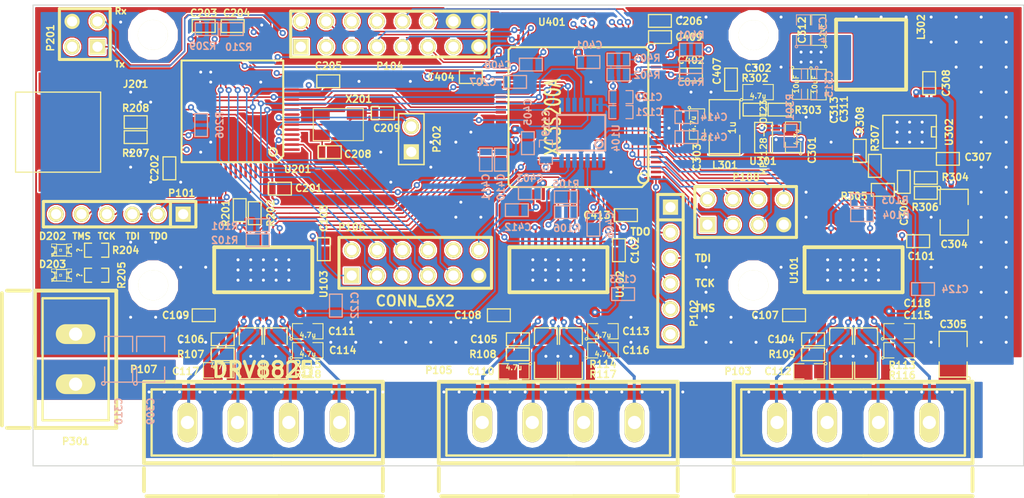
<source format=kicad_pcb>
(kicad_pcb (version 4) (host pcbnew 4.0.1-stable)
  (layers (0 TOP signal) (1 COPPER_1 mixed hide) (2 COPPER_2 mixed hide) (31 BOTTOM signal hide) (34 B.Paste user) (35 F.Paste user) (36 B.SilkS user) (37 F.SilkS user) (38 B.Mask user) (39 F.Mask user) (44 Edge.Cuts user))
  (net 0 "")
  (net 1 +1.2V)
  (net 2 +12V)
  (net 3 +3.3V)
  (net 4 /DECAY_0)
  (net 5 /DECAY_1)
  (net 6 /DECAY_2)
  (net 7 /FPGA/CCLK)
  (net 8 /FPGA/COM_CLK)
  (net 9 /FPGA/COM_CS)
  (net 10 /FPGA/COM_MISO)
  (net 11 /FPGA/COM_MOSI)
  (net 12 /FPGA/DIN)
  (net 13 /FPGA/DONE)
  (net 14 /FPGA/IO_L01N)
  (net 15 /FPGA/IO_L01P)
  (net 16 /FPGA/IO_L02P)
  (net 17 /FPGA/IO_L05N)
  (net 18 /FPGA/IO_L05P)
  (net 19 /FPGA/IO_L06N)
  (net 20 /FPGA/IO_L06P)
  (net 21 /FPGA/L02N)
  (net 22 /FPGA/L03N)
  (net 23 /FPGA/L03P)
  (net 24 /FPGA/L04N)
  (net 25 /FPGA/L04P)
  (net 26 /FPGA/L06N)
  (net 27 /FPGA/L06P)
  (net 28 /FPGA/L07N)
  (net 29 /FPGA/L07P)
  (net 30 /FPGA/L10N)
  (net 31 /FPGA/L11N)
  (net 32 /FPGA/L11P)
  (net 33 /FPGA/M0_DIR)
  (net 34 /FPGA/M0_EN)
  (net 35 /FPGA/M0_FAULT)
  (net 36 /FPGA/M0_RESET)
  (net 37 /FPGA/M0_STEP)
  (net 38 /FPGA/M1_DIR)
  (net 39 /FPGA/M1_EN)
  (net 40 /FPGA/M1_FAULT)
  (net 41 /FPGA/M1_RESET)
  (net 42 /FPGA/M1_STEP)
  (net 43 /FPGA/M2_DIR)
  (net 44 /FPGA/M2_EN)
  (net 45 /FPGA/M2_FAULT)
  (net 46 /FPGA/M2_RESET)
  (net 47 /FPGA/M2_STEP)
  (net 48 /MOT_A1_0)
  (net 49 /MOT_A1_1)
  (net 50 /MOT_A1_2)
  (net 51 /MOT_A2_0)
  (net 52 /MOT_A2_1)
  (net 53 /MOT_A2_2)
  (net 54 /MOT_B1_0)
  (net 55 /MOT_B1_1)
  (net 56 /MOT_B1_2)
  (net 57 /MOT_B2_0)
  (net 58 /MOT_B2_1)
  (net 59 /MOT_B2_2)
  (net 60 /OUTD_DAC)
  (net 61 /PSU/1.2_FB)
  (net 62 /PSU/1.2_SW)
  (net 63 /PSU/DC_FB)
  (net 64 /PSU/DC_SW)
  (net 65 /SEN_A_0)
  (net 66 /SEN_A_1)
  (net 67 /SEN_A_2)
  (net 68 /SEN_B_0)
  (net 69 /SEN_B_1)
  (net 70 /SEN_B_2)
  (net 71 /STM32//CLR_DAC)
  (net 72 /STM32/BOOT0)
  (net 73 /STM32/BOOT1)
  (net 74 /STM32/FPGA_CLK)
  (net 75 /STM32/FPGA_INITB)
  (net 76 /STM32/FPGA_PROG_B)
  (net 77 /STM32/PB0_ADC12IN8)
  (net 78 /STM32/PB1_ADC12IN9)
  (net 79 /STM32/PC14)
  (net 80 /STM32/PC15)
  (net 81 /STM32/PC4_ADC12IN14)
  (net 82 /STM32/PC5_ADC12IN15)
  (net 83 /STM32/USB_PUP)
  (net 84 /VRF_0)
  (net 85 /VRF_1)
  (net 86 /VRF_2)
  (net 87 D+)
  (net 88 D-)
  (net 89 EXT_JTAG_TCK)
  (net 90 EXT_JTAG_TDI)
  (net 91 EXT_JTAG_TDO)
  (net 92 EXT_JTAG_TMS)
  (net 93 FPGA_TCK)
  (net 94 FPGA_TDI)
  (net 95 FPGA_TDO)
  (net 96 FPGA_TMS)
  (net 97 GND)
  (net 98 "Net-(C104-Pad2)")
  (net 99 "Net-(C105-Pad2)")
  (net 100 "Net-(C106-Pad2)")
  (net 101 "Net-(C107-Pad1)")
  (net 102 "Net-(C107-Pad2)")
  (net 103 "Net-(C108-Pad1)")
  (net 104 "Net-(C108-Pad2)")
  (net 105 "Net-(C109-Pad1)")
  (net 106 "Net-(C109-Pad2)")
  (net 107 "Net-(C208-Pad1)")
  (net 108 "Net-(C209-Pad1)")
  (net 109 "Net-(C306-Pad1)")
  (net 110 "Net-(C306-Pad2)")
  (net 111 "Net-(C307-Pad1)")
  (net 112 "Net-(C308-Pad2)")
  (net 113 "Net-(D202-Pad1)")
  (net 114 "Net-(D203-Pad1)")
  (net 115 "Net-(J201-Pad2)")
  (net 116 "Net-(J201-Pad3)")
  (net 117 "Net-(J201-Pad4)")
  (net 118 "Net-(P201-Pad1)")
  (net 119 "Net-(P201-Pad3)")
  (net 120 "Net-(P202-Pad2)")
  (net 121 "Net-(R204-Pad2)")
  (net 122 "Net-(R205-Pad2)")
  (net 123 "Net-(R301-Pad2)")
  (net 124 "Net-(R304-Pad2)")
  (net 125 "Net-(R401-Pad2)")
  (net 126 "Net-(R402-Pad2)")
  (net 127 "Net-(R404-Pad2)")
  (net 128 "Net-(U101-Pad23)")
  (net 129 "Net-(U101-Pad27)")
  (net 130 "Net-(U102-Pad23)")
  (net 131 "Net-(U102-Pad27)")
  (net 132 "Net-(U103-Pad23)")
  (net 133 "Net-(U103-Pad27)")
  (net 134 "Net-(U104-Pad1)")
  (net 135 "Net-(U104-Pad8)")
  (net 136 "Net-(U201-Pad1)")
  (net 137 "Net-(U201-Pad8)")
  (net 138 "Net-(U201-Pad9)")
  (net 139 "Net-(U201-Pad14)")
  (net 140 /STM32/FPGA_SPI_MISO)
  (net 141 "Net-(U201-Pad29)")
  (net 142 "Net-(U201-Pad30)")
  (net 143 "Net-(U201-Pad37)")
  (net 144 "Net-(U201-Pad38)")
  (net 145 "Net-(U201-Pad39)")
  (net 146 "Net-(U201-Pad42)")
  (net 147 "Net-(U201-Pad43)")
  (net 148 "Net-(U201-Pad51)")
  (net 149 "Net-(U201-Pad54)")
  (net 150 "Net-(U201-Pad56)")
  (net 151 "Net-(U201-Pad57)")
  (net 152 "Net-(U201-Pad58)")
  (net 153 "Net-(U201-Pad59)")
  (net 154 "Net-(U201-Pad61)")
  (net 155 "Net-(U401-Pad77)")
  (net 156 "Net-(U401-Pad78)")
  (net 157 "Net-(U401-Pad82)")
  (net 158 "Net-(U401-Pad83)")
  (net 159 "Net-(U401-Pad90)")
  (net 160 "Net-(U401-Pad94)")
  (net 161 "Net-(U401-Pad97)")
  (net 162 "Net-(U401-Pad98)")
  (net 163 "Net-(U401-Pad99)")
  (net 164 "Net-(U401-Pad64)")
  (net 165 "Net-(U401-Pad68)")
  (net 166 "Net-(U401-Pad7)")
  (net 167 "Net-(U401-Pad21)")
  (net 168 "Net-(U401-Pad32)")
  (net 169 "Net-(U401-Pad33)")
  (net 170 "Net-(U401-Pad39)")
  (net 171 "Net-(U401-Pad40)")
  (net 172 "Net-(U401-Pad41)")
  (net 173 "Net-(U401-Pad43)")
  (net 174 "Net-(U401-Pad44)")
  (net 175 "Net-(U401-Pad46)")
  (net 176 "Net-(J201-Pad1)")
  (net 177 "Net-(J201-Pad5)")
  (net 178 /FPGA/DAC_CS)
  (net 179 "Net-(R207-Pad1)")
  (net 180 "Net-(R208-Pad2)")
  (net 181 +3V3)
  (net 182 /STM32/FPGA_IRQ)
  (module VIA_600_300_GND (layer TOP) (at 142.9512 93.9292)
    (fp_text reference VIA_600_300_GND hide)
    (fp_text value VAL** hide)
    (pad 3 thru_hole circle (at 0 0) (size 0.6096 0.6096) (drill 0.3) (layers *.Cu) (net 97 GND))
  )
  (module VIA_600_300_GND (layer TOP) (at 137.8204 93.9292)
    (fp_text reference VIA_600_300_GND hide)
    (fp_text value VAL** hide)
    (pad 3 thru_hole circle (at 0 0) (size 0.6096 0.6096) (drill 0.3) (layers *.Cu) (net 97 GND))
  )
  (module TQFP_100 (layer TOP) (at 159.75 97.5 270)
    (fp_text reference U401 (at -9.5 2.65 360) (layer F.SilkS) (effects (font (size 0.7 0.7) (thickness 0.152))))
    (fp_text value XC3S200A (at 0 2.54 270) (layer F.SilkS) (effects (font (size 1.524 1.016) (thickness 0.2032))))
    (pad 100 smd rect (at 7.747 -5.9944 270) (size 1.016 0.254) (layers TOP F.Paste F.Mask) (net 76 /STM32/FPGA_PROG_B))
    (pad 76 smd rect (at 7.747 5.9944 270) (size 1.016 0.254) (layers TOP F.Paste F.Mask) (net 93 FPGA_TCK))
    (pad 77 smd rect (at 7.747 5.4864 270) (size 1.016 0.254) (layers TOP F.Paste F.Mask) (net 155 "Net-(U401-Pad77)"))
    (pad 78 smd rect (at 7.747 5.0038 270) (size 1.016 0.254) (layers TOP F.Paste F.Mask) (net 156 "Net-(U401-Pad78)"))
    (pad 79 smd rect (at 7.747 4.4958 270) (size 1.016 0.254) (layers TOP F.Paste F.Mask) (net 3 +3.3V))
    (pad 80 smd rect (at 7.747 3.9878 270) (size 1.016 0.254) (layers TOP F.Paste F.Mask) (net 97 GND))
    (pad 81 smd rect (at 7.747 3.5052 270) (size 1.016 0.254) (layers TOP F.Paste F.Mask) (net 1 +1.2V))
    (pad 82 smd rect (at 7.747 2.9972 270) (size 1.016 0.254) (layers TOP F.Paste F.Mask) (net 157 "Net-(U401-Pad82)"))
    (pad 83 smd rect (at 7.747 2.4892 270) (size 1.016 0.254) (layers TOP F.Paste F.Mask) (net 158 "Net-(U401-Pad83)"))
    (pad 84 smd rect (at 7.747 2.0066 270) (size 1.016 0.254) (layers TOP F.Paste F.Mask) (net 42 /FPGA/M1_STEP))
    (pad 85 smd rect (at 7.747 1.4986 270) (size 1.016 0.254) (layers TOP F.Paste F.Mask) (net 74 /STM32/FPGA_CLK))
    (pad 86 smd rect (at 7.747 0.9906 270) (size 1.016 0.254) (layers TOP F.Paste F.Mask) (net 39 /FPGA/M1_EN))
    (pad 87 smd rect (at 7.747 0.4826 270) (size 1.016 0.254) (layers TOP F.Paste F.Mask) (net 97 GND))
    (pad 88 smd rect (at 7.747 0 270) (size 1.016 0.254) (layers TOP F.Paste F.Mask) (net 38 /FPGA/M1_DIR))
    (pad 89 smd rect (at 7.747 -0.508 270) (size 1.016 0.254) (layers TOP F.Paste F.Mask) (net 40 /FPGA/M1_FAULT))
    (pad 90 smd rect (at 7.747 -1.016 270) (size 1.016 0.254) (layers TOP F.Paste F.Mask) (net 159 "Net-(U401-Pad90)"))
    (pad 91 smd rect (at 7.747 -1.4986 270) (size 1.016 0.254) (layers TOP F.Paste F.Mask) (net 97 GND))
    (pad 92 smd rect (at 7.747 -2.0066 270) (size 1.016 0.254) (layers TOP F.Paste F.Mask) (net 3 +3.3V))
    (pad 93 smd rect (at 7.747 -2.5146 270) (size 1.016 0.254) (layers TOP F.Paste F.Mask) (net 41 /FPGA/M1_RESET))
    (pad 94 smd rect (at 7.747 -2.9972 270) (size 1.016 0.254) (layers TOP F.Paste F.Mask) (net 160 "Net-(U401-Pad94)"))
    (pad 95 smd rect (at 7.747 -3.5052 270) (size 1.016 0.254) (layers TOP F.Paste F.Mask) (net 97 GND))
    (pad 96 smd rect (at 7.747 -4.0132 270) (size 1.016 0.254) (layers TOP F.Paste F.Mask) (net 3 +3.3V))
    (pad 97 smd rect (at 7.747 -4.4958 270) (size 1.016 0.254) (layers TOP F.Paste F.Mask) (net 161 "Net-(U401-Pad97)"))
    (pad 98 smd rect (at 7.747 -5.0038 270) (size 1.016 0.254) (layers TOP F.Paste F.Mask) (net 162 "Net-(U401-Pad98)"))
    (pad 99 smd rect (at 7.747 -5.5118 270) (size 1.016 0.254) (layers TOP F.Paste F.Mask) (net 163 "Net-(U401-Pad99)"))
    (pad 75 smd rect (at 5.9944 7.747 270) (size 0.254 1.016) (layers TOP F.Paste F.Mask) (net 95 FPGA_TDO))
    (pad 51 smd rect (at -5.9944 7.747 270) (size 0.254 1.016) (layers TOP F.Paste F.Mask) (net 12 /FPGA/DIN))
    (pad 52 smd rect (at -5.4864 7.747 270) (size 0.254 1.016) (layers TOP F.Paste F.Mask) (net 31 /FPGA/L11N))
    (pad 53 smd rect (at -5.0038 7.747 270) (size 0.254 1.016) (layers TOP F.Paste F.Mask) (net 7 /FPGA/CCLK))
    (pad 54 smd rect (at -4.4958 7.747 270) (size 0.254 1.016) (layers TOP F.Paste F.Mask) (net 13 /FPGA/DONE))
    (pad 55 smd rect (at -3.9878 7.747 270) (size 0.254 1.016) (layers TOP F.Paste F.Mask) (net 3 +3.3V))
    (pad 56 smd rect (at -3.5052 7.747 270) (size 0.254 1.016) (layers TOP F.Paste F.Mask) (net 11 /FPGA/COM_MOSI))
    (pad 57 smd rect (at -2.9972 7.747 270) (size 0.254 1.016) (layers TOP F.Paste F.Mask) (net 10 /FPGA/COM_MISO))
    (pad 58 smd rect (at -2.4892 7.747 270) (size 0.254 1.016) (layers TOP F.Paste F.Mask) (net 97 GND))
    (pad 59 smd rect (at -2.0066 7.747 270) (size 0.254 1.016) (layers TOP F.Paste F.Mask) (net 8 /FPGA/COM_CLK))
    (pad 60 smd rect (at -1.4986 7.747 270) (size 0.254 1.016) (layers TOP F.Paste F.Mask) (net 178 /FPGA/DAC_CS))
    (pad 61 smd rect (at -0.9906 7.747 270) (size 0.254 1.016) (layers TOP F.Paste F.Mask) (net 9 /FPGA/COM_CS))
    (pad 62 smd rect (at -0.4826 7.747 270) (size 0.254 1.016) (layers TOP F.Paste F.Mask) (net 182 /STM32/FPGA_IRQ))
    (pad 63 smd rect (at 0 7.747 270) (size 0.254 1.016) (layers TOP F.Paste F.Mask) (net 97 GND))
    (pad 64 smd rect (at 0.508 7.747 270) (size 0.254 1.016) (layers TOP F.Paste F.Mask) (net 164 "Net-(U401-Pad64)"))
    (pad 65 smd rect (at 1.016 7.747 270) (size 0.254 1.016) (layers TOP F.Paste F.Mask) (net 37 /FPGA/M0_STEP))
    (pad 66 smd rect (at 1.4986 7.747 270) (size 0.254 1.016) (layers TOP F.Paste F.Mask) (net 1 +1.2V))
    (pad 67 smd rect (at 2.0066 7.747 270) (size 0.254 1.016) (layers TOP F.Paste F.Mask) (net 3 +3.3V))
    (pad 68 smd rect (at 2.5146 7.747 270) (size 0.254 1.016) (layers TOP F.Paste F.Mask) (net 165 "Net-(U401-Pad68)"))
    (pad 69 smd rect (at 2.9972 7.747 270) (size 0.254 1.016) (layers TOP F.Paste F.Mask) (net 97 GND))
    (pad 70 smd rect (at 3.5052 7.747 270) (size 0.254 1.016) (layers TOP F.Paste F.Mask) (net 34 /FPGA/M0_EN))
    (pad 71 smd rect (at 4.0132 7.747 270) (size 0.254 1.016) (layers TOP F.Paste F.Mask) (net 33 /FPGA/M0_DIR))
    (pad 72 smd rect (at 4.4958 7.747 270) (size 0.254 1.016) (layers TOP F.Paste F.Mask) (net 35 /FPGA/M0_FAULT))
    (pad 73 smd rect (at 5.0038 7.747 270) (size 0.254 1.016) (layers TOP F.Paste F.Mask) (net 36 /FPGA/M0_RESET))
    (pad 74 smd rect (at 5.5118 7.747 270) (size 0.254 1.016) (layers TOP F.Paste F.Mask) (net 97 GND))
    (pad 1 smd rect (at 5.9944 -7.747 270) (size 0.254 1.016) (layers TOP F.Paste F.Mask) (net 96 FPGA_TMS))
    (pad 2 smd rect (at 5.4864 -7.747 270) (size 0.254 1.016) (layers TOP F.Paste F.Mask) (net 94 FPGA_TDI))
    (pad 3 smd rect (at 5.0038 -7.747 270) (size 0.254 1.016) (layers TOP F.Paste F.Mask) (net 15 /FPGA/IO_L01P))
    (pad 4 smd rect (at 4.4958 -7.747 270) (size 0.254 1.016) (layers TOP F.Paste F.Mask) (net 14 /FPGA/IO_L01N))
    (pad 5 smd rect (at 3.9878 -7.747 270) (size 0.254 1.016) (layers TOP F.Paste F.Mask) (net 16 /FPGA/IO_L02P))
    (pad 6 smd rect (at 3.5052 -7.747 270) (size 0.254 1.016) (layers TOP F.Paste F.Mask) (net 47 /FPGA/M2_STEP))
    (pad 7 smd rect (at 2.9972 -7.747 270) (size 0.254 1.016) (layers TOP F.Paste F.Mask) (net 166 "Net-(U401-Pad7)"))
    (pad 8 smd rect (at 2.4892 -7.747 270) (size 0.254 1.016) (layers TOP F.Paste F.Mask) (net 97 GND))
    (pad 9 smd rect (at 2.0066 -7.747 270) (size 0.254 1.016) (layers TOP F.Paste F.Mask) (net 44 /FPGA/M2_EN))
    (pad 10 smd rect (at 1.4986 -7.747 270) (size 0.254 1.016) (layers TOP F.Paste F.Mask) (net 43 /FPGA/M2_DIR))
    (pad 11 smd rect (at 0.9906 -7.747 270) (size 0.254 1.016) (layers TOP F.Paste F.Mask) (net 3 +3.3V))
    (pad 12 smd rect (at 0.4826 -7.747 270) (size 0.254 1.016) (layers TOP F.Paste F.Mask) (net 45 /FPGA/M2_FAULT))
    (pad 13 smd rect (at 0 -7.747 270) (size 0.254 1.016) (layers TOP F.Paste F.Mask) (net 46 /FPGA/M2_RESET))
    (pad 14 smd rect (at -0.508 -7.747 270) (size 0.254 1.016) (layers TOP F.Paste F.Mask) (net 97 GND))
    (pad 15 smd rect (at -1.016 -7.747 270) (size 0.254 1.016) (layers TOP F.Paste F.Mask) (net 18 /FPGA/IO_L05P))
    (pad 16 smd rect (at -1.4986 -7.747 270) (size 0.254 1.016) (layers TOP F.Paste F.Mask) (net 17 /FPGA/IO_L05N))
    (pad 17 smd rect (at -2.0066 -7.747 270) (size 0.254 1.016) (layers TOP F.Paste F.Mask) (net 1 +1.2V))
    (pad 18 smd rect (at -2.5146 -7.747 270) (size 0.254 1.016) (layers TOP F.Paste F.Mask) (net 97 GND))
    (pad 19 smd rect (at -2.9972 -7.747 270) (size 0.254 1.016) (layers TOP F.Paste F.Mask) (net 20 /FPGA/IO_L06P))
    (pad 20 smd rect (at -3.5052 -7.747 270) (size 0.254 1.016) (layers TOP F.Paste F.Mask) (net 19 /FPGA/IO_L06N))
    (pad 21 smd rect (at -4.0132 -7.747 270) (size 0.254 1.016) (layers TOP F.Paste F.Mask) (net 167 "Net-(U401-Pad21)"))
    (pad 22 smd rect (at -4.4958 -7.747 270) (size 0.254 1.016) (layers TOP F.Paste F.Mask) (net 3 +3.3V))
    (pad 23 smd rect (at -5.0038 -7.747 270) (size 0.254 1.016) (layers TOP F.Paste F.Mask) (net 126 "Net-(R402-Pad2)"))
    (pad 24 smd rect (at -5.5118 -7.747 270) (size 0.254 1.016) (layers TOP F.Paste F.Mask) (net 127 "Net-(R404-Pad2)"))
    (pad 25 smd rect (at -5.9944 -7.747 270) (size 0.254 1.016) (layers TOP F.Paste F.Mask) (net 125 "Net-(R401-Pad2)"))
    (pad 26 smd rect (at -7.747 -5.9944 270) (size 1.016 0.254) (layers TOP F.Paste F.Mask) (net 3 +3.3V))
    (pad 27 smd rect (at -7.747 -5.4864 270) (size 1.016 0.254) (layers TOP F.Paste F.Mask) (net 21 /FPGA/L02N))
    (pad 28 smd rect (at -7.747 -5.0038 270) (size 1.016 0.254) (layers TOP F.Paste F.Mask) (net 23 /FPGA/L03P))
    (pad 29 smd rect (at -7.747 -4.4958 270) (size 1.016 0.254) (layers TOP F.Paste F.Mask) (net 22 /FPGA/L03N))
    (pad 30 smd rect (at -7.747 -3.9878 270) (size 1.016 0.254) (layers TOP F.Paste F.Mask) (net 25 /FPGA/L04P))
    (pad 31 smd rect (at -7.747 -3.5052 270) (size 1.016 0.254) (layers TOP F.Paste F.Mask) (net 24 /FPGA/L04N))
    (pad 32 smd rect (at -7.747 -2.9972 270) (size 1.016 0.254) (layers TOP F.Paste F.Mask) (net 168 "Net-(U401-Pad32)"))
    (pad 33 smd rect (at -7.747 -2.4892 270) (size 1.016 0.254) (layers TOP F.Paste F.Mask) (net 169 "Net-(U401-Pad33)"))
    (pad 34 smd rect (at -7.747 -2.0066 270) (size 1.016 0.254) (layers TOP F.Paste F.Mask) (net 27 /FPGA/L06P))
    (pad 35 smd rect (at -7.747 -1.4986 270) (size 1.016 0.254) (layers TOP F.Paste F.Mask) (net 26 /FPGA/L06N))
    (pad 36 smd rect (at -7.747 -0.9906 270) (size 1.016 0.254) (layers TOP F.Paste F.Mask) (net 29 /FPGA/L07P))
    (pad 37 smd rect (at -7.747 -0.4826 270) (size 1.016 0.254) (layers TOP F.Paste F.Mask) (net 28 /FPGA/L07N))
    (pad 38 smd rect (at -7.747 0 270) (size 1.016 0.254) (layers TOP F.Paste F.Mask) (net 1 +1.2V))
    (pad 39 smd rect (at -7.747 0.508 270) (size 1.016 0.254) (layers TOP F.Paste F.Mask) (net 170 "Net-(U401-Pad39)"))
    (pad 40 smd rect (at -7.747 1.016 270) (size 1.016 0.254) (layers TOP F.Paste F.Mask) (net 171 "Net-(U401-Pad40)"))
    (pad 41 smd rect (at -7.747 1.4986 270) (size 1.016 0.254) (layers TOP F.Paste F.Mask) (net 172 "Net-(U401-Pad41)"))
    (pad 42 smd rect (at -7.747 2.0066 270) (size 1.016 0.254) (layers TOP F.Paste F.Mask) (net 97 GND))
    (pad 43 smd rect (at -7.747 2.5146 270) (size 1.016 0.254) (layers TOP F.Paste F.Mask) (net 173 "Net-(U401-Pad43)"))
    (pad 44 smd rect (at -7.747 2.9972 270) (size 1.016 0.254) (layers TOP F.Paste F.Mask) (net 174 "Net-(U401-Pad44)"))
    (pad 45 smd rect (at -7.747 3.5052 270) (size 1.016 0.254) (layers TOP F.Paste F.Mask) (net 3 +3.3V))
    (pad 46 smd rect (at -7.747 4.0132 270) (size 1.016 0.254) (layers TOP F.Paste F.Mask) (net 175 "Net-(U401-Pad46)"))
    (pad 47 smd rect (at -7.747 4.4958 270) (size 1.016 0.254) (layers TOP F.Paste F.Mask) (net 97 GND))
    (pad 48 smd rect (at -7.747 5.0038 270) (size 1.016 0.254) (layers TOP F.Paste F.Mask) (net 75 /STM32/FPGA_INITB))
    (pad 49 smd rect (at -7.747 5.5118 270) (size 1.016 0.254) (layers TOP F.Paste F.Mask) (net 30 /FPGA/L10N))
    (pad 50 smd rect (at -7.747 5.9944 270) (size 1.016 0.254) (layers TOP F.Paste F.Mask) (net 32 /FPGA/L11P))
  )
  (module LQFP_64 (layer TOP) (at 125.25 97 90)
    (fp_text reference U201 (at -5.7 6.45 180) (layer F.SilkS) (effects (font (size 0.7 0.7) (thickness 0.152))))
    (fp_text value STM32F103RG_LQFP64 hide)
    (pad 1 smd rect (at -3.74904 5.86994 90) (size 0.24892 1.524) (layers TOP F.Paste F.Mask) (net 136 "Net-(U201-Pad1)"))
    (pad 2 smd oval (at -3.24866 5.86994 90) (size 0.24892 1.524) (layers TOP F.Paste F.Mask) (net 71 /STM32//CLR_DAC))
    (pad 3 smd oval (at -2.74828 5.86994 90) (size 0.24892 1.524) (layers TOP F.Paste F.Mask) (net 79 /STM32/PC14))
    (pad 4 smd oval (at -2.2479 5.86994 90) (size 0.24892 1.524) (layers TOP F.Paste F.Mask) (net 80 /STM32/PC15))
    (pad 5 smd oval (at -1.74752 5.86994 90) (size 0.24892 1.524) (layers TOP F.Paste F.Mask) (net 107 "Net-(C208-Pad1)"))
    (pad 6 smd oval (at -1.24968 5.86994 90) (size 0.24892 1.524) (layers TOP F.Paste F.Mask) (net 108 "Net-(C209-Pad1)"))
    (pad 7 smd oval (at -0.7493 5.86994 90) (size 0.24892 1.524) (layers TOP F.Paste F.Mask) (net 120 "Net-(P202-Pad2)"))
    (pad 8 smd oval (at -0.24892 5.86994 90) (size 0.24892 1.524) (layers TOP F.Paste F.Mask) (net 137 "Net-(U201-Pad8)"))
    (pad 9 smd oval (at 0.25146 5.86994 90) (size 0.24892 1.524) (layers TOP F.Paste F.Mask) (net 138 "Net-(U201-Pad9)"))
    (pad 10 smd oval (at 0.75184 5.86994 90) (size 0.24892 1.524) (layers TOP F.Paste F.Mask) (net 182 /STM32/FPGA_IRQ))
    (pad 11 smd oval (at 1.25222 5.86994 90) (size 0.24892 1.524) (layers TOP F.Paste F.Mask) (net 9 /FPGA/COM_CS))
    (pad 12 smd oval (at 1.75006 5.86994 90) (size 0.24892 1.524) (layers TOP F.Paste F.Mask) (net 97 GND))
    (pad 13 smd oval (at 2.25044 5.86994 90) (size 0.24892 1.524) (layers TOP F.Paste F.Mask) (net 3 +3.3V))
    (pad 14 smd oval (at 2.75082 5.86994 90) (size 0.24892 1.524) (layers TOP F.Paste F.Mask) (net 139 "Net-(U201-Pad14)"))
    (pad 15 smd oval (at 3.2512 5.86994 90) (size 0.24892 1.524) (layers TOP F.Paste F.Mask) (net 13 /FPGA/DONE))
    (pad 16 smd oval (at 3.75158 5.86994 90) (size 0.24892 1.524) (layers TOP F.Paste F.Mask) (net 119 "Net-(P201-Pad3)"))
    (pad 17 smd oval (at 6.0325 3.74904 90) (size 1.524 0.24892) (layers TOP F.Paste F.Mask) (net 118 "Net-(P201-Pad1)"))
    (pad 18 smd oval (at 6.0325 3.24866 90) (size 1.524 0.24892) (layers TOP F.Paste F.Mask) (net 97 GND))
    (pad 19 smd oval (at 6.0325 2.74828 90) (size 1.524 0.24892) (layers TOP F.Paste F.Mask) (net 3 +3.3V))
    (pad 20 smd oval (at 6.0325 2.2479 90) (size 1.524 0.24892) (layers TOP F.Paste F.Mask) (net 75 /STM32/FPGA_INITB))
    (pad 21 smd oval (at 6.0325 1.74752 90) (size 1.524 0.24892) (layers TOP F.Paste F.Mask) (net 7 /FPGA/CCLK))
    (pad 22 smd oval (at 6.0325 1.24968 90) (size 1.524 0.24892) (layers TOP F.Paste F.Mask) (net 140 /STM32/FPGA_SPI_MISO))
    (pad 23 smd oval (at 6.0325 0.7493 90) (size 1.524 0.24892) (layers TOP F.Paste F.Mask) (net 12 /FPGA/DIN))
    (pad 24 smd oval (at 6.0325 0.24892 90) (size 1.524 0.24892) (layers TOP F.Paste F.Mask) (net 81 /STM32/PC4_ADC12IN14))
    (pad 25 smd oval (at 6.0325 -0.25146 90) (size 1.524 0.24892) (layers TOP F.Paste F.Mask) (net 82 /STM32/PC5_ADC12IN15))
    (pad 26 smd oval (at 6.0325 -0.75184 90) (size 1.524 0.24892) (layers TOP F.Paste F.Mask) (net 77 /STM32/PB0_ADC12IN8))
    (pad 27 smd oval (at 6.0325 -1.25222 90) (size 1.524 0.24892) (layers TOP F.Paste F.Mask) (net 78 /STM32/PB1_ADC12IN9))
    (pad 28 smd oval (at 6.0325 -1.75006 90) (size 1.524 0.24892) (layers TOP F.Paste F.Mask) (net 73 /STM32/BOOT1))
    (pad 29 smd oval (at 6.0325 -2.25044 90) (size 1.524 0.24892) (layers TOP F.Paste F.Mask) (net 141 "Net-(U201-Pad29)"))
    (pad 30 smd oval (at 6.0325 -2.75082 90) (size 1.524 0.24892) (layers TOP F.Paste F.Mask) (net 142 "Net-(U201-Pad30)"))
    (pad 31 smd oval (at 6.0325 -3.2512 90) (size 1.524 0.24892) (layers TOP F.Paste F.Mask) (net 97 GND))
    (pad 32 smd oval (at 6.0325 -3.75158 90) (size 1.524 0.24892) (layers TOP F.Paste F.Mask) (net 3 +3.3V))
    (pad 33 smd oval (at 3.75158 -6.0325 90) (size 0.24892 1.524) (layers TOP F.Paste F.Mask) (net 178 /FPGA/DAC_CS))
    (pad 34 smd oval (at 3.2512 -6.0325 90) (size 0.24892 1.524) (layers TOP F.Paste F.Mask) (net 8 /FPGA/COM_CLK))
    (pad 35 smd oval (at 2.75082 -6.0325 90) (size 0.24892 1.524) (layers TOP F.Paste F.Mask) (net 10 /FPGA/COM_MISO))
    (pad 36 smd oval (at 2.25044 -6.0325 90) (size 0.24892 1.524) (layers TOP F.Paste F.Mask) (net 11 /FPGA/COM_MOSI))
    (pad 37 smd oval (at 1.75006 -6.0325 90) (size 0.24892 1.524) (layers TOP F.Paste F.Mask) (net 143 "Net-(U201-Pad37)"))
    (pad 38 smd oval (at 1.25222 -6.0325 90) (size 0.24892 1.524) (layers TOP F.Paste F.Mask) (net 144 "Net-(U201-Pad38)"))
    (pad 39 smd oval (at 0.75184 -6.0325 90) (size 0.24892 1.524) (layers TOP F.Paste F.Mask) (net 145 "Net-(U201-Pad39)"))
    (pad 40 smd oval (at 0.25146 -6.0325 90) (size 0.24892 1.524) (layers TOP F.Paste F.Mask) (net 83 /STM32/USB_PUP))
    (pad 41 smd oval (at -0.24892 -6.0325 90) (size 0.24892 1.524) (layers TOP F.Paste F.Mask) (net 74 /STM32/FPGA_CLK))
    (pad 42 smd oval (at -0.7493 -6.0325 90) (size 0.24892 1.524) (layers TOP F.Paste F.Mask) (net 146 "Net-(U201-Pad42)"))
    (pad 43 smd oval (at -1.24968 -6.0325 90) (size 0.24892 1.524) (layers TOP F.Paste F.Mask) (net 147 "Net-(U201-Pad43)"))
    (pad 44 smd oval (at -1.74752 -6.0325 90) (size 0.24892 1.524) (layers TOP F.Paste F.Mask) (net 88 D-))
    (pad 45 smd oval (at -2.2479 -6.0325 90) (size 0.24892 1.524) (layers TOP F.Paste F.Mask) (net 87 D+))
    (pad 46 smd oval (at -2.74828 -6.0325 90) (size 0.24892 1.524) (layers TOP F.Paste F.Mask) (net 92 EXT_JTAG_TMS))
    (pad 47 smd oval (at -3.24866 -6.0325 90) (size 0.24892 1.524) (layers TOP F.Paste F.Mask) (net 97 GND))
    (pad 48 smd oval (at -3.74904 -6.0325 90) (size 0.24892 1.524) (layers TOP F.Paste F.Mask) (net 3 +3.3V))
    (pad 49 smd oval (at -5.86994 -3.75158 90) (size 1.524 0.24892) (layers TOP F.Paste F.Mask) (net 89 EXT_JTAG_TCK))
    (pad 50 smd oval (at -5.86994 -3.2512 90) (size 1.524 0.24892) (layers TOP F.Paste F.Mask) (net 90 EXT_JTAG_TDI))
    (pad 52 smd oval (at -5.86994 -2.25044 90) (size 1.524 0.24892) (layers TOP F.Paste F.Mask) (net 121 "Net-(R204-Pad2)"))
    (pad 51 smd oval (at -5.88772 -2.75082 90) (size 1.524 0.24892) (layers TOP F.Paste F.Mask) (net 148 "Net-(U201-Pad51)"))
    (pad 53 smd oval (at -5.86994 -1.75006 90) (size 1.524 0.24892) (layers TOP F.Paste F.Mask) (net 122 "Net-(R205-Pad2)"))
    (pad 54 smd oval (at -5.86994 -1.25222 90) (size 1.524 0.24892) (layers TOP F.Paste F.Mask) (net 149 "Net-(U201-Pad54)"))
    (pad 55 smd oval (at -5.86994 -0.75184 90) (size 1.524 0.24892) (layers TOP F.Paste F.Mask) (net 91 EXT_JTAG_TDO))
    (pad 56 smd oval (at -5.86994 -0.25146 90) (size 1.524 0.24892) (layers TOP F.Paste F.Mask) (net 150 "Net-(U201-Pad56)"))
    (pad 57 smd oval (at -5.86994 0.24892 90) (size 1.524 0.24892) (layers TOP F.Paste F.Mask) (net 151 "Net-(U201-Pad57)"))
    (pad 58 smd oval (at -5.86994 0.7493 90) (size 1.524 0.24892) (layers TOP F.Paste F.Mask) (net 152 "Net-(U201-Pad58)"))
    (pad 59 smd oval (at -5.86994 1.24206 90) (size 1.524 0.24892) (layers TOP F.Paste F.Mask) (net 153 "Net-(U201-Pad59)"))
    (pad 60 smd oval (at -5.86994 1.74244 90) (size 1.524 0.24892) (layers TOP F.Paste F.Mask) (net 72 /STM32/BOOT0))
    (pad 61 smd oval (at -5.86994 2.24282 90) (size 1.524 0.24892) (layers TOP F.Paste F.Mask) (net 154 "Net-(U201-Pad61)"))
    (pad 62 smd oval (at -5.86994 2.7432 90) (size 1.524 0.24892) (layers TOP F.Paste F.Mask) (net 76 /STM32/FPGA_PROG_B))
    (pad 63 smd oval (at -5.86994 3.24104 90) (size 1.524 0.24892) (layers TOP F.Paste F.Mask) (net 97 GND))
    (pad 64 smd oval (at -5.86994 3.74142 90) (size 1.524 0.24892) (layers TOP F.Paste F.Mask) (net 3 +3.3V))
  )
  (module HTSSOP28_PowerPad (layer TOP) (at 128.25 112.75)
    (fp_text reference U103 (at 6.05 1.45 90) (layer F.SilkS) (effects (font (size 0.7 0.7) (thickness 0.152))))
    (fp_text value DRV8825 (at 0 9.99998) (layer F.SilkS) (effects (font (thickness 0.3048))))
    (pad 15 smd rect (at 4.22402 -2.79908) (size 0.29972 1.6002) (layers TOP F.Paste F.Mask) (net 3 +3.3V))
    (pad 16 smd rect (at 3.57378 -2.79908) (size 0.29972 1.6002) (layers TOP F.Paste F.Mask) (net 36 /FPGA/M0_RESET))
    (pad 17 smd rect (at 2.92608 -2.79908) (size 0.29972 1.6002) (layers TOP F.Paste F.Mask) (net 36 /FPGA/M0_RESET))
    (pad 18 smd rect (at 2.27584 -2.79908) (size 0.29972 1.6002) (layers TOP F.Paste F.Mask) (net 35 /FPGA/M0_FAULT))
    (pad 19 smd rect (at 1.6256 -2.79908) (size 0.29972 1.6002) (layers TOP F.Paste F.Mask) (net 4 /DECAY_0))
    (pad 20 smd rect (at 0.97536 -2.79908) (size 0.29972 1.6002) (layers TOP F.Paste F.Mask) (net 33 /FPGA/M0_DIR))
    (pad 21 smd rect (at 0.32512 -2.79908) (size 0.29972 1.6002) (layers TOP F.Paste F.Mask) (net 34 /FPGA/M0_EN))
    (pad 22 smd rect (at -0.32512 -2.79908) (size 0.29972 1.6002) (layers TOP F.Paste F.Mask) (net 37 /FPGA/M0_STEP))
    (pad 23 smd rect (at -0.97536 -2.79908) (size 0.29972 1.6002) (layers TOP F.Paste F.Mask) (net 132 "Net-(U103-Pad23)"))
    (pad 24 smd rect (at -1.6256 -2.79908) (size 0.29972 1.6002) (layers TOP F.Paste F.Mask) (net 3 +3.3V))
    (pad 25 smd rect (at -2.27584 -2.79908) (size 0.29972 1.6002) (layers TOP F.Paste F.Mask) (net 3 +3.3V))
    (pad 26 smd rect (at -2.92608 -2.79908) (size 0.29972 1.6002) (layers TOP F.Paste F.Mask) (net 3 +3.3V))
    (pad 27 smd rect (at -3.57378 -2.79908) (size 0.29972 1.6002) (layers TOP F.Paste F.Mask) (net 133 "Net-(U103-Pad27)"))
    (pad 28 smd rect (at -4.22402 -2.79908) (size 0.29972 1.6002) (layers TOP F.Paste F.Mask) (net 97 GND))
    (pad 29 smd rect (at 0 0) (size 5.17906 3.0988) (layers TOP F.Paste F.Mask) (net 97 GND))
    (pad 1 smd rect (at -4.22402 2.79908) (size 0.29972 1.6002) (layers TOP F.Paste F.Mask) (net 105 "Net-(C109-Pad1)"))
    (pad 2 smd rect (at -3.57378 2.79908) (size 0.29972 1.6002) (layers TOP F.Paste F.Mask) (net 106 "Net-(C109-Pad2)"))
    (pad 3 smd rect (at -2.92608 2.79908) (size 0.29972 1.6002) (layers TOP F.Paste F.Mask) (net 100 "Net-(C106-Pad2)"))
    (pad 4 smd rect (at -2.27584 2.79908) (size 0.29972 1.6002) (layers TOP F.Paste F.Mask) (net 2 +12V))
    (pad 5 smd rect (at -1.6256 2.79908) (size 0.29972 1.6002) (layers TOP F.Paste F.Mask) (net 48 /MOT_A1_0))
    (pad 6 smd rect (at -0.97536 2.79908) (size 0.29972 1.6002) (layers TOP F.Paste F.Mask) (net 65 /SEN_A_0))
    (pad 7 smd rect (at -0.32512 2.79908) (size 0.29972 1.6002) (layers TOP F.Paste F.Mask) (net 51 /MOT_A2_0))
    (pad 8 smd rect (at 0.32512 2.79908) (size 0.29972 1.6002) (layers TOP F.Paste F.Mask) (net 57 /MOT_B2_0))
    (pad 9 smd rect (at 0.97536 2.79908) (size 0.29972 1.6002) (layers TOP F.Paste F.Mask) (net 68 /SEN_B_0))
    (pad 10 smd rect (at 1.6256 2.79908) (size 0.29972 1.6002) (layers TOP F.Paste F.Mask) (net 54 /MOT_B1_0))
    (pad 11 smd rect (at 2.27584 2.79908) (size 0.29972 1.6002) (layers TOP F.Paste F.Mask) (net 2 +12V))
    (pad 12 smd rect (at 2.92608 2.79908) (size 0.29972 1.6002) (layers TOP F.Paste F.Mask) (net 84 /VRF_0))
    (pad 13 smd rect (at 3.57378 2.79908) (size 0.29972 1.6002) (layers TOP F.Paste F.Mask) (net 84 /VRF_0))
    (pad 14 smd rect (at 4.22402 2.79908) (size 0.29972 1.6002) (layers TOP F.Paste F.Mask) (net 97 GND))
  )
  (module HTSSOP28_PowerPad (layer TOP) (at 157.75 112.75)
    (fp_text reference U102 (at 6.15 1.45 90) (layer F.SilkS) (effects (font (size 0.7 0.7) (thickness 0.152))))
    (fp_text value DRV8825 hide)
    (pad 15 smd rect (at 4.22402 -2.79908) (size 0.29972 1.6002) (layers TOP F.Paste F.Mask) (net 3 +3.3V))
    (pad 16 smd rect (at 3.57378 -2.79908) (size 0.29972 1.6002) (layers TOP F.Paste F.Mask) (net 41 /FPGA/M1_RESET))
    (pad 17 smd rect (at 2.92608 -2.79908) (size 0.29972 1.6002) (layers TOP F.Paste F.Mask) (net 41 /FPGA/M1_RESET))
    (pad 18 smd rect (at 2.27584 -2.79908) (size 0.29972 1.6002) (layers TOP F.Paste F.Mask) (net 40 /FPGA/M1_FAULT))
    (pad 19 smd rect (at 1.6256 -2.79908) (size 0.29972 1.6002) (layers TOP F.Paste F.Mask) (net 5 /DECAY_1))
    (pad 20 smd rect (at 0.97536 -2.79908) (size 0.29972 1.6002) (layers TOP F.Paste F.Mask) (net 38 /FPGA/M1_DIR))
    (pad 21 smd rect (at 0.32512 -2.79908) (size 0.29972 1.6002) (layers TOP F.Paste F.Mask) (net 39 /FPGA/M1_EN))
    (pad 22 smd rect (at -0.32512 -2.79908) (size 0.29972 1.6002) (layers TOP F.Paste F.Mask) (net 42 /FPGA/M1_STEP))
    (pad 23 smd rect (at -0.97536 -2.79908) (size 0.29972 1.6002) (layers TOP F.Paste F.Mask) (net 130 "Net-(U102-Pad23)"))
    (pad 24 smd rect (at -1.6256 -2.79908) (size 0.29972 1.6002) (layers TOP F.Paste F.Mask) (net 3 +3.3V))
    (pad 25 smd rect (at -2.27584 -2.79908) (size 0.29972 1.6002) (layers TOP F.Paste F.Mask) (net 3 +3.3V))
    (pad 26 smd rect (at -2.92608 -2.79908) (size 0.29972 1.6002) (layers TOP F.Paste F.Mask) (net 3 +3.3V))
    (pad 27 smd rect (at -3.57378 -2.79908) (size 0.29972 1.6002) (layers TOP F.Paste F.Mask) (net 131 "Net-(U102-Pad27)"))
    (pad 28 smd rect (at -4.22402 -2.79908) (size 0.29972 1.6002) (layers TOP F.Paste F.Mask) (net 97 GND))
    (pad 29 smd rect (at 0 0) (size 5.17906 3.0988) (layers TOP F.Paste F.Mask) (net 97 GND))
    (pad 1 smd rect (at -4.22402 2.79908) (size 0.29972 1.6002) (layers TOP F.Paste F.Mask) (net 103 "Net-(C108-Pad1)"))
    (pad 2 smd rect (at -3.57378 2.79908) (size 0.29972 1.6002) (layers TOP F.Paste F.Mask) (net 104 "Net-(C108-Pad2)"))
    (pad 3 smd rect (at -2.92608 2.79908) (size 0.29972 1.6002) (layers TOP F.Paste F.Mask) (net 99 "Net-(C105-Pad2)"))
    (pad 4 smd rect (at -2.27584 2.79908) (size 0.29972 1.6002) (layers TOP F.Paste F.Mask) (net 2 +12V))
    (pad 5 smd rect (at -1.6256 2.79908) (size 0.29972 1.6002) (layers TOP F.Paste F.Mask) (net 49 /MOT_A1_1))
    (pad 6 smd rect (at -0.97536 2.79908) (size 0.29972 1.6002) (layers TOP F.Paste F.Mask) (net 66 /SEN_A_1))
    (pad 7 smd rect (at -0.32512 2.79908) (size 0.29972 1.6002) (layers TOP F.Paste F.Mask) (net 52 /MOT_A2_1))
    (pad 8 smd rect (at 0.32512 2.79908) (size 0.29972 1.6002) (layers TOP F.Paste F.Mask) (net 58 /MOT_B2_1))
    (pad 9 smd rect (at 0.97536 2.79908) (size 0.29972 1.6002) (layers TOP F.Paste F.Mask) (net 69 /SEN_B_1))
    (pad 10 smd rect (at 1.6256 2.79908) (size 0.29972 1.6002) (layers TOP F.Paste F.Mask) (net 55 /MOT_B1_1))
    (pad 11 smd rect (at 2.27584 2.79908) (size 0.29972 1.6002) (layers TOP F.Paste F.Mask) (net 2 +12V))
    (pad 12 smd rect (at 2.92608 2.79908) (size 0.29972 1.6002) (layers TOP F.Paste F.Mask) (net 85 /VRF_1))
    (pad 13 smd rect (at 3.57378 2.79908) (size 0.29972 1.6002) (layers TOP F.Paste F.Mask) (net 85 /VRF_1))
    (pad 14 smd rect (at 4.22402 2.79908) (size 0.29972 1.6002) (layers TOP F.Paste F.Mask) (net 97 GND))
  )
  (module HTSSOP28_PowerPad (layer TOP) (at 187.25 112.75)
    (fp_text reference U101 (at -5.95 0.05 90) (layer F.SilkS) (effects (font (size 0.7 0.7) (thickness 0.152))))
    (fp_text value DRV8825 hide)
    (pad 15 smd rect (at 4.22402 -2.79908) (size 0.29972 1.6002) (layers TOP F.Paste F.Mask) (net 3 +3.3V))
    (pad 16 smd rect (at 3.57378 -2.79908) (size 0.29972 1.6002) (layers TOP F.Paste F.Mask) (net 46 /FPGA/M2_RESET))
    (pad 17 smd rect (at 2.92608 -2.79908) (size 0.29972 1.6002) (layers TOP F.Paste F.Mask) (net 46 /FPGA/M2_RESET))
    (pad 18 smd rect (at 2.27584 -2.79908) (size 0.29972 1.6002) (layers TOP F.Paste F.Mask) (net 45 /FPGA/M2_FAULT))
    (pad 19 smd rect (at 1.6256 -2.79908) (size 0.29972 1.6002) (layers TOP F.Paste F.Mask) (net 6 /DECAY_2))
    (pad 20 smd rect (at 0.97536 -2.79908) (size 0.29972 1.6002) (layers TOP F.Paste F.Mask) (net 43 /FPGA/M2_DIR))
    (pad 21 smd rect (at 0.32512 -2.79908) (size 0.29972 1.6002) (layers TOP F.Paste F.Mask) (net 44 /FPGA/M2_EN))
    (pad 22 smd rect (at -0.32512 -2.79908) (size 0.29972 1.6002) (layers TOP F.Paste F.Mask) (net 47 /FPGA/M2_STEP))
    (pad 23 smd rect (at -0.97536 -2.79908) (size 0.29972 1.6002) (layers TOP F.Paste F.Mask) (net 128 "Net-(U101-Pad23)"))
    (pad 24 smd rect (at -1.6256 -2.79908) (size 0.29972 1.6002) (layers TOP F.Paste F.Mask) (net 3 +3.3V))
    (pad 25 smd rect (at -2.27584 -2.79908) (size 0.29972 1.6002) (layers TOP F.Paste F.Mask) (net 3 +3.3V))
    (pad 26 smd rect (at -2.92608 -2.79908) (size 0.29972 1.6002) (layers TOP F.Paste F.Mask) (net 3 +3.3V))
    (pad 27 smd rect (at -3.57378 -2.79908) (size 0.29972 1.6002) (layers TOP F.Paste F.Mask) (net 129 "Net-(U101-Pad27)"))
    (pad 28 smd rect (at -4.22402 -2.79908) (size 0.29972 1.6002) (layers TOP F.Paste F.Mask) (net 97 GND))
    (pad 29 smd rect (at 0 0) (size 5.17906 3.0988) (layers TOP F.Paste F.Mask) (net 97 GND))
    (pad 1 smd rect (at -4.22402 2.79908) (size 0.29972 1.6002) (layers TOP F.Paste F.Mask) (net 101 "Net-(C107-Pad1)"))
    (pad 2 smd rect (at -3.57378 2.79908) (size 0.29972 1.6002) (layers TOP F.Paste F.Mask) (net 102 "Net-(C107-Pad2)"))
    (pad 3 smd rect (at -2.92608 2.79908) (size 0.29972 1.6002) (layers TOP F.Paste F.Mask) (net 98 "Net-(C104-Pad2)"))
    (pad 4 smd rect (at -2.27584 2.79908) (size 0.29972 1.6002) (layers TOP F.Paste F.Mask) (net 2 +12V))
    (pad 5 smd rect (at -1.6256 2.79908) (size 0.29972 1.6002) (layers TOP F.Paste F.Mask) (net 50 /MOT_A1_2))
    (pad 6 smd rect (at -0.97536 2.79908) (size 0.29972 1.6002) (layers TOP F.Paste F.Mask) (net 67 /SEN_A_2))
    (pad 7 smd rect (at -0.32512 2.79908) (size 0.29972 1.6002) (layers TOP F.Paste F.Mask) (net 53 /MOT_A2_2))
    (pad 8 smd rect (at 0.32512 2.79908) (size 0.29972 1.6002) (layers TOP F.Paste F.Mask) (net 59 /MOT_B2_2))
    (pad 9 smd rect (at 0.97536 2.79908) (size 0.29972 1.6002) (layers TOP F.Paste F.Mask) (net 70 /SEN_B_2))
    (pad 10 smd rect (at 1.6256 2.79908) (size 0.29972 1.6002) (layers TOP F.Paste F.Mask) (net 56 /MOT_B1_2))
    (pad 11 smd rect (at 2.27584 2.79908) (size 0.29972 1.6002) (layers TOP F.Paste F.Mask) (net 2 +12V))
    (pad 12 smd rect (at 2.92608 2.79908) (size 0.29972 1.6002) (layers TOP F.Paste F.Mask) (net 86 /VRF_2))
    (pad 13 smd rect (at 3.57378 2.79908) (size 0.29972 1.6002) (layers TOP F.Paste F.Mask) (net 86 /VRF_2))
    (pad 14 smd rect (at 4.22402 2.79908) (size 0.29972 1.6002) (layers TOP F.Paste F.Mask) (net 97 GND))
  )
  (module SSOP14 (layer BOTTOM) (at 160.02 99.06 180)
    (fp_text reference U104 (at -3.48 -0.54 270) (layer B.SilkS) (effects (font (size 0.7 0.7) (thickness 0.152)) (justify mirror)))
    (fp_text value MAX5713/4/5-TSSOP14 hide)
    (pad 1 smd rect (at -1.9304 -2.794 180) (size 0.4318 1.397) (layers BOTTOM B.Paste B.Mask) (net 134 "Net-(U104-Pad1)"))
    (pad 2 smd rect (at -1.2954 -2.794 180) (size 0.4318 1.397) (layers BOTTOM B.Paste B.Mask) (net 86 /VRF_2))
    (pad 3 smd rect (at -0.635 -2.794 180) (size 0.4318 1.397) (layers BOTTOM B.Paste B.Mask) (net 85 /VRF_1))
    (pad 4 smd rect (at 0 -2.794 180) (size 0.4318 1.397) (layers BOTTOM B.Paste B.Mask) (net 97 GND))
    (pad 5 smd rect (at 0.6604 -2.794 180) (size 0.4318 1.397) (layers BOTTOM B.Paste B.Mask) (net 84 /VRF_0))
    (pad 6 smd rect (at 1.3081 -2.794 180) (size 0.4318 1.397) (layers BOTTOM B.Paste B.Mask) (net 60 /OUTD_DAC))
    (pad 7 smd rect (at 1.9558 -2.794 180) (size 0.4318 1.397) (layers BOTTOM B.Paste B.Mask) (net 3 +3.3V))
    (pad 8 smd rect (at 1.9558 2.794 180) (size 0.4318 1.397) (layers BOTTOM B.Paste B.Mask) (net 135 "Net-(U104-Pad8)"))
    (pad 9 smd rect (at 1.3081 2.794 180) (size 0.4318 1.397) (layers BOTTOM B.Paste B.Mask) (net 11 /FPGA/COM_MOSI))
    (pad 10 smd rect (at 0.6604 2.794 180) (size 0.4318 1.397) (layers BOTTOM B.Paste B.Mask) (net 8 /FPGA/COM_CLK))
    (pad 11 smd rect (at 0 2.794 180) (size 0.4318 1.397) (layers BOTTOM B.Paste B.Mask) (net 178 /FPGA/DAC_CS))
    (pad 12 smd rect (at -0.6477 2.794 180) (size 0.4318 1.397) (layers BOTTOM B.Paste B.Mask) (net 71 /STM32//CLR_DAC))
    (pad 13 smd rect (at -1.2954 2.794 180) (size 0.4318 1.397) (layers BOTTOM B.Paste B.Mask) (net 3 +3.3V))
    (pad 14 smd rect (at -1.9431 2.794 180) (size 0.4318 1.397) (layers BOTTOM B.Paste B.Mask) (net 181 +3V3))
  )
  (module SM0805 (layer TOP) (at 162.2 120.8)
    (fp_text reference C116 (at 3.3 0) (layer F.SilkS) (effects (font (size 0.7 0.7) (thickness 0.152))))
    (fp_text value 4.7u (at 0 0.381) (layer F.SilkS) (effects (font (size 0.50038 0.50038) (thickness 0.10922))))
    (pad 1 smd rect (at -0.9525 0) (size 0.889 1.397) (layers TOP F.Paste F.Mask) (net 2 +12V))
    (pad 2 smd rect (at 0.9525 0) (size 0.889 1.397) (layers TOP F.Paste F.Mask) (net 97 GND))
  )
  (module SM0805 (layer TOP) (at 132.7 118.9)
    (fp_text reference C111 (at 3.4 0) (layer F.SilkS) (effects (font (size 0.7 0.7) (thickness 0.152))))
    (fp_text value 4.7u (at 0 0.381) (layer F.SilkS) (effects (font (size 0.50038 0.50038) (thickness 0.10922))))
    (pad 1 smd rect (at -0.9525 0) (size 0.889 1.397) (layers TOP F.Paste F.Mask) (net 2 +12V))
    (pad 2 smd rect (at 0.9525 0) (size 0.889 1.397) (layers TOP F.Paste F.Mask) (net 97 GND))
  )
  (module SM0805 (layer TOP) (at 132.7 120.8)
    (fp_text reference C114 (at 3.5 0) (layer F.SilkS) (effects (font (size 0.7 0.7) (thickness 0.152))))
    (fp_text value 4.7u (at 0 0.381) (layer F.SilkS) (effects (font (size 0.50038 0.50038) (thickness 0.10922))))
    (pad 1 smd rect (at -0.9525 0) (size 0.889 1.397) (layers TOP F.Paste F.Mask) (net 2 +12V))
    (pad 2 smd rect (at 0.9525 0) (size 0.889 1.397) (layers TOP F.Paste F.Mask) (net 97 GND))
  )
  (module SM0805 (layer TOP) (at 123.8 122.8 180)
    (fp_text reference C117 (at 3.3 -0.1 180) (layer F.SilkS) (effects (font (size 0.7 0.7) (thickness 0.152))))
    (fp_text value 4.7u (at 0 0.381 180) (layer F.SilkS) (effects (font (size 0.50038 0.50038) (thickness 0.10922))))
    (pad 1 smd rect (at -0.9525 0 180) (size 0.889 1.397) (layers TOP F.Paste F.Mask) (net 2 +12V))
    (pad 2 smd rect (at 0.9525 0 180) (size 0.889 1.397) (layers TOP F.Paste F.Mask) (net 97 GND))
  )
  (module SM0805 (layer TOP) (at 191.8 118.9)
    (fp_text reference C118 (at 1.8 -2.8) (layer F.SilkS) (effects (font (size 0.7 0.7) (thickness 0.152))))
    (fp_text value 4.7u hide)
    (pad 1 smd rect (at -0.9525 0) (size 0.889 1.397) (layers TOP F.Paste F.Mask) (net 2 +12V))
    (pad 2 smd rect (at 0.9525 0) (size 0.889 1.397) (layers TOP F.Paste F.Mask) (net 97 GND))
  )
  (module SM0805 (layer TOP) (at 191.8 120.8)
    (fp_text reference C115 (at 1.8 -3.5) (layer F.SilkS) (effects (font (size 0.7 0.7) (thickness 0.152))))
    (fp_text value 4.7u hide)
    (pad 1 smd rect (at -0.9525 0) (size 0.889 1.397) (layers TOP F.Paste F.Mask) (net 2 +12V))
    (pad 2 smd rect (at 0.9525 0) (size 0.889 1.397) (layers TOP F.Paste F.Mask) (net 97 GND))
  )
  (module SM0805 (layer TOP) (at 182.8 122.9 180)
    (fp_text reference C112 (at 3.1 0 180) (layer F.SilkS) (effects (font (size 0.7 0.7) (thickness 0.152))))
    (fp_text value 4.7u hide)
    (pad 1 smd rect (at -0.9525 0 180) (size 0.889 1.397) (layers TOP F.Paste F.Mask) (net 2 +12V))
    (pad 2 smd rect (at 0.9525 0 180) (size 0.889 1.397) (layers TOP F.Paste F.Mask) (net 97 GND))
  )
  (module SM0805 (layer TOP) (at 162.2 118.9)
    (fp_text reference C113 (at 3.3 0) (layer F.SilkS) (effects (font (size 0.7 0.7) (thickness 0.152))))
    (fp_text value 4.7u (at 0 0.381) (layer F.SilkS) (effects (font (size 0.50038 0.50038) (thickness 0.10922))))
    (pad 1 smd rect (at -0.9525 0) (size 0.889 1.397) (layers TOP F.Paste F.Mask) (net 2 +12V))
    (pad 2 smd rect (at 0.9525 0) (size 0.889 1.397) (layers TOP F.Paste F.Mask) (net 97 GND))
  )
  (module SM0805 (layer TOP) (at 153.3 122.9 180)
    (fp_text reference C110 (at 3.3 0 180) (layer F.SilkS) (effects (font (size 0.7 0.7) (thickness 0.152))))
    (fp_text value 4.7u (at 0 0.381 180) (layer F.SilkS) (effects (font (size 0.50038 0.50038) (thickness 0.10922))))
    (pad 1 smd rect (at -0.9525 0 180) (size 0.889 1.397) (layers TOP F.Paste F.Mask) (net 2 +12V))
    (pad 2 smd rect (at 0.9525 0 180) (size 0.889 1.397) (layers TOP F.Paste F.Mask) (net 97 GND))
  )
  (module SM0603_Capa (layer BOTTOM) (at 164 95.5)
    (fp_text reference C120 (at 2.8 0) (layer B.SilkS) (effects (font (size 0.7 0.7) (thickness 0.152)) (justify mirror)))
    (fp_text value 0.1u hide)
    (pad 1 smd rect (at -0.762 0) (size 0.635 1.143) (layers BOTTOM B.Paste B.Mask) (net 3 +3.3V))
    (pad 2 smd rect (at 0.762 0) (size 0.635 1.143) (layers BOTTOM B.Paste B.Mask) (net 97 GND))
  )
  (module SM0603_Capa (layer BOTTOM) (at 156.5 101 90)
    (fp_text reference C119 (at 2.9 0 90) (layer B.SilkS) (effects (font (size 0.7 0.7) (thickness 0.152)) (justify mirror)))
    (fp_text value 1u (at -1.651 0 360) (layer B.SilkS) (effects (font (size 0.508 0.4572) (thickness 0.1143)) (justify mirror)))
    (pad 1 smd rect (at -0.762 0 90) (size 0.635 1.143) (layers BOTTOM B.Paste B.Mask) (net 3 +3.3V))
    (pad 2 smd rect (at 0.762 0 90) (size 0.635 1.143) (layers BOTTOM B.Paste B.Mask) (net 97 GND))
  )
  (module SM0603_Capa (layer BOTTOM) (at 164 97)
    (fp_text reference C121 (at 2.8 0) (layer B.SilkS) (effects (font (size 0.7 0.7) (thickness 0.152)) (justify mirror)))
    (fp_text value 10n hide)
    (pad 1 smd rect (at -0.762 0) (size 0.635 1.143) (layers BOTTOM B.Paste B.Mask) (net 3 +3.3V))
    (pad 2 smd rect (at 0.762 0) (size 0.635 1.143) (layers BOTTOM B.Paste B.Mask) (net 97 GND))
  )
  (module Molex_54819-0572 (layer TOP) (at 108 99)
    (fp_text reference J201 (at 7.5 -4.8) (layer F.SilkS) (effects (font (size 0.7 0.7) (thickness 0.152))))
    (fp_text value USB_OTG hide)
    (pad 1 smd rect (at 4.0005 -1.6002) (size 2.25044 0.50038) (layers TOP F.Paste F.Mask) (net 176 "Net-(J201-Pad1)"))
    (pad 2 smd rect (at 4.0005 -0.8001) (size 2.25044 0.50038) (layers TOP F.Paste F.Mask) (net 115 "Net-(J201-Pad2)"))
    (pad 3 smd rect (at 4.0005 0) (size 2.25044 0.50038) (layers TOP F.Paste F.Mask) (net 116 "Net-(J201-Pad3)"))
    (pad 4 smd rect (at 4.0005 0.8001) (size 2.25044 0.50038) (layers TOP F.Paste F.Mask) (net 117 "Net-(J201-Pad4)"))
    (pad 5 smd rect (at 4.0005 1.6002) (size 2.25044 0.50038) (layers TOP F.Paste F.Mask) (net 177 "Net-(J201-Pad5)"))
    (pad 0 smd rect (at 4.0005 -4.92506) (size 3.50012 2.04978) (layers TOP F.Paste F.Mask))
    (pad 0 smd rect (at 4.0005 4.92506) (size 3.50012 2.04978) (layers TOP F.Paste F.Mask))
    (pad 0 smd rect (at -0.20066 -4.92506) (size 4.0005 2.04978) (layers TOP F.Paste F.Mask))
    (pad 0 smd rect (at -0.20066 4.92506) (size 4.0005 2.04978) (layers TOP F.Paste F.Mask))
  )
  (module MOL_CONN_2_VH (layer TOP) (at 109.5 121.7 270)
    (fp_text reference P301 (at 8.2 0 360) (layer F.SilkS) (effects (font (size 0.7 0.7) (thickness 0.152))))
    (fp_text value 12V_Conn hide)
    (pad 1 thru_hole oval (at -2.5146 0 270) (size 1.9812 3.9624) (drill 1.3208) (layers *.Cu *.Mask F.SilkS) (net 97 GND))
    (pad 2 thru_hole oval (at 2.4892 0 270) (size 1.9812 3.9624) (drill 1.3208) (layers *.Cu *.Mask F.SilkS) (net 2 +12V))
  )
  (module LED-0805 (layer TOP) (at 108.1 113.3 180)
    (fp_text reference D203 (at 0.9 1.1 180) (layer F.SilkS) (effects (font (size 0.7 0.7) (thickness 0.152))))
    (fp_text value POWER_GREEN hide)
    (pad 1 smd rect (at -1.04902 0 180) (size 1.19888 1.19888) (layers TOP F.Paste F.Mask) (net 114 "Net-(D203-Pad1)"))
    (pad 2 smd rect (at 1.04902 0 180) (size 1.19888 1.19888) (layers TOP F.Paste F.Mask) (net 97 GND))
  )
  (module LED-0805 (layer TOP) (at 108.1 110.8 180)
    (fp_text reference D202 (at 0.9 1.4 180) (layer F.SilkS) (effects (font (size 0.7 0.7) (thickness 0.152))))
    (fp_text value BUSY_ORANGE hide)
    (pad 1 smd rect (at -1.04902 0 180) (size 1.19888 1.19888) (layers TOP F.Paste F.Mask) (net 113 "Net-(D202-Pad1)"))
    (pad 2 smd rect (at 1.04902 0 180) (size 1.19888 1.19888) (layers TOP F.Paste F.Mask) (net 97 GND))
  )
  (module SM0603 (layer TOP) (at 115.5 98 180)
    (fp_text reference R208 (at 0 1.4 180) (layer F.SilkS) (effects (font (size 0.7 0.7) (thickness 0.152))))
    (fp_text value 22 hide)
    (pad 1 smd rect (at -0.762 0 180) (size 0.635 1.143) (layers TOP F.Paste F.Mask) (net 88 D-))
    (pad 2 smd rect (at 0.762 0 180) (size 0.635 1.143) (layers TOP F.Paste F.Mask) (net 180 "Net-(R208-Pad2)"))
  )
  (module SM0603 (layer TOP) (at 115.5 99.5)
    (fp_text reference R207 (at 0 1.6) (layer F.SilkS) (effects (font (size 0.7 0.7) (thickness 0.152))))
    (fp_text value 22 hide)
    (pad 1 smd rect (at -0.762 0) (size 0.635 1.143) (layers TOP F.Paste F.Mask) (net 179 "Net-(R207-Pad1)"))
    (pad 2 smd rect (at 0.762 0) (size 0.635 1.143) (layers TOP F.Paste F.Mask) (net 87 D+))
  )
  (module SM1206 (layer TOP) (at 129.5 121.1 270)
    (fp_text reference R115 (at 1.1 -3.2 360) (layer F.SilkS) (effects (font (size 0.7 0.7) (thickness 0.152))))
    (fp_text value 0.1 hide)
    (pad 1 smd rect (at -1.651 0 270) (size 1.524 2.032) (layers TOP F.Paste F.Mask) (net 68 /SEN_B_0))
    (pad 2 smd rect (at 1.651 0 270) (size 1.524 2.032) (layers TOP F.Paste F.Mask) (net 97 GND))
  )
  (module SM1206 (layer TOP) (at 127 121.1 270)
    (fp_text reference R118 (at 2.1 -5.7 360) (layer F.SilkS) (effects (font (size 0.7 0.7) (thickness 0.152))))
    (fp_text value 0.1 hide)
    (pad 1 smd rect (at -1.651 0 270) (size 1.524 2.032) (layers TOP F.Paste F.Mask) (net 65 /SEN_A_0))
    (pad 2 smd rect (at 1.651 0 270) (size 1.524 2.032) (layers TOP F.Paste F.Mask) (net 97 GND))
  )
  (module SM1206 (layer TOP) (at 159 121.1 270)
    (fp_text reference R114 (at 1.1 -3.2 360) (layer F.SilkS) (effects (font (size 0.7 0.7) (thickness 0.152))))
    (fp_text value 0.1 hide)
    (pad 1 smd rect (at -1.651 0 270) (size 1.524 2.032) (layers TOP F.Paste F.Mask) (net 69 /SEN_B_1))
    (pad 2 smd rect (at 1.651 0 270) (size 1.524 2.032) (layers TOP F.Paste F.Mask) (net 97 GND))
  )
  (module SM1206 (layer TOP) (at 156.5 121.1 270)
    (fp_text reference R117 (at 2.1 -5.7 360) (layer F.SilkS) (effects (font (size 0.7 0.7) (thickness 0.152))))
    (fp_text value 0.1 hide)
    (pad 1 smd rect (at -1.651 0 270) (size 1.524 2.032) (layers TOP F.Paste F.Mask) (net 66 /SEN_A_1))
    (pad 2 smd rect (at 1.651 0 270) (size 1.524 2.032) (layers TOP F.Paste F.Mask) (net 97 GND))
  )
  (module SM1206 (layer TOP) (at 188.5 121.1 270)
    (fp_text reference R113 (at 1.2 -3.6 360) (layer F.SilkS) (effects (font (size 0.7 0.7) (thickness 0.152))))
    (fp_text value 0.1 hide)
    (pad 1 smd rect (at -1.651 0 270) (size 1.524 2.032) (layers TOP F.Paste F.Mask) (net 70 /SEN_B_2))
    (pad 2 smd rect (at 1.651 0 270) (size 1.524 2.032) (layers TOP F.Paste F.Mask) (net 97 GND))
  )
  (module SM1206 (layer TOP) (at 186 121.1 270)
    (fp_text reference R116 (at 2.2 -6.1 360) (layer F.SilkS) (effects (font (size 0.7 0.7) (thickness 0.152))))
    (fp_text value 0.1 hide)
    (pad 1 smd rect (at -1.651 0 270) (size 1.524 2.032) (layers TOP F.Paste F.Mask) (net 67 /SEN_A_2))
    (pad 2 smd rect (at 1.651 0 270) (size 1.524 2.032) (layers TOP F.Paste F.Mask) (net 97 GND))
  )
  (module SM0603_Resistor (layer TOP) (at 111.6 113.3)
    (fp_text reference R205 (at 2.5 0 90) (layer F.SilkS) (effects (font (size 0.7 0.7) (thickness 0.152))))
    (fp_text value ? (at -1.69926 0 90) (layer F.SilkS) (effects (font (size 0.508 0.4572) (thickness 0.1143))))
    (pad 1 smd rect (at -0.762 0) (size 0.635 1.143) (layers TOP F.Paste F.Mask) (net 114 "Net-(D203-Pad1)"))
    (pad 2 smd rect (at 0.762 0) (size 0.635 1.143) (layers TOP F.Paste F.Mask) (net 122 "Net-(R205-Pad2)"))
  )
  (module SM0603_Resistor (layer TOP) (at 111.6 110.8)
    (fp_text reference R204 (at 2.9 0) (layer F.SilkS) (effects (font (size 0.7 0.7) (thickness 0.152))))
    (fp_text value ? (at -1.69926 0 90) (layer F.SilkS) (effects (font (size 0.508 0.4572) (thickness 0.1143))))
    (pad 1 smd rect (at -0.762 0) (size 0.635 1.143) (layers TOP F.Paste F.Mask) (net 113 "Net-(D202-Pad1)"))
    (pad 2 smd rect (at 0.762 0) (size 0.635 1.143) (layers TOP F.Paste F.Mask) (net 121 "Net-(R204-Pad2)"))
  )
  (module SM0603 (layer BOTTOM) (at 188.1 107.3)
    (fp_text reference R104 (at 3.4 0) (layer B.SilkS) (effects (font (size 0.7 0.7) (thickness 0.152)) (justify mirror)))
    (fp_text value NE hide)
    (pad 1 smd rect (at -0.762 0) (size 0.635 1.143) (layers BOTTOM B.Paste B.Mask) (net 97 GND))
    (pad 2 smd rect (at 0.762 0) (size 0.635 1.143) (layers BOTTOM B.Paste B.Mask) (net 6 /DECAY_2))
  )
  (module SM0603 (layer BOTTOM) (at 188.1 105.8 180)
    (fp_text reference R103 (at -3.3 0 180) (layer B.SilkS) (effects (font (size 0.7 0.7) (thickness 0.152)) (justify mirror)))
    (fp_text value NE hide)
    (pad 1 smd rect (at -0.762 0 180) (size 0.635 1.143) (layers BOTTOM B.Paste B.Mask) (net 6 /DECAY_2))
    (pad 2 smd rect (at 0.762 0 180) (size 0.635 1.143) (layers BOTTOM B.Paste B.Mask) (net 3 +3.3V))
  )
  (module SM0603 (layer BOTTOM) (at 127.7 109.8)
    (fp_text reference R102 (at -3.3 0) (layer B.SilkS) (effects (font (size 0.7 0.7) (thickness 0.152)) (justify mirror)))
    (fp_text value NE hide)
    (pad 1 smd rect (at -0.762 0) (size 0.635 1.143) (layers BOTTOM B.Paste B.Mask) (net 97 GND))
    (pad 2 smd rect (at 0.762 0) (size 0.635 1.143) (layers BOTTOM B.Paste B.Mask) (net 4 /DECAY_0))
  )
  (module SM0603 (layer BOTTOM) (at 127.7 108.3 180)
    (fp_text reference R101 (at 3.3 -0.1 180) (layer B.SilkS) (effects (font (size 0.7 0.7) (thickness 0.152)) (justify mirror)))
    (fp_text value NE hide)
    (pad 1 smd rect (at -0.762 0 180) (size 0.635 1.143) (layers BOTTOM B.Paste B.Mask) (net 4 /DECAY_0))
    (pad 2 smd rect (at 0.762 0 180) (size 0.635 1.143) (layers BOTTOM B.Paste B.Mask) (net 3 +3.3V))
  )
  (module SM0603 (layer BOTTOM) (at 158.5 107 180)
    (fp_text reference R106 (at -0.1 -1.6 180) (layer B.SilkS) (effects (font (size 0.7 0.7) (thickness 0.152)) (justify mirror)))
    (fp_text value NE hide)
    (pad 1 smd rect (at -0.762 0 180) (size 0.635 1.143) (layers BOTTOM B.Paste B.Mask) (net 5 /DECAY_1))
    (pad 2 smd rect (at 0.762 0 180) (size 0.635 1.143) (layers BOTTOM B.Paste B.Mask) (net 3 +3.3V))
  )
  (module SM0603 (layer BOTTOM) (at 158.5 105.5)
    (fp_text reference R105 (at 0 -1.3) (layer B.SilkS) (effects (font (size 0.7 0.7) (thickness 0.152)) (justify mirror)))
    (fp_text value NE hide)
    (pad 1 smd rect (at -0.762 0) (size 0.635 1.143) (layers BOTTOM B.Paste B.Mask) (net 97 GND))
    (pad 2 smd rect (at 0.762 0) (size 0.635 1.143) (layers BOTTOM B.Paste B.Mask) (net 5 /DECAY_1))
  )
  (module IND_7x7x4.5 (layer TOP) (at 189 91.25 180)
    (fp_text reference L302 (at -5 2.75 270) (layer F.SilkS) (effects (font (size 0.7 0.7) (thickness 0.152))))
    (fp_text value 10uH hide)
    (pad 1 smd rect (at -3.05 0 180) (size 1.7 2.2) (layers TOP F.Paste F.Mask) (net 64 /PSU/DC_SW))
    (pad 2 smd rect (at 3.05 0 180) (size 1.7 2.2) (layers TOP F.Paste F.Mask) (net 3 +3.3V))
  )
  (module SM0603 (layer TOP) (at 189.37 102.37 90)
    (fp_text reference R307 (at 2.77 0.03 90) (layer F.SilkS) (effects (font (size 0.7 0.7) (thickness 0.152))))
    (fp_text value 10k hide)
    (pad 1 smd rect (at -0.762 0 90) (size 0.635 1.143) (layers TOP F.Paste F.Mask) (net 97 GND))
    (pad 2 smd rect (at 0.762 0 90) (size 0.635 1.143) (layers TOP F.Paste F.Mask) (net 63 /PSU/DC_FB))
  )
  (module SM0603 (layer TOP) (at 187.87 100.87 90)
    (fp_text reference R308 (at 3.07 0.03 90) (layer F.SilkS) (effects (font (size 0.7 0.7) (thickness 0.152))))
    (fp_text value 30.9k hide)
    (pad 1 smd rect (at -0.762 0 90) (size 0.635 1.143) (layers TOP F.Paste F.Mask) (net 63 /PSU/DC_FB))
    (pad 2 smd rect (at 0.762 0 90) (size 0.635 1.143) (layers TOP F.Paste F.Mask) (net 3 +3.3V))
  )
  (module SM0603 (layer TOP) (at 122.3 117.3)
    (fp_text reference C109 (at -2.8 0) (layer F.SilkS) (effects (font (size 0.7 0.7) (thickness 0.152))))
    (fp_text value 10n hide)
    (pad 1 smd rect (at -0.762 0) (size 0.635 1.143) (layers TOP F.Paste F.Mask) (net 105 "Net-(C109-Pad1)"))
    (pad 2 smd rect (at 0.762 0) (size 0.635 1.143) (layers TOP F.Paste F.Mask) (net 106 "Net-(C109-Pad2)"))
  )
  (module SM0603 (layer TOP) (at 151.8 117.3)
    (fp_text reference C108 (at -3.1 0) (layer F.SilkS) (effects (font (size 0.7 0.7) (thickness 0.152))))
    (fp_text value 10n hide)
    (pad 1 smd rect (at -0.762 0) (size 0.635 1.143) (layers TOP F.Paste F.Mask) (net 103 "Net-(C108-Pad1)"))
    (pad 2 smd rect (at 0.762 0) (size 0.635 1.143) (layers TOP F.Paste F.Mask) (net 104 "Net-(C108-Pad2)"))
  )
  (module SM0603 (layer TOP) (at 181.3 117.3)
    (fp_text reference C107 (at -2.9 0) (layer F.SilkS) (effects (font (size 0.7 0.7) (thickness 0.152))))
    (fp_text value 10n hide)
    (pad 1 smd rect (at -0.762 0) (size 0.635 1.143) (layers TOP F.Paste F.Mask) (net 101 "Net-(C107-Pad1)"))
    (pad 2 smd rect (at 0.762 0) (size 0.635 1.143) (layers TOP F.Paste F.Mask) (net 102 "Net-(C107-Pad2)"))
  )
  (module SM1210L (layer TOP) (at 174.35 98.55 90)
    (fp_text reference L301 (at -3.75 0.05 180) (layer F.SilkS) (effects (font (size 0.7 0.7) (thickness 0.152))))
    (fp_text value 1u (at 0 0.762 90) (layer F.SilkS) (effects (font (size 0.7 0.7) (thickness 0.127))))
    (pad 1 smd rect (at -1.778 0 90) (size 1.778 2.794) (layers TOP F.Paste F.Mask) (net 62 /PSU/1.2_SW))
    (pad 2 smd rect (at 1.778 0 90) (size 1.778 2.794) (layers TOP F.Paste F.Mask) (net 1 +1.2V))
  )
  (module SM0805 (layer TOP) (at 181.2 99.5 90)
    (fp_text reference C301 (at -1.3 1.9 90) (layer F.SilkS) (effects (font (size 0.7 0.7) (thickness 0.152))))
    (fp_text value 4.7u (at 0 0.381 90) (layer F.SilkS) (effects (font (size 0.50038 0.50038) (thickness 0.10922))))
    (pad 1 smd rect (at -0.9525 0 90) (size 0.889 1.397) (layers TOP F.Paste F.Mask) (net 3 +3.3V))
    (pad 2 smd rect (at 0.9525 0 90) (size 0.889 1.397) (layers TOP F.Paste F.Mask) (net 97 GND))
  )
  (module SM0805 (layer TOP) (at 177.7 95)
    (fp_text reference C302 (at 0 -2.4) (layer F.SilkS) (effects (font (size 0.7 0.7) (thickness 0.152))))
    (fp_text value 4.7u (at 0 0.381) (layer F.SilkS) (effects (font (size 0.50038 0.50038) (thickness 0.10922))))
    (pad 1 smd rect (at -0.9525 0) (size 0.889 1.397) (layers TOP F.Paste F.Mask) (net 1 +1.2V))
    (pad 2 smd rect (at 0.9525 0) (size 0.889 1.397) (layers TOP F.Paste F.Mask) (net 97 GND))
  )
  (module SM0805 (layer TOP) (at 171.6 98.2 270)
    (fp_text reference C303 (at 3.3 0 270) (layer F.SilkS) (effects (font (size 0.7 0.7) (thickness 0.152))))
    (fp_text value 4.7u (at 0 0.381 270) (layer F.SilkS) (effects (font (size 0.50038 0.50038) (thickness 0.10922))))
    (pad 1 smd rect (at -0.9525 0 270) (size 0.889 1.397) (layers TOP F.Paste F.Mask) (net 1 +1.2V))
    (pad 2 smd rect (at 0.9525 0 270) (size 0.889 1.397) (layers TOP F.Paste F.Mask) (net 97 GND))
  )
  (module SM0603 (layer BOTTOM) (at 180.95 99.35 90)
    (fp_text reference R301 (at 2.85 -0.05 90) (layer B.SilkS) (effects (font (size 0.7 0.7) (thickness 0.152)) (justify mirror)))
    (fp_text value 10k hide)
    (pad 1 smd rect (at -0.762 0 90) (size 0.635 1.143) (layers BOTTOM B.Paste B.Mask) (net 3 +3.3V))
    (pad 2 smd rect (at 0.762 0 90) (size 0.635 1.143) (layers BOTTOM B.Paste B.Mask) (net 123 "Net-(R301-Pad2)"))
  )
  (module SM0603 (layer TOP) (at 177.35 96.75)
    (fp_text reference R302 (at 0.05 -3.15) (layer F.SilkS) (effects (font (size 0.7 0.7) (thickness 0.152))))
    (fp_text value 200k hide)
    (pad 1 smd rect (at -0.762 0) (size 0.635 1.143) (layers TOP F.Paste F.Mask) (net 1 +1.2V))
    (pad 2 smd rect (at 0.762 0) (size 0.635 1.143) (layers TOP F.Paste F.Mask) (net 61 /PSU/1.2_FB))
  )
  (module SM0603 (layer TOP) (at 179.85 96.75)
    (fp_text reference R303 (at 2.85 0.05) (layer F.SilkS) (effects (font (size 0.7 0.7) (thickness 0.152))))
    (fp_text value 200k hide)
    (pad 1 smd rect (at -0.762 0) (size 0.635 1.143) (layers TOP F.Paste F.Mask) (net 61 /PSU/1.2_FB))
    (pad 2 smd rect (at 0.762 0) (size 0.635 1.143) (layers TOP F.Paste F.Mask) (net 97 GND))
  )
  (module SOT23-5 (layer TOP) (at 178.25 99.55 270)
    (fp_text reference U301 (at 2.35 0.05 360) (layer F.SilkS) (effects (font (size 0.7 0.7) (thickness 0.152))))
    (fp_text value MP2128-SOT23 (at 0 0 270) (layer F.SilkS) (effects (font (size 0.635 0.635) (thickness 0.127))))
    (pad 1 smd rect (at -0.9525 1.27 270) (size 0.508 0.762) (layers TOP F.Paste F.Mask) (net 123 "Net-(R301-Pad2)"))
    (pad 3 smd rect (at 0.9525 1.27 270) (size 0.508 0.762) (layers TOP F.Paste F.Mask) (net 62 /PSU/1.2_SW))
    (pad 5 smd rect (at -0.9525 -1.27 270) (size 0.508 0.762) (layers TOP F.Paste F.Mask) (net 61 /PSU/1.2_FB))
    (pad 2 smd rect (at 0 1.27 270) (size 0.508 0.762) (layers TOP F.Paste F.Mask) (net 97 GND))
    (pad 4 smd rect (at 0.9525 -1.27 270) (size 0.508 0.762) (layers TOP F.Paste F.Mask) (net 3 +3.3V))
  )
  (module SM1210 (layer TOP) (at 197.2 121.2 90)
    (fp_text reference C305 (at 3 0 180) (layer F.SilkS) (effects (font (size 0.7 0.7) (thickness 0.152))))
    (fp_text value 10uF hide)
    (pad 1 smd rect (at -1.524 0 90) (size 1.27 2.54) (layers TOP F.Paste F.Mask) (net 2 +12V))
    (pad 2 smd rect (at 1.524 0 90) (size 1.27 2.54) (layers TOP F.Paste F.Mask) (net 97 GND))
  )
  (module SM1210 (layer TOP) (at 197.3 107 270)
    (fp_text reference C304 (at 3.2 0 360) (layer F.SilkS) (effects (font (size 0.7 0.7) (thickness 0.152))))
    (fp_text value 10uF hide)
    (pad 1 smd rect (at -1.524 0 270) (size 1.27 2.54) (layers TOP F.Paste F.Mask) (net 2 +12V))
    (pad 2 smd rect (at 1.524 0 270) (size 1.27 2.54) (layers TOP F.Paste F.Mask) (net 97 GND))
  )
  (module SM0603 (layer TOP) (at 192.27 103.97 270)
    (fp_text reference C306 (at 3.03 -0.03 270) (layer F.SilkS) (effects (font (size 0.7 0.7) (thickness 0.152))))
    (fp_text value 4.7nF hide)
    (pad 1 smd rect (at -0.762 0 270) (size 0.635 1.143) (layers TOP F.Paste F.Mask) (net 109 "Net-(C306-Pad1)"))
    (pad 2 smd rect (at 0.762 0 270) (size 0.635 1.143) (layers TOP F.Paste F.Mask) (net 110 "Net-(C306-Pad2)"))
  )
  (module SM0603 (layer TOP) (at 190.17 104.77 180)
    (fp_text reference R305 (at 2.87 -0.63 180) (layer F.SilkS) (effects (font (size 0.7 0.7) (thickness 0.152))))
    (fp_text value 4.42k hide)
    (pad 1 smd rect (at -0.762 0 180) (size 0.635 1.143) (layers TOP F.Paste F.Mask) (net 110 "Net-(C306-Pad2)"))
    (pad 2 smd rect (at 0.762 0 180) (size 0.635 1.143) (layers TOP F.Paste F.Mask) (net 97 GND))
  )
  (module SM1210 (layer BOTTOM) (at 117 121.7 90)
    (fp_text reference C309 (at -5.2 0 90) (layer B.SilkS) (effects (font (size 0.7 0.7) (thickness 0.152)) (justify mirror)))
    (fp_text value 1uF hide)
    (pad 1 smd rect (at -1.524 0 90) (size 1.27 2.54) (layers BOTTOM B.Paste B.Mask) (net 2 +12V))
    (pad 2 smd rect (at 1.524 0 90) (size 1.27 2.54) (layers BOTTOM B.Paste B.Mask) (net 97 GND))
  )
  (module SM1210 (layer BOTTOM) (at 113.8 121.7 90)
    (fp_text reference C310 (at -5.2 0 90) (layer B.SilkS) (effects (font (size 0.7 0.7) (thickness 0.152)) (justify mirror)))
    (fp_text value 4.7uF hide)
    (pad 1 smd rect (at -1.524 0 90) (size 1.27 2.54) (layers BOTTOM B.Paste B.Mask) (net 2 +12V))
    (pad 2 smd rect (at 1.524 0 90) (size 1.27 2.54) (layers BOTTOM B.Paste B.Mask) (net 97 GND))
  )
  (module SM0805 (layer TOP) (at 183.75 94.25 270)
    (fp_text reference C311 (at 2.45 -2.55 270) (layer F.SilkS) (effects (font (size 0.7 0.7) (thickness 0.152))))
    (fp_text value 10uF (at 0 0.381 270) (layer F.SilkS) (effects (font (size 0.50038 0.50038) (thickness 0.10922))))
    (pad 1 smd rect (at -0.9525 0 270) (size 0.889 1.397) (layers TOP F.Paste F.Mask) (net 3 +3.3V))
    (pad 2 smd rect (at 0.9525 0 270) (size 0.889 1.397) (layers TOP F.Paste F.Mask) (net 97 GND))
  )
  (module SM0805 (layer TOP) (at 183.7 88.8 90)
    (fp_text reference C312 (at 0 -1.6 90) (layer F.SilkS) (effects (font (size 0.7 0.7) (thickness 0.152))))
    (fp_text value 1uF (at 0 0.381 90) (layer F.SilkS) (effects (font (size 0.50038 0.50038) (thickness 0.10922))))
    (pad 1 smd rect (at -0.9525 0 90) (size 0.889 1.397) (layers TOP F.Paste F.Mask) (net 3 +3.3V))
    (pad 2 smd rect (at 0.9525 0 90) (size 0.889 1.397) (layers TOP F.Paste F.Mask) (net 97 GND))
  )
  (module SM0805 (layer BOTTOM) (at 182.8 94.2 270)
    (fp_text reference C315 (at 0 -2 270) (layer B.SilkS) (effects (font (size 0.7 0.7) (thickness 0.152)) (justify mirror)))
    (fp_text value 10uF hide)
    (pad 1 smd rect (at -0.9525 0 270) (size 0.889 1.397) (layers BOTTOM B.Paste B.Mask) (net 3 +3.3V))
    (pad 2 smd rect (at 0.9525 0 270) (size 0.889 1.397) (layers BOTTOM B.Paste B.Mask) (net 97 GND))
  )
  (module SM0805 (layer BOTTOM) (at 182.3 88.8 90)
    (fp_text reference C314 (at 0 1.9 90) (layer B.SilkS) (effects (font (size 0.7 0.7) (thickness 0.152)) (justify mirror)))
    (fp_text value 10uF hide)
    (pad 1 smd rect (at -0.9525 0 90) (size 0.889 1.397) (layers BOTTOM B.Paste B.Mask) (net 3 +3.3V))
    (pad 2 smd rect (at 0.9525 0 90) (size 0.889 1.397) (layers BOTTOM B.Paste B.Mask) (net 97 GND))
  )
  (module SM0805 (layer TOP) (at 181.9 94.2 270)
    (fp_text reference C313 (at 2.6 -3.4 270) (layer F.SilkS) (effects (font (size 0.7 0.7) (thickness 0.152))))
    (fp_text value 10uF (at 0 0.381 270) (layer F.SilkS) (effects (font (size 0.50038 0.50038) (thickness 0.10922))))
    (pad 1 smd rect (at -0.9525 0 270) (size 0.889 1.397) (layers TOP F.Paste F.Mask) (net 3 +3.3V))
    (pad 2 smd rect (at 0.9525 0 270) (size 0.889 1.397) (layers TOP F.Paste F.Mask) (net 97 GND))
  )
  (module SM0603 (layer TOP) (at 194.47 105.07)
    (fp_text reference R306 (at -0.07 1.43) (layer F.SilkS) (effects (font (size 0.7 0.7) (thickness 0.152))))
    (fp_text value 47k hide)
    (pad 1 smd rect (at -0.762 0) (size 0.635 1.143) (layers TOP F.Paste F.Mask) (net 124 "Net-(R304-Pad2)"))
    (pad 2 smd rect (at 0.762 0) (size 0.635 1.143) (layers TOP F.Paste F.Mask) (net 97 GND))
  )
  (module SM0603 (layer TOP) (at 194.47 103.57 180)
    (fp_text reference R304 (at -2.93 0.07 180) (layer F.SilkS) (effects (font (size 0.7 0.7) (thickness 0.152))))
    (fp_text value 100k hide)
    (pad 1 smd rect (at -0.762 0 180) (size 0.635 1.143) (layers TOP F.Paste F.Mask) (net 2 +12V))
    (pad 2 smd rect (at 0.762 0 180) (size 0.635 1.143) (layers TOP F.Paste F.Mask) (net 124 "Net-(R304-Pad2)"))
  )
  (module SM0603 (layer TOP) (at 196.67 101.67)
    (fp_text reference C307 (at 3.03 -0.17) (layer F.SilkS) (effects (font (size 0.7 0.7) (thickness 0.152))))
    (fp_text value 0.1uF hide)
    (pad 1 smd rect (at -0.762 0) (size 0.635 1.143) (layers TOP F.Paste F.Mask) (net 111 "Net-(C307-Pad1)"))
    (pad 2 smd rect (at 0.762 0) (size 0.635 1.143) (layers TOP F.Paste F.Mask) (net 97 GND))
  )
  (module SM0603 (layer TOP) (at 194.8 94.1 90)
    (fp_text reference C308 (at 0 1.7 90) (layer F.SilkS) (effects (font (size 0.7 0.7) (thickness 0.152))))
    (fp_text value 10nF hide)
    (pad 1 smd rect (at -0.762 0 90) (size 0.635 1.143) (layers TOP F.Paste F.Mask) (net 64 /PSU/DC_SW))
    (pad 2 smd rect (at 0.762 0 90) (size 0.635 1.143) (layers TOP F.Paste F.Mask) (net 112 "Net-(C308-Pad2)"))
  )
  (module SM0603 (layer TOP) (at 124.2 119.7 180)
    (fp_text reference C106 (at 3.2 0 180) (layer F.SilkS) (effects (font (size 0.7 0.7) (thickness 0.152))))
    (fp_text value 0.1u hide)
    (pad 1 smd rect (at -0.762 0 180) (size 0.635 1.143) (layers TOP F.Paste F.Mask) (net 2 +12V))
    (pad 2 smd rect (at 0.762 0 180) (size 0.635 1.143) (layers TOP F.Paste F.Mask) (net 100 "Net-(C106-Pad2)"))
  )
  (module SM0603 (layer TOP) (at 124.2 121.2)
    (fp_text reference R107 (at -3.2 0) (layer F.SilkS) (effects (font (size 0.7 0.7) (thickness 0.152))))
    (fp_text value 1M hide)
    (pad 1 smd rect (at -0.762 0) (size 0.635 1.143) (layers TOP F.Paste F.Mask) (net 100 "Net-(C106-Pad2)"))
    (pad 2 smd rect (at 0.762 0) (size 0.635 1.143) (layers TOP F.Paste F.Mask) (net 2 +12V))
  )
  (module SM0603 (layer TOP) (at 134.3 110.7 270)
    (fp_text reference C103 (at -3.1 0 270) (layer F.SilkS) (effects (font (size 0.7 0.7) (thickness 0.152))))
    (fp_text value 0.47u hide)
    (pad 1 smd rect (at -0.762 0 270) (size 0.635 1.143) (layers TOP F.Paste F.Mask) (net 3 +3.3V))
    (pad 2 smd rect (at 0.762 0 270) (size 0.635 1.143) (layers TOP F.Paste F.Mask) (net 97 GND))
  )
  (module SM0603 (layer TOP) (at 153.7 119.7 180)
    (fp_text reference C105 (at 3.4 0 180) (layer F.SilkS) (effects (font (size 0.7 0.7) (thickness 0.152))))
    (fp_text value 0.1u hide)
    (pad 1 smd rect (at -0.762 0 180) (size 0.635 1.143) (layers TOP F.Paste F.Mask) (net 2 +12V))
    (pad 2 smd rect (at 0.762 0 180) (size 0.635 1.143) (layers TOP F.Paste F.Mask) (net 99 "Net-(C105-Pad2)"))
  )
  (module SM0603 (layer TOP) (at 153.7 121.2)
    (fp_text reference R108 (at -3.5 0) (layer F.SilkS) (effects (font (size 0.7 0.7) (thickness 0.152))))
    (fp_text value 1M hide)
    (pad 1 smd rect (at -0.762 0) (size 0.635 1.143) (layers TOP F.Paste F.Mask) (net 99 "Net-(C105-Pad2)"))
    (pad 2 smd rect (at 0.762 0) (size 0.635 1.143) (layers TOP F.Paste F.Mask) (net 2 +12V))
  )
  (module SM0603 (layer TOP) (at 183.2 121.2)
    (fp_text reference R109 (at -3.1 0) (layer F.SilkS) (effects (font (size 0.7 0.7) (thickness 0.152))))
    (fp_text value 1M hide)
    (pad 1 smd rect (at -0.762 0) (size 0.635 1.143) (layers TOP F.Paste F.Mask) (net 98 "Net-(C104-Pad2)"))
    (pad 2 smd rect (at 0.762 0) (size 0.635 1.143) (layers TOP F.Paste F.Mask) (net 2 +12V))
  )
  (module SM0603 (layer TOP) (at 163.8 110.8 270)
    (fp_text reference C102 (at 0 -1.6 270) (layer F.SilkS) (effects (font (size 0.7 0.7) (thickness 0.152))))
    (fp_text value 0.47u hide)
    (pad 1 smd rect (at -0.762 0 270) (size 0.635 1.143) (layers TOP F.Paste F.Mask) (net 3 +3.3V))
    (pad 2 smd rect (at 0.762 0 270) (size 0.635 1.143) (layers TOP F.Paste F.Mask) (net 97 GND))
  )
  (module SM0603 (layer TOP) (at 193.7 109.9)
    (fp_text reference C101 (at 0.3 1.5) (layer F.SilkS) (effects (font (size 0.7 0.7) (thickness 0.152))))
    (fp_text value 0.47u hide)
    (pad 1 smd rect (at -0.762 0) (size 0.635 1.143) (layers TOP F.Paste F.Mask) (net 3 +3.3V))
    (pad 2 smd rect (at 0.762 0) (size 0.635 1.143) (layers TOP F.Paste F.Mask) (net 97 GND))
  )
  (module SM0603 (layer TOP) (at 183.2 119.7 180)
    (fp_text reference C104 (at 3.2 0 180) (layer F.SilkS) (effects (font (size 0.7 0.7) (thickness 0.152))))
    (fp_text value 0.1u hide)
    (pad 1 smd rect (at -0.762 0 180) (size 0.635 1.143) (layers TOP F.Paste F.Mask) (net 2 +12V))
    (pad 2 smd rect (at 0.762 0 180) (size 0.635 1.143) (layers TOP F.Paste F.Mask) (net 98 "Net-(C104-Pad2)"))
  )
  (module XTAL_5.0x3.2mm (layer TOP) (at 135.75 98.25)
    (fp_text reference X201 (at 2.05 -2.55) (layer F.SilkS) (effects (font (size 0.7 0.7) (thickness 0.152))))
    (fp_text value TXC_50X32_AB hide)
    (pad 1 smd rect (at -1.85 1.1) (size 2 1.2) (layers TOP F.Paste F.Mask) (net 107 "Net-(C208-Pad1)"))
    (pad 2 smd rect (at 1.85 1.1) (size 2 1.2) (layers TOP F.Paste F.Mask) (net 97 GND))
    (pad 3 smd rect (at 1.85 -1.1) (size 2 1.2) (layers TOP F.Paste F.Mask) (net 108 "Net-(C209-Pad1)"))
    (pad 4 smd rect (at -1.85 -1.1) (size 2 1.2) (layers TOP F.Paste F.Mask) (net 97 GND))
  )
  (module SM0603 (layer TOP) (at 134.9 101)
    (fp_text reference C208 (at 2.8 0.2) (layer F.SilkS) (effects (font (size 0.7 0.7) (thickness 0.152))))
    (fp_text value CSMALL hide)
    (pad 1 smd rect (at -0.762 0) (size 0.635 1.143) (layers TOP F.Paste F.Mask) (net 107 "Net-(C208-Pad1)"))
    (pad 2 smd rect (at 0.762 0) (size 0.635 1.143) (layers TOP F.Paste F.Mask) (net 97 GND))
  )
  (module SM0603 (layer TOP) (at 140.2 97.1)
    (fp_text reference C209 (at 0.4 1.5) (layer F.SilkS) (effects (font (size 0.7 0.7) (thickness 0.152))))
    (fp_text value CSMALL hide)
    (pad 1 smd rect (at -0.762 0) (size 0.635 1.143) (layers TOP F.Paste F.Mask) (net 108 "Net-(C209-Pad1)"))
    (pad 2 smd rect (at 0.762 0) (size 0.635 1.143) (layers TOP F.Paste F.Mask) (net 97 GND))
  )
  (module SO8_WITH_EP (layer TOP) (at 192.87 98.97 180)
    (fp_text reference U302 (at -3.93 -0.03 270) (layer F.SilkS) (effects (font (size 0.7 0.7) (thickness 0.1524))))
    (fp_text value MP2303_SOIC8E hide)
    (pad 8 smd rect (at -1.905 -2.667 180) (size 0.59944 1.39954) (layers TOP F.Paste F.Mask) (net 111 "Net-(C307-Pad1)"))
    (pad 1 smd rect (at -1.905 2.667 180) (size 0.59944 1.39954) (layers TOP F.Paste F.Mask) (net 112 "Net-(C308-Pad2)"))
    (pad 7 smd rect (at -0.635 -2.667 180) (size 0.59944 1.39954) (layers TOP F.Paste F.Mask) (net 124 "Net-(R304-Pad2)"))
    (pad 6 smd rect (at 0.635 -2.667 180) (size 0.59944 1.39954) (layers TOP F.Paste F.Mask) (net 109 "Net-(C306-Pad1)"))
    (pad 5 smd rect (at 1.905 -2.667 180) (size 0.59944 1.39954) (layers TOP F.Paste F.Mask) (net 63 /PSU/DC_FB))
    (pad 2 smd rect (at -0.635 2.667 180) (size 0.59944 1.39954) (layers TOP F.Paste F.Mask) (net 2 +12V))
    (pad 3 smd rect (at 0.635 2.667 180) (size 0.59944 1.39954) (layers TOP F.Paste F.Mask) (net 64 /PSU/DC_SW))
    (pad 4 smd rect (at 1.905 2.667 180) (size 0.59944 1.39954) (layers TOP F.Paste F.Mask) (net 97 GND))
    (pad 9 smd rect (at 0 0 180) (size 4.0005 2.79908) (layers TOP F.Paste F.Mask) (net 97 GND))
  )
  (module SM0603 (layer BOTTOM) (at 122.047 98.298 270)
    (fp_text reference R206 (at 0.002 -1.853 270) (layer B.SilkS) (effects (font (size 0.7 0.7) (thickness 0.152)) (justify mirror)))
    (fp_text value 1.5k hide)
    (pad 1 smd rect (at -0.762 0 270) (size 0.635 1.143) (layers BOTTOM B.Paste B.Mask) (net 83 /STM32/USB_PUP))
    (pad 2 smd rect (at 0.762 0 270) (size 0.635 1.143) (layers BOTTOM B.Paste B.Mask) (net 87 D+))
  )
  (module SM0603 (layer TOP) (at 127.4 107.1 270)
    (fp_text reference R202 (at 0 -1.6 270) (layer F.SilkS) (effects (font (size 0.7 0.7) (thickness 0.152))))
    (fp_text value 10k hide)
    (pad 1 smd rect (at -0.762 0 270) (size 0.635 1.143) (layers TOP F.Paste F.Mask) (net 72 /STM32/BOOT0))
    (pad 2 smd rect (at 0.762 0 270) (size 0.635 1.143) (layers TOP F.Paste F.Mask) (net 97 GND))
  )
  (module SM0603 (layer BOTTOM) (at 125.1 88.7)
    (fp_text reference R210 (at 0.7 1.8) (layer B.SilkS) (effects (font (size 0.7 0.7) (thickness 0.152)) (justify mirror)))
    (fp_text value 0 hide)
    (pad 1 smd rect (at -0.762 0) (size 0.635 1.143) (layers BOTTOM B.Paste B.Mask) (net 73 /STM32/BOOT1))
    (pad 2 smd rect (at 0.762 0) (size 0.635 1.143) (layers BOTTOM B.Paste B.Mask) (net 97 GND))
  )
  (module SM0603 (layer TOP) (at 125.9 106.8 90)
    (fp_text reference R201 (at -0.3 -1.4 90) (layer F.SilkS) (effects (font (size 0.7 0.7) (thickness 0.152))))
    (fp_text value 0 hide)
    (pad 1 smd rect (at -0.762 0 90) (size 0.635 1.143) (layers TOP F.Paste F.Mask) (net 3 +3.3V))
    (pad 2 smd rect (at 0.762 0 90) (size 0.635 1.143) (layers TOP F.Paste F.Mask) (net 72 /STM32/BOOT0))
  )
  (module SM0603 (layer BOTTOM) (at 122.6 88.7)
    (fp_text reference R209 (at -0.4 1.7) (layer B.SilkS) (effects (font (size 0.7 0.7) (thickness 0.152)) (justify mirror)))
    (fp_text value 10k hide)
    (pad 1 smd rect (at -0.762 0) (size 0.635 1.143) (layers BOTTOM B.Paste B.Mask) (net 3 +3.3V))
    (pad 2 smd rect (at 0.762 0) (size 0.635 1.143) (layers BOTTOM B.Paste B.Mask) (net 73 /STM32/BOOT1))
  )
  (module SM0603 (layer TOP) (at 118.872 102.616 270)
    (fp_text reference C202 (at -0.016 1.472 270) (layer F.SilkS) (effects (font (size 0.7 0.7) (thickness 0.152))))
    (fp_text value 1uF hide)
    (pad 1 smd rect (at -0.762 0 270) (size 0.635 1.143) (layers TOP F.Paste F.Mask) (net 3 +3.3V))
    (pad 2 smd rect (at 0.762 0 270) (size 0.635 1.143) (layers TOP F.Paste F.Mask) (net 97 GND))
  )
  (module SM0603 (layer TOP) (at 122.301 88.392)
    (fp_text reference C203 (at -0.001 -1.292) (layer F.SilkS) (effects (font (size 0.7 0.7) (thickness 0.152))))
    (fp_text value 1uF hide)
    (pad 1 smd rect (at -0.762 0) (size 0.635 1.143) (layers TOP F.Paste F.Mask) (net 3 +3.3V))
    (pad 2 smd rect (at 0.762 0) (size 0.635 1.143) (layers TOP F.Paste F.Mask) (net 97 GND))
  )
  (module SM0603 (layer TOP) (at 125.2 88.4 180)
    (fp_text reference C204 (at -0.4 1.3 180) (layer F.SilkS) (effects (font (size 0.7 0.7) (thickness 0.152))))
    (fp_text value 1uF hide)
    (pad 1 smd rect (at -0.762 0 180) (size 0.635 1.143) (layers TOP F.Paste F.Mask) (net 3 +3.3V))
    (pad 2 smd rect (at 0.762 0 180) (size 0.635 1.143) (layers TOP F.Paste F.Mask) (net 97 GND))
  )
  (module SM0603 (layer TOP) (at 134.747 93.9165)
    (fp_text reference C205 (at 0.026 -1.542) (layer F.SilkS) (effects (font (size 0.7 0.7) (thickness 0.152))))
    (fp_text value 1uF hide)
    (pad 1 smd rect (at -0.762 0) (size 0.635 1.143) (layers TOP F.Paste F.Mask) (net 3 +3.3V))
    (pad 2 smd rect (at 0.762 0) (size 0.635 1.143) (layers TOP F.Paste F.Mask) (net 97 GND))
  )
  (module SM0603 (layer TOP) (at 167.894 87.884)
    (fp_text reference C206 (at 2.906 0.016) (layer F.SilkS) (effects (font (size 0.7 0.7) (thickness 0.152))))
    (fp_text value 1uF hide)
    (pad 1 smd rect (at -0.762 0) (size 0.635 1.143) (layers TOP F.Paste F.Mask) (net 3 +3.3V))
    (pad 2 smd rect (at 0.762 0) (size 0.635 1.143) (layers TOP F.Paste F.Mask) (net 97 GND))
  )
  (module SM0603 (layer BOTTOM) (at 153.416 93.98)
    (fp_text reference C207 (at -3.216 0.02) (layer B.SilkS) (effects (font (size 0.7 0.7) (thickness 0.152)) (justify mirror)))
    (fp_text value 1uF hide)
    (pad 1 smd rect (at -0.762 0) (size 0.635 1.143) (layers BOTTOM B.Paste B.Mask) (net 3 +3.3V))
    (pad 2 smd rect (at 0.762 0) (size 0.635 1.143) (layers BOTTOM B.Paste B.Mask) (net 97 GND))
  )
  (module SM0603 (layer TOP) (at 129.921 104.648)
    (fp_text reference C201 (at 2.879 -0.048) (layer F.SilkS) (effects (font (size 0.7 0.7) (thickness 0.152))))
    (fp_text value 1uF hide)
    (pad 1 smd rect (at -0.762 0) (size 0.635 1.143) (layers TOP F.Paste F.Mask) (net 3 +3.3V))
    (pad 2 smd rect (at 0.762 0) (size 0.635 1.143) (layers TOP F.Paste F.Mask) (net 97 GND))
  )
  (module SM0603 (layer BOTTOM) (at 170.55 97.5)
    (fp_text reference C414 (at 2.75 0) (layer B.SilkS) (effects (font (size 0.7 0.7) (thickness 0.152)) (justify mirror)))
    (fp_text value 1u hide)
    (pad 1 smd rect (at -0.762 0) (size 0.635 1.143) (layers BOTTOM B.Paste B.Mask) (net 3 +3.3V))
    (pad 2 smd rect (at 0.762 0) (size 0.635 1.143) (layers BOTTOM B.Paste B.Mask) (net 97 GND))
  )
  (module SM0603 (layer BOTTOM) (at 170.55 99.5)
    (fp_text reference C415 (at 2.75 0) (layer B.SilkS) (effects (font (size 0.7 0.7) (thickness 0.152)) (justify mirror)))
    (fp_text value 100n hide)
    (pad 1 smd rect (at -0.762 0) (size 0.635 1.143) (layers BOTTOM B.Paste B.Mask) (net 3 +3.3V))
    (pad 2 smd rect (at 0.762 0) (size 0.635 1.143) (layers BOTTOM B.Paste B.Mask) (net 97 GND))
  )
  (module SM0603 (layer BOTTOM) (at 152 101.75 270)
    (fp_text reference C410 (at 2.75 0 270) (layer B.SilkS) (effects (font (size 0.7 0.7) (thickness 0.152)) (justify mirror)))
    (fp_text value 1u hide)
    (pad 1 smd rect (at -0.762 0 270) (size 0.635 1.143) (layers BOTTOM B.Paste B.Mask) (net 3 +3.3V))
    (pad 2 smd rect (at 0.762 0 270) (size 0.635 1.143) (layers BOTTOM B.Paste B.Mask) (net 97 GND))
  )
  (module SM0603 (layer BOTTOM) (at 150.5 101.75 270)
    (fp_text reference C411 (at 2.75 0 270) (layer B.SilkS) (effects (font (size 0.7 0.7) (thickness 0.152)) (justify mirror)))
    (fp_text value 100n hide)
    (pad 1 smd rect (at -0.762 0 270) (size 0.635 1.143) (layers BOTTOM B.Paste B.Mask) (net 3 +3.3V))
    (pad 2 smd rect (at 0.762 0 270) (size 0.635 1.143) (layers BOTTOM B.Paste B.Mask) (net 97 GND))
  )
  (module SM0603 (layer BOTTOM) (at 153.6 106.8 180)
    (fp_text reference C412 (at -0.1 -1.7 180) (layer B.SilkS) (effects (font (size 0.7 0.7) (thickness 0.152)) (justify mirror)))
    (fp_text value 1u hide)
    (pad 1 smd rect (at -0.762 0 180) (size 0.635 1.143) (layers BOTTOM B.Paste B.Mask) (net 3 +3.3V))
    (pad 2 smd rect (at 0.762 0 180) (size 0.635 1.143) (layers BOTTOM B.Paste B.Mask) (net 97 GND))
  )
  (module SM0603 (layer TOP) (at 164.5 107.3)
    (fp_text reference C413 (at -2.9 0) (layer F.SilkS) (effects (font (size 0.7 0.7) (thickness 0.152))))
    (fp_text value 100n hide)
    (pad 1 smd rect (at -0.762 0) (size 0.635 1.143) (layers TOP F.Paste F.Mask) (net 3 +3.3V))
    (pad 2 smd rect (at 0.762 0) (size 0.635 1.143) (layers TOP F.Paste F.Mask) (net 97 GND))
  )
  (module SM0603 (layer TOP) (at 167.9 89.5)
    (fp_text reference C409 (at 2.9 0) (layer F.SilkS) (effects (font (size 0.7 0.7) (thickness 0.152))))
    (fp_text value 100n hide)
    (pad 1 smd rect (at -0.762 0) (size 0.635 1.143) (layers TOP F.Paste F.Mask) (net 3 +3.3V))
    (pad 2 smd rect (at 0.762 0) (size 0.635 1.143) (layers TOP F.Paste F.Mask) (net 97 GND))
  )
  (module SM0603 (layer BOTTOM) (at 155 92.25 180)
    (fp_text reference C408 (at 3.3 -0.05 180) (layer B.SilkS) (effects (font (size 0.7 0.7) (thickness 0.152)) (justify mirror)))
    (fp_text value 1u hide)
    (pad 1 smd rect (at -0.762 0 180) (size 0.635 1.143) (layers BOTTOM B.Paste B.Mask) (net 3 +3.3V))
    (pad 2 smd rect (at 0.762 0 180) (size 0.635 1.143) (layers BOTTOM B.Paste B.Mask) (net 97 GND))
  )
  (module SM0603 (layer BOTTOM) (at 161.25 108.25 270)
    (fp_text reference C406 (at 0.05 -1.65 270) (layer B.SilkS) (effects (font (size 0.7 0.7) (thickness 0.152)) (justify mirror)))
    (fp_text value 10n hide)
    (pad 1 smd rect (at -0.762 0 270) (size 0.635 1.143) (layers BOTTOM B.Paste B.Mask) (net 3 +3.3V))
    (pad 2 smd rect (at 0.762 0 270) (size 0.635 1.143) (layers BOTTOM B.Paste B.Mask) (net 97 GND))
  )
  (module SM0603 (layer TOP) (at 149 93.5 180)
    (fp_text reference C404 (at 3 0 180) (layer F.SilkS) (effects (font (size 0.7 0.7) (thickness 0.152))))
    (fp_text value 100n hide)
    (pad 1 smd rect (at -0.762 0 180) (size 0.635 1.143) (layers TOP F.Paste F.Mask) (net 3 +3.3V))
    (pad 2 smd rect (at 0.762 0 180) (size 0.635 1.143) (layers TOP F.Paste F.Mask) (net 97 GND))
  )
  (module SM0603 (layer TOP) (at 171 93.25)
    (fp_text reference C402 (at 0 -1.45) (layer F.SilkS) (effects (font (size 0.7 0.7) (thickness 0.152))))
    (fp_text value 1u hide)
    (pad 1 smd rect (at -0.762 0) (size 0.635 1.143) (layers TOP F.Paste F.Mask) (net 3 +3.3V))
    (pad 2 smd rect (at 0.762 0) (size 0.635 1.143) (layers TOP F.Paste F.Mask) (net 97 GND))
  )
  (module SM0603 (layer BOTTOM) (at 171 90.75 180)
    (fp_text reference R401 (at 0 1.45 180) (layer B.SilkS) (effects (font (size 0.7 0.7) (thickness 0.152)) (justify mirror)))
    (fp_text value R hide)
    (pad 1 smd rect (at -0.762 0 180) (size 0.635 1.143) (layers BOTTOM B.Paste B.Mask) (net 3 +3.3V))
    (pad 2 smd rect (at 0.762 0 180) (size 0.635 1.143) (layers BOTTOM B.Paste B.Mask) (net 125 "Net-(R401-Pad2)"))
  )
  (module SM0603 (layer BOTTOM) (at 163.75 93.25)
    (fp_text reference R402 (at 2.85 0.05) (layer B.SilkS) (effects (font (size 0.7 0.7) (thickness 0.152)) (justify mirror)))
    (fp_text value R hide)
    (pad 1 smd rect (at -0.762 0) (size 0.635 1.143) (layers BOTTOM B.Paste B.Mask) (net 3 +3.3V))
    (pad 2 smd rect (at 0.762 0) (size 0.635 1.143) (layers BOTTOM B.Paste B.Mask) (net 126 "Net-(R402-Pad2)"))
  )
  (module SM0603 (layer BOTTOM) (at 163.75 91.75)
    (fp_text reference R404 (at 2.85 -0.15) (layer B.SilkS) (effects (font (size 0.7 0.7) (thickness 0.152)) (justify mirror)))
    (fp_text value R hide)
    (pad 1 smd rect (at -0.762 0) (size 0.635 1.143) (layers BOTTOM B.Paste B.Mask) (net 3 +3.3V))
    (pad 2 smd rect (at 0.762 0) (size 0.635 1.143) (layers BOTTOM B.Paste B.Mask) (net 127 "Net-(R404-Pad2)"))
  )
  (module SM0603 (layer BOTTOM) (at 171 92.5)
    (fp_text reference R403 (at 0 1.5) (layer B.SilkS) (effects (font (size 0.7 0.7) (thickness 0.152)) (justify mirror)))
    (fp_text value NE hide)
    (pad 1 smd rect (at -0.762 0) (size 0.635 1.143) (layers BOTTOM B.Paste B.Mask) (net 126 "Net-(R402-Pad2)"))
    (pad 2 smd rect (at 0.762 0) (size 0.635 1.143) (layers BOTTOM B.Paste B.Mask) (net 97 GND))
  )
  (module SM0603 (layer TOP) (at 175 93.75 90)
    (fp_text reference C407 (at 0.85 -1.4 90) (layer F.SilkS) (effects (font (size 0.7 0.7) (thickness 0.152))))
    (fp_text value 10n hide)
    (pad 1 smd rect (at -0.762 0 90) (size 0.635 1.143) (layers TOP F.Paste F.Mask) (net 1 +1.2V))
    (pad 2 smd rect (at 0.762 0 90) (size 0.635 1.143) (layers TOP F.Paste F.Mask) (net 97 GND))
  )
  (module SM0603 (layer BOTTOM) (at 154.7 100.1 270)
    (fp_text reference C405 (at -3.1 0 270) (layer B.SilkS) (effects (font (size 0.7 0.7) (thickness 0.152)) (justify mirror)))
    (fp_text value 100n hide)
    (pad 1 smd rect (at -0.762 0 270) (size 0.635 1.143) (layers BOTTOM B.Paste B.Mask) (net 1 +1.2V))
    (pad 2 smd rect (at 0.762 0 270) (size 0.635 1.143) (layers BOTTOM B.Paste B.Mask) (net 97 GND))
  )
  (module SM0603 (layer BOTTOM) (at 154.9 105.1 180)
    (fp_text reference C403 (at 0 1.5 180) (layer B.SilkS) (effects (font (size 0.7 0.7) (thickness 0.152)) (justify mirror)))
    (fp_text value 100n hide)
    (pad 1 smd rect (at -0.762 0 180) (size 0.635 1.143) (layers BOTTOM B.Paste B.Mask) (net 1 +1.2V))
    (pad 2 smd rect (at 0.762 0 180) (size 0.635 1.143) (layers BOTTOM B.Paste B.Mask) (net 97 GND))
  )
  (module SM0603 (layer BOTTOM) (at 160.75 92)
    (fp_text reference C401 (at 0.05 -1.7) (layer B.SilkS) (effects (font (size 0.7 0.7) (thickness 0.152)) (justify mirror)))
    (fp_text value 1u hide)
    (pad 1 smd rect (at -0.762 0) (size 0.635 1.143) (layers BOTTOM B.Paste B.Mask) (net 1 +1.2V))
    (pad 2 smd rect (at 0.762 0) (size 0.635 1.143) (layers BOTTOM B.Paste B.Mask) (net 97 GND))
  )
  (module MOL_CONN_4_VH (layer TOP) (at 128.27 128.016)
    (fp_text reference P107 (at -11.97 -5.316) (layer F.SilkS) (effects (font (size 0.7 0.7) (thickness 0.152))))
    (fp_text value CONN_4 hide)
    (pad 1 thru_hole oval (at -7.5946 0) (size 1.9812 3.9624) (drill 1.3208) (layers *.Cu *.Mask F.SilkS) (net 48 /MOT_A1_0))
    (pad 2 thru_hole oval (at -2.5908 0) (size 1.9812 3.9624) (drill 1.3208) (layers *.Cu *.Mask F.SilkS) (net 51 /MOT_A2_0))
    (pad 3 thru_hole oval (at 2.54 0) (size 1.9812 3.9624) (drill 1.3208) (layers *.Cu *.Mask F.SilkS) (net 57 /MOT_B2_0))
    (pad 4 thru_hole oval (at 7.62 0) (size 1.9812 3.9624) (drill 1.3208) (layers *.Cu *.Mask F.SilkS) (net 54 /MOT_B1_0))
  )
  (module MOL_CONN_4_VH (layer TOP) (at 157.734 128.016)
    (fp_text reference P105 (at -11.934 -5.216) (layer F.SilkS) (effects (font (size 0.7 0.7) (thickness 0.152))))
    (fp_text value CONN_4 hide)
    (pad 1 thru_hole oval (at -7.5946 0) (size 1.9812 3.9624) (drill 1.3208) (layers *.Cu *.Mask F.SilkS) (net 49 /MOT_A1_1))
    (pad 2 thru_hole oval (at -2.5908 0) (size 1.9812 3.9624) (drill 1.3208) (layers *.Cu *.Mask F.SilkS) (net 52 /MOT_A2_1))
    (pad 3 thru_hole oval (at 2.54 0) (size 1.9812 3.9624) (drill 1.3208) (layers *.Cu *.Mask F.SilkS) (net 58 /MOT_B2_1))
    (pad 4 thru_hole oval (at 7.62 0) (size 1.9812 3.9624) (drill 1.3208) (layers *.Cu *.Mask F.SilkS) (net 55 /MOT_B1_1))
  )
  (module MOL_CONN_4_VH (layer TOP) (at 187.198 128.016)
    (fp_text reference P103 (at -11.498 -5.116) (layer F.SilkS) (effects (font (size 0.7 0.7) (thickness 0.152))))
    (fp_text value CONN_4 hide)
    (pad 1 thru_hole oval (at -7.5946 0) (size 1.9812 3.9624) (drill 1.3208) (layers *.Cu *.Mask F.SilkS) (net 50 /MOT_A1_2))
    (pad 2 thru_hole oval (at -2.5908 0) (size 1.9812 3.9624) (drill 1.3208) (layers *.Cu *.Mask F.SilkS) (net 53 /MOT_A2_2))
    (pad 3 thru_hole oval (at 2.54 0) (size 1.9812 3.9624) (drill 1.3208) (layers *.Cu *.Mask F.SilkS) (net 59 /MOT_B2_2))
    (pad 4 thru_hole oval (at 7.62 0) (size 1.9812 3.9624) (drill 1.3208) (layers *.Cu *.Mask F.SilkS) (net 56 /MOT_B1_2))
  )
  (module SM0603 (layer BOTTOM) (at 135.509 116.332 90)
    (fp_text reference C122 (at 0.032 1.891 90) (layer B.SilkS) (effects (font (size 0.7 0.7) (thickness 0.152)) (justify mirror)))
    (fp_text value 100n hide)
    (pad 1 smd rect (at -0.762 0 90) (size 0.635 1.143) (layers BOTTOM B.Paste B.Mask) (net 84 /VRF_0))
    (pad 2 smd rect (at 0.762 0 90) (size 0.635 1.143) (layers BOTTOM B.Paste B.Mask) (net 97 GND))
  )
  (module SM0603 (layer BOTTOM) (at 164.211 115.189)
    (fp_text reference C123 (at -0.011 -1.489) (layer B.SilkS) (effects (font (size 0.7 0.7) (thickness 0.152)) (justify mirror)))
    (fp_text value 100n hide)
    (pad 1 smd rect (at -0.762 0) (size 0.635 1.143) (layers BOTTOM B.Paste B.Mask) (net 85 /VRF_1))
    (pad 2 smd rect (at 0.762 0) (size 0.635 1.143) (layers BOTTOM B.Paste B.Mask) (net 97 GND))
  )
  (module SM0603 (layer BOTTOM) (at 194.183 114.681)
    (fp_text reference C124 (at 3.217 0.019) (layer B.SilkS) (effects (font (size 0.7 0.7) (thickness 0.152)) (justify mirror)))
    (fp_text value 100n hide)
    (pad 1 smd rect (at -0.762 0) (size 0.635 1.143) (layers BOTTOM B.Paste B.Mask) (net 86 /VRF_2))
    (pad 2 smd rect (at 0.762 0) (size 0.635 1.143) (layers BOTTOM B.Paste B.Mask) (net 97 GND))
  )
  (module 3mm_nonplated (layer TOP) (at 117.221 89.281)
    (fp_text reference 3mm_nonplated hide)
    (fp_text value VAL** hide)
    (pad "" np_thru_hole circle (at 0 0) (size 3 3) (drill 3) (layers *.Cu *.Mask F.SilkS))
  )
  (module 3mm_nonplated (layer TOP) (at 177.25 89.3)
    (fp_text reference 3mm_nonplated hide)
    (fp_text value VAL** hide)
    (pad "" np_thru_hole circle (at 0 0) (size 3 3) (drill 3) (layers *.Cu *.Mask F.SilkS))
  )
  (module 3mm_nonplated (layer TOP) (at 177.225 114.3)
    (fp_text reference 3mm_nonplated hide)
    (fp_text value VAL** hide)
    (pad "" np_thru_hole circle (at 0 0) (size 3 3) (drill 3) (layers *.Cu *.Mask F.SilkS))
  )
  (module 3mm_nonplated (layer TOP) (at 117.25 114.3)
    (fp_text reference 3mm_nonplated hide)
    (fp_text value VAL** hide)
    (pad "" np_thru_hole circle (at 0 0) (size 3 3) (drill 3) (layers *.Cu *.Mask F.SilkS))
  )
  (module pin_array_8x2 (layer TOP) (at 140.9 89.2)
    (fp_text reference P104 (at 0 3.2) (layer F.SilkS) (effects (font (size 0.7 0.7) (thickness 0.152))))
    (fp_text value CONN_8X2 hide)
    (pad 1 thru_hole rect (at -8.89 1.27) (size 1.524 1.524) (drill 1.016) (layers *.Cu *.Mask F.SilkS) (net 3 +3.3V))
    (pad 2 thru_hole circle (at -8.89 -1.27) (size 1.524 1.524) (drill 1.016) (layers *.Cu *.Mask F.SilkS) (net 27 /FPGA/L06P))
    (pad 3 thru_hole circle (at -6.35 1.27) (size 1.524 1.524) (drill 1.016) (layers *.Cu *.Mask F.SilkS) (net 29 /FPGA/L07P))
    (pad 4 thru_hole circle (at -6.35 -1.27) (size 1.524 1.524) (drill 1.016) (layers *.Cu *.Mask F.SilkS) (net 24 /FPGA/L04N))
    (pad 5 thru_hole circle (at -3.81 1.27) (size 1.524 1.524) (drill 1.016) (layers *.Cu *.Mask F.SilkS) (net 28 /FPGA/L07N))
    (pad 6 thru_hole circle (at -3.81 -1.27) (size 1.524 1.524) (drill 1.016) (layers *.Cu *.Mask F.SilkS) (net 25 /FPGA/L04P))
    (pad 7 thru_hole circle (at -1.27 1.27) (size 1.524 1.524) (drill 1.016) (layers *.Cu *.Mask F.SilkS) (net 30 /FPGA/L10N))
    (pad 8 thru_hole circle (at -1.27 -1.27) (size 1.524 1.524) (drill 1.016) (layers *.Cu *.Mask F.SilkS) (net 22 /FPGA/L03N))
    (pad 9 thru_hole circle (at 1.27 1.27) (size 1.524 1.524) (drill 1.016) (layers *.Cu *.Mask F.SilkS) (net 32 /FPGA/L11P))
    (pad 10 thru_hole circle (at 1.27 -1.27) (size 1.524 1.524) (drill 1.016) (layers *.Cu *.Mask F.SilkS) (net 23 /FPGA/L03P))
    (pad 11 thru_hole circle (at 3.81 1.27) (size 1.524 1.524) (drill 1.016) (layers *.Cu *.Mask F.SilkS) (net 31 /FPGA/L11N))
    (pad 12 thru_hole circle (at 3.81 -1.27) (size 1.524 1.524) (drill 1.016) (layers *.Cu *.Mask F.SilkS) (net 21 /FPGA/L02N))
    (pad 13 thru_hole circle (at 6.35 1.27) (size 1.524 1.524) (drill 1.016) (layers *.Cu *.Mask F.SilkS) (net 26 /FPGA/L06N))
    (pad 14 thru_hole circle (at 6.35 -1.27) (size 1.524 1.524) (drill 1.016) (layers *.Cu *.Mask F.SilkS) (net 97 GND))
    (pad 15 thru_hole circle (at 8.89 1.27) (size 1.524 1.524) (drill 1.016) (layers *.Cu *.Mask F.SilkS) (net 97 GND))
    (pad 16 thru_hole circle (at 8.89 -1.27) (size 1.524 1.524) (drill 1.016) (layers *.Cu *.Mask F.SilkS) (net 97 GND))
  )
  (module PIN_ARRAY_2X2 (layer TOP) (at 110.42 89.2 90)
    (fp_text reference P201 (at -0.381 -3.429 90) (layer F.SilkS) (effects (font (size 0.7 0.7) (thickness 0.152))))
    (fp_text value CONN_2X2 hide)
    (pad 1 thru_hole rect (at -1.27 1.27 90) (size 1.524 1.524) (drill 1.016) (layers *.Cu *.Mask F.SilkS) (net 118 "Net-(P201-Pad1)"))
    (pad 2 thru_hole circle (at -1.27 -1.27 90) (size 1.524 1.524) (drill 1.016) (layers *.Cu *.Mask F.SilkS) (net 3 +3.3V))
    (pad 3 thru_hole circle (at 1.27 1.27 90) (size 1.524 1.524) (drill 1.016) (layers *.Cu *.Mask F.SilkS) (net 119 "Net-(P201-Pad3)"))
    (pad 4 thru_hole circle (at 1.27 -1.27 90) (size 1.524 1.524) (drill 1.016) (layers *.Cu *.Mask F.SilkS) (net 97 GND))
  )
  (module PIN_ARRAY-6X1 (layer TOP) (at 113.9 107.2 180)
    (fp_text reference P101 (at -6.2 2.1 180) (layer F.SilkS) (effects (font (size 0.7 0.7) (thickness 0.152))))
    (fp_text value JTAG hide)
    (pad 1 thru_hole rect (at -6.35 0 180) (size 1.524 1.524) (drill 1.016) (layers *.Cu *.Mask F.SilkS) (net 97 GND))
    (pad 2 thru_hole circle (at -3.81 0 180) (size 1.524 1.524) (drill 1.016) (layers *.Cu *.Mask F.SilkS) (net 91 EXT_JTAG_TDO))
    (pad 3 thru_hole circle (at -1.27 0 180) (size 1.524 1.524) (drill 1.016) (layers *.Cu *.Mask F.SilkS) (net 90 EXT_JTAG_TDI))
    (pad 4 thru_hole circle (at 1.27 0 180) (size 1.524 1.524) (drill 1.016) (layers *.Cu *.Mask F.SilkS) (net 89 EXT_JTAG_TCK))
    (pad 5 thru_hole circle (at 3.81 0 180) (size 1.524 1.524) (drill 1.016) (layers *.Cu *.Mask F.SilkS) (net 92 EXT_JTAG_TMS))
    (pad 6 thru_hole circle (at 6.35 0 180) (size 1.524 1.524) (drill 1.016) (layers *.Cu *.Mask F.SilkS) (net 3 +3.3V))
  )
  (module PIN_ARRAY-6X1 (layer TOP) (at 168.95 112.85 270)
    (fp_text reference P102 (at 4.25 -2.35 270) (layer F.SilkS) (effects (font (size 0.7 0.7) (thickness 0.152))))
    (fp_text value JTAG hide)
    (pad 1 thru_hole rect (at -6.35 0 270) (size 1.524 1.524) (drill 1.016) (layers *.Cu *.Mask F.SilkS) (net 97 GND))
    (pad 2 thru_hole circle (at -3.81 0 270) (size 1.524 1.524) (drill 1.016) (layers *.Cu *.Mask F.SilkS) (net 95 FPGA_TDO))
    (pad 3 thru_hole circle (at -1.27 0 270) (size 1.524 1.524) (drill 1.016) (layers *.Cu *.Mask F.SilkS) (net 94 FPGA_TDI))
    (pad 4 thru_hole circle (at 1.27 0 270) (size 1.524 1.524) (drill 1.016) (layers *.Cu *.Mask F.SilkS) (net 93 FPGA_TCK))
    (pad 5 thru_hole circle (at 3.81 0 270) (size 1.524 1.524) (drill 1.016) (layers *.Cu *.Mask F.SilkS) (net 96 FPGA_TMS))
    (pad 6 thru_hole circle (at 6.35 0 270) (size 1.524 1.524) (drill 1.016) (layers *.Cu *.Mask F.SilkS) (net 3 +3.3V))
  )
  (module pin_array_6x2 (layer TOP) (at 143.44 112.06)
    (fp_text reference P106 (at -6.34 -3.56) (layer F.SilkS) (effects (font (size 0.7 0.7) (thickness 0.152))))
    (fp_text value CONN_6X2 (at 0 3.81) (layer F.SilkS) (effects (font (size 1.016 1.016) (thickness 0.2032))))
    (pad 1 thru_hole rect (at -6.35 1.27) (size 1.524 1.524) (drill 1.016) (layers *.Cu *.Mask F.SilkS) (net 78 /STM32/PB1_ADC12IN9))
    (pad 2 thru_hole circle (at -6.35 -1.27) (size 1.524 1.524) (drill 1.016) (layers *.Cu *.Mask F.SilkS) (net 77 /STM32/PB0_ADC12IN8))
    (pad 3 thru_hole circle (at -3.81 1.27) (size 1.524 1.524) (drill 1.016) (layers *.Cu *.Mask F.SilkS) (net 82 /STM32/PC5_ADC12IN15))
    (pad 4 thru_hole circle (at -3.81 -1.27) (size 1.524 1.524) (drill 1.016) (layers *.Cu *.Mask F.SilkS) (net 81 /STM32/PC4_ADC12IN14))
    (pad 5 thru_hole circle (at -1.27 1.27) (size 1.524 1.524) (drill 1.016) (layers *.Cu *.Mask F.SilkS) (net 10 /FPGA/COM_MISO))
    (pad 6 thru_hole circle (at -1.27 -1.27) (size 1.524 1.524) (drill 1.016) (layers *.Cu *.Mask F.SilkS) (net 8 /FPGA/COM_CLK))
    (pad 7 thru_hole circle (at 1.27 1.27) (size 1.524 1.524) (drill 1.016) (layers *.Cu *.Mask F.SilkS) (net 11 /FPGA/COM_MOSI))
    (pad 8 thru_hole circle (at 1.27 -1.27) (size 1.524 1.524) (drill 1.016) (layers *.Cu *.Mask F.SilkS) (net 79 /STM32/PC14))
    (pad 9 thru_hole circle (at 3.81 1.27) (size 1.524 1.524) (drill 1.016) (layers *.Cu *.Mask F.SilkS) (net 80 /STM32/PC15))
    (pad 10 thru_hole circle (at 3.81 -1.27) (size 1.524 1.524) (drill 1.016) (layers *.Cu *.Mask F.SilkS) (net 3 +3.3V))
    (pad 11 thru_hole circle (at 6.35 1.27) (size 1.524 1.524) (drill 1.016) (layers *.Cu *.Mask F.SilkS) (net 97 GND))
    (pad 12 thru_hole circle (at 6.35 -1.27) (size 1.524 1.524) (drill 1.016) (layers *.Cu *.Mask F.SilkS) (net 60 /OUTD_DAC))
  )
  (module pin_array_4x2 (layer TOP) (at 176.46 106.98)
    (fp_text reference P108 (at 0.04 -3.48) (layer F.SilkS) (effects (font (size 0.7 0.7) (thickness 0.152))))
    (fp_text value CONN_4X2 hide)
    (pad 1 thru_hole rect (at -3.81 1.27) (size 1.524 1.524) (drill 1.016) (layers *.Cu *.Mask F.SilkS) (net 15 /FPGA/IO_L01P))
    (pad 2 thru_hole circle (at -3.81 -1.27) (size 1.524 1.524) (drill 1.016) (layers *.Cu *.Mask F.SilkS) (net 14 /FPGA/IO_L01N))
    (pad 3 thru_hole circle (at -1.27 1.27) (size 1.524 1.524) (drill 1.016) (layers *.Cu *.Mask F.SilkS) (net 18 /FPGA/IO_L05P))
    (pad 4 thru_hole circle (at -1.27 -1.27) (size 1.524 1.524) (drill 1.016) (layers *.Cu *.Mask F.SilkS) (net 16 /FPGA/IO_L02P))
    (pad 5 thru_hole circle (at 1.27 1.27) (size 1.524 1.524) (drill 1.016) (layers *.Cu *.Mask F.SilkS) (net 20 /FPGA/IO_L06P))
    (pad 6 thru_hole circle (at 1.27 -1.27) (size 1.524 1.524) (drill 1.016) (layers *.Cu *.Mask F.SilkS) (net 17 /FPGA/IO_L05N))
    (pad 7 thru_hole circle (at 3.81 1.27) (size 1.524 1.524) (drill 1.016) (layers *.Cu *.Mask F.SilkS) (net 97 GND))
    (pad 8 thru_hole circle (at 3.81 -1.27) (size 1.524 1.524) (drill 1.016) (layers *.Cu *.Mask F.SilkS) (net 19 /FPGA/IO_L06N))
  )
  (module VIA_600_300_GND (layer TOP) (at 157.734 112.776)
    (fp_text reference VIA_600_300_GND hide)
    (fp_text value VAL** hide)
    (pad 3 thru_hole circle (at 0 0) (size 0.6096 0.6096) (drill 0.3) (layers *.Cu) (net 97 GND))
  )
  (module VIA_600_300_GND (layer TOP) (at 159.004 112.776)
    (fp_text reference VIA_600_300_GND hide)
    (fp_text value VAL** hide)
    (pad 3 thru_hole circle (at 0 0) (size 0.6096 0.6096) (drill 0.3) (layers *.Cu) (net 97 GND))
  )
  (module VIA_600_300_GND (layer TOP) (at 160.274 112.776)
    (fp_text reference VIA_600_300_GND hide)
    (fp_text value VAL** hide)
    (pad 3 thru_hole circle (at 0 0) (size 0.6096 0.6096) (drill 0.3) (layers *.Cu) (net 97 GND))
  )
  (module VIA_600_300_GND (layer TOP) (at 159.004 111.76)
    (fp_text reference VIA_600_300_GND hide)
    (fp_text value VAL** hide)
    (pad 3 thru_hole circle (at 0 0) (size 0.6096 0.6096) (drill 0.3) (layers *.Cu) (net 97 GND))
  )
  (module VIA_600_300_GND (layer TOP) (at 157.734 111.76)
    (fp_text reference VIA_600_300_GND hide)
    (fp_text value VAL** hide)
    (pad 3 thru_hole circle (at 0 0) (size 0.6096 0.6096) (drill 0.3) (layers *.Cu) (net 97 GND))
  )
  (module VIA_600_300_GND (layer TOP) (at 157.734 113.792)
    (fp_text reference VIA_600_300_GND hide)
    (fp_text value VAL** hide)
    (pad 3 thru_hole circle (at 0 0) (size 0.6096 0.6096) (drill 0.3) (layers *.Cu) (net 97 GND))
  )
  (module VIA_600_300_GND (layer TOP) (at 159.004 113.792)
    (fp_text reference VIA_600_300_GND hide)
    (fp_text value VAL** hide)
    (pad 3 thru_hole circle (at 0 0) (size 0.6096 0.6096) (drill 0.3) (layers *.Cu) (net 97 GND))
  )
  (module VIA_600_300_GND (layer TOP) (at 160.274 113.792)
    (fp_text reference VIA_600_300_GND hide)
    (fp_text value VAL** hide)
    (pad 3 thru_hole circle (at 0 0) (size 0.6096 0.6096) (drill 0.3) (layers *.Cu) (net 97 GND))
  )
  (module VIA_600_300_GND (layer TOP) (at 160.274 111.76)
    (fp_text reference VIA_600_300_GND hide)
    (fp_text value VAL** hide)
    (pad 3 thru_hole circle (at 0 0) (size 0.6096 0.6096) (drill 0.3) (layers *.Cu) (net 97 GND))
  )
  (module VIA_600_300_GND (layer TOP) (at 156.464 111.76)
    (fp_text reference VIA_600_300_GND hide)
    (fp_text value VAL** hide)
    (pad 3 thru_hole circle (at 0 0) (size 0.6096 0.6096) (drill 0.3) (layers *.Cu) (net 97 GND))
  )
  (module VIA_600_300_GND (layer TOP) (at 156.464 112.776)
    (fp_text reference VIA_600_300_GND hide)
    (fp_text value VAL** hide)
    (pad 3 thru_hole circle (at 0 0) (size 0.6096 0.6096) (drill 0.3) (layers *.Cu) (net 97 GND))
  )
  (module VIA_600_300_GND (layer TOP) (at 156.464 113.792)
    (fp_text reference VIA_600_300_GND hide)
    (fp_text value VAL** hide)
    (pad 3 thru_hole circle (at 0 0) (size 0.6096 0.6096) (drill 0.3) (layers *.Cu) (net 97 GND))
  )
  (module VIA_600_300_GND (layer TOP) (at 155.194 111.76)
    (fp_text reference VIA_600_300_GND hide)
    (fp_text value VAL** hide)
    (pad 3 thru_hole circle (at 0 0) (size 0.6096 0.6096) (drill 0.3) (layers *.Cu) (net 97 GND))
  )
  (module VIA_600_300_GND (layer TOP) (at 155.194 112.776)
    (fp_text reference VIA_600_300_GND hide)
    (fp_text value VAL** hide)
    (pad 3 thru_hole circle (at 0 0) (size 0.6096 0.6096) (drill 0.3) (layers *.Cu) (net 97 GND))
  )
  (module VIA_600_300_GND (layer TOP) (at 155.194 113.792)
    (fp_text reference VIA_600_300_GND hide)
    (fp_text value VAL** hide)
    (pad 3 thru_hole circle (at 0 0) (size 0.6096 0.6096) (drill 0.3) (layers *.Cu) (net 97 GND))
  )
  (module VIA_600_300_GND (layer TOP) (at 128.27 112.776)
    (fp_text reference VIA_600_300_GND hide)
    (fp_text value VAL** hide)
    (pad 3 thru_hole circle (at 0 0) (size 0.6096 0.6096) (drill 0.3) (layers *.Cu) (net 97 GND))
  )
  (module VIA_600_300_GND (layer TOP) (at 129.54 112.776)
    (fp_text reference VIA_600_300_GND hide)
    (fp_text value VAL** hide)
    (pad 3 thru_hole circle (at 0 0) (size 0.6096 0.6096) (drill 0.3) (layers *.Cu) (net 97 GND))
  )
  (module VIA_600_300_GND (layer TOP) (at 130.81 112.776)
    (fp_text reference VIA_600_300_GND hide)
    (fp_text value VAL** hide)
    (pad 3 thru_hole circle (at 0 0) (size 0.6096 0.6096) (drill 0.3) (layers *.Cu) (net 97 GND))
  )
  (module VIA_600_300_GND (layer TOP) (at 130.81 111.76)
    (fp_text reference VIA_600_300_GND hide)
    (fp_text value VAL** hide)
    (pad 3 thru_hole circle (at 0 0) (size 0.6096 0.6096) (drill 0.3) (layers *.Cu) (net 97 GND))
  )
  (module VIA_600_300_GND (layer TOP) (at 129.54 111.76)
    (fp_text reference VIA_600_300_GND hide)
    (fp_text value VAL** hide)
    (pad 3 thru_hole circle (at 0 0) (size 0.6096 0.6096) (drill 0.3) (layers *.Cu) (net 97 GND))
  )
  (module VIA_600_300_GND (layer TOP) (at 128.27 111.76)
    (fp_text reference VIA_600_300_GND hide)
    (fp_text value VAL** hide)
    (pad 3 thru_hole circle (at 0 0) (size 0.6096 0.6096) (drill 0.3) (layers *.Cu) (net 97 GND))
  )
  (module VIA_600_300_GND (layer TOP) (at 127 111.76)
    (fp_text reference VIA_600_300_GND hide)
    (fp_text value VAL** hide)
    (pad 3 thru_hole circle (at 0 0) (size 0.6096 0.6096) (drill 0.3) (layers *.Cu) (net 97 GND))
  )
  (module VIA_600_300_GND (layer TOP) (at 125.73 111.76)
    (fp_text reference VIA_600_300_GND hide)
    (fp_text value VAL** hide)
    (pad 3 thru_hole circle (at 0 0) (size 0.6096 0.6096) (drill 0.3) (layers *.Cu) (net 97 GND))
  )
  (module VIA_600_300_GND (layer TOP) (at 125.73 112.776)
    (fp_text reference VIA_600_300_GND hide)
    (fp_text value VAL** hide)
    (pad 3 thru_hole circle (at 0 0) (size 0.6096 0.6096) (drill 0.3) (layers *.Cu) (net 97 GND))
  )
  (module VIA_600_300_GND (layer TOP) (at 127 112.776)
    (fp_text reference VIA_600_300_GND hide)
    (fp_text value VAL** hide)
    (pad 3 thru_hole circle (at 0 0) (size 0.6096 0.6096) (drill 0.3) (layers *.Cu) (net 97 GND))
  )
  (module VIA_600_300_GND (layer TOP) (at 128.27 113.792)
    (fp_text reference VIA_600_300_GND hide)
    (fp_text value VAL** hide)
    (pad 3 thru_hole circle (at 0 0) (size 0.6096 0.6096) (drill 0.3) (layers *.Cu) (net 97 GND))
  )
  (module VIA_600_300_GND (layer TOP) (at 127 113.792)
    (fp_text reference VIA_600_300_GND hide)
    (fp_text value VAL** hide)
    (pad 3 thru_hole circle (at 0 0) (size 0.6096 0.6096) (drill 0.3) (layers *.Cu) (net 97 GND))
  )
  (module VIA_600_300_GND (layer TOP) (at 125.73 113.792)
    (fp_text reference VIA_600_300_GND hide)
    (fp_text value VAL** hide)
    (pad 3 thru_hole circle (at 0 0) (size 0.6096 0.6096) (drill 0.3) (layers *.Cu) (net 97 GND))
  )
  (module VIA_600_300_GND (layer TOP) (at 129.54 113.792)
    (fp_text reference VIA_600_300_GND hide)
    (fp_text value VAL** hide)
    (pad 3 thru_hole circle (at 0 0) (size 0.6096 0.6096) (drill 0.3) (layers *.Cu) (net 97 GND))
  )
  (module VIA_600_300_GND (layer TOP) (at 130.81 113.792)
    (fp_text reference VIA_600_300_GND hide)
    (fp_text value VAL** hide)
    (pad 3 thru_hole circle (at 0 0) (size 0.6096 0.6096) (drill 0.3) (layers *.Cu) (net 97 GND))
  )
  (module VIA_600_300_GND (layer TOP) (at 187.198 112.776)
    (fp_text reference VIA_600_300_GND hide)
    (fp_text value VAL** hide)
    (pad 3 thru_hole circle (at 0 0) (size 0.6096 0.6096) (drill 0.3) (layers *.Cu) (net 97 GND))
  )
  (module VIA_600_300_GND (layer TOP) (at 188.468 112.776)
    (fp_text reference VIA_600_300_GND hide)
    (fp_text value VAL** hide)
    (pad 3 thru_hole circle (at 0 0) (size 0.6096 0.6096) (drill 0.3) (layers *.Cu) (net 97 GND))
  )
  (module VIA_600_300_GND (layer TOP) (at 189.738 112.776)
    (fp_text reference VIA_600_300_GND hide)
    (fp_text value VAL** hide)
    (pad 3 thru_hole circle (at 0 0) (size 0.6096 0.6096) (drill 0.3) (layers *.Cu) (net 97 GND))
  )
  (module VIA_600_300_GND (layer TOP) (at 189.738 113.792)
    (fp_text reference VIA_600_300_GND hide)
    (fp_text value VAL** hide)
    (pad 3 thru_hole circle (at 0 0) (size 0.6096 0.6096) (drill 0.3) (layers *.Cu) (net 97 GND))
  )
  (module VIA_600_300_GND (layer TOP) (at 188.468 113.792)
    (fp_text reference VIA_600_300_GND hide)
    (fp_text value VAL** hide)
    (pad 3 thru_hole circle (at 0 0) (size 0.6096 0.6096) (drill 0.3) (layers *.Cu) (net 97 GND))
  )
  (module VIA_600_300_GND (layer TOP) (at 187.198 113.792)
    (fp_text reference VIA_600_300_GND hide)
    (fp_text value VAL** hide)
    (pad 3 thru_hole circle (at 0 0) (size 0.6096 0.6096) (drill 0.3) (layers *.Cu) (net 97 GND))
  )
  (module VIA_600_300_GND (layer TOP) (at 185.928 113.792)
    (fp_text reference VIA_600_300_GND hide)
    (fp_text value VAL** hide)
    (pad 3 thru_hole circle (at 0 0) (size 0.6096 0.6096) (drill 0.3) (layers *.Cu) (net 97 GND))
  )
  (module VIA_600_300_GND (layer TOP) (at 184.658 113.792)
    (fp_text reference VIA_600_300_GND hide)
    (fp_text value VAL** hide)
    (pad 3 thru_hole circle (at 0 0) (size 0.6096 0.6096) (drill 0.3) (layers *.Cu) (net 97 GND))
  )
  (module VIA_600_300_GND (layer TOP) (at 184.658 112.776)
    (fp_text reference VIA_600_300_GND hide)
    (fp_text value VAL** hide)
    (pad 3 thru_hole circle (at 0 0) (size 0.6096 0.6096) (drill 0.3) (layers *.Cu) (net 97 GND))
  )
  (module VIA_600_300_GND (layer TOP) (at 185.928 112.776)
    (fp_text reference VIA_600_300_GND hide)
    (fp_text value VAL** hide)
    (pad 3 thru_hole circle (at 0 0) (size 0.6096 0.6096) (drill 0.3) (layers *.Cu) (net 97 GND))
  )
  (module VIA_600_300_GND (layer TOP) (at 187.198 111.76)
    (fp_text reference VIA_600_300_GND hide)
    (fp_text value VAL** hide)
    (pad 3 thru_hole circle (at 0 0) (size 0.6096 0.6096) (drill 0.3) (layers *.Cu) (net 97 GND))
  )
  (module VIA_600_300_GND (layer TOP) (at 188.468 111.76)
    (fp_text reference VIA_600_300_GND hide)
    (fp_text value VAL** hide)
    (pad 3 thru_hole circle (at 0 0) (size 0.6096 0.6096) (drill 0.3) (layers *.Cu) (net 97 GND))
  )
  (module VIA_600_300_GND (layer TOP) (at 189.738 111.76)
    (fp_text reference VIA_600_300_GND hide)
    (fp_text value VAL** hide)
    (pad 3 thru_hole circle (at 0 0) (size 0.6096 0.6096) (drill 0.3) (layers *.Cu) (net 97 GND))
  )
  (module VIA_600_300_GND (layer TOP) (at 185.928 111.76)
    (fp_text reference VIA_600_300_GND hide)
    (fp_text value VAL** hide)
    (pad 3 thru_hole circle (at 0 0) (size 0.6096 0.6096) (drill 0.3) (layers *.Cu) (net 97 GND))
  )
  (module VIA_600_300_GND (layer TOP) (at 184.658 111.76)
    (fp_text reference VIA_600_300_GND hide)
    (fp_text value VAL** hide)
    (pad 3 thru_hole circle (at 0 0) (size 0.6096 0.6096) (drill 0.3) (layers *.Cu) (net 97 GND))
  )
  (module VIA_600_300_GND (layer TOP) (at 192.85 99)
    (fp_text reference VIA_600_300_GND hide)
    (fp_text value VAL** hide)
    (pad 3 thru_hole circle (at 0 0) (size 0.6096 0.6096) (drill 0.3) (layers *.Cu) (net 97 GND))
  )
  (module VIA_600_300_GND (layer TOP) (at 194.1 99)
    (fp_text reference VIA_600_300_GND hide)
    (fp_text value VAL** hide)
    (pad 3 thru_hole circle (at 0 0) (size 0.6096 0.6096) (drill 0.3) (layers *.Cu) (net 97 GND))
  )
  (module VIA_600_300_GND (layer TOP) (at 194.1 98)
    (fp_text reference VIA_600_300_GND hide)
    (fp_text value VAL** hide)
    (pad 3 thru_hole circle (at 0 0) (size 0.6096 0.6096) (drill 0.3) (layers *.Cu) (net 97 GND))
  )
  (module VIA_600_300_GND (layer TOP) (at 192.85 98)
    (fp_text reference VIA_600_300_GND hide)
    (fp_text value VAL** hide)
    (pad 3 thru_hole circle (at 0 0) (size 0.6096 0.6096) (drill 0.3) (layers *.Cu) (net 97 GND))
  )
  (module VIA_600_300_GND (layer TOP) (at 194.1 100)
    (fp_text reference VIA_600_300_GND hide)
    (fp_text value VAL** hide)
    (pad 3 thru_hole circle (at 0 0) (size 0.6096 0.6096) (drill 0.3) (layers *.Cu) (net 97 GND))
  )
  (module VIA_600_300_GND (layer TOP) (at 192.85 100)
    (fp_text reference VIA_600_300_GND hide)
    (fp_text value VAL** hide)
    (pad 3 thru_hole circle (at 0 0) (size 0.6096 0.6096) (drill 0.3) (layers *.Cu) (net 97 GND))
  )
  (module VIA_600_300_GND (layer TOP) (at 191.6 100)
    (fp_text reference VIA_600_300_GND hide)
    (fp_text value VAL** hide)
    (pad 3 thru_hole circle (at 0 0) (size 0.6096 0.6096) (drill 0.3) (layers *.Cu) (net 97 GND))
  )
  (module VIA_600_300_GND (layer TOP) (at 191.6 99)
    (fp_text reference VIA_600_300_GND hide)
    (fp_text value VAL** hide)
    (pad 3 thru_hole circle (at 0 0) (size 0.6096 0.6096) (drill 0.3) (layers *.Cu) (net 97 GND))
  )
  (module VIA_600_300_GND (layer TOP) (at 191.6 98)
    (fp_text reference VIA_600_300_GND hide)
    (fp_text value VAL** hide)
    (pad 3 thru_hole circle (at 0 0) (size 0.6096 0.6096) (drill 0.3) (layers *.Cu) (net 97 GND))
  )
  (module VIA_600_300_GND (layer TOP) (at 202.5 120)
    (fp_text reference VIA_600_300_GND hide)
    (fp_text value VAL** hide)
    (pad 3 thru_hole circle (at 0 0) (size 0.6096 0.6096) (drill 0.3) (layers *.Cu) (net 97 GND))
  )
  (module VIA_600_300_GND (layer TOP) (at 202.5 117.5)
    (fp_text reference VIA_600_300_GND hide)
    (fp_text value VAL** hide)
    (pad 3 thru_hole circle (at 0 0) (size 0.6096 0.6096) (drill 0.3) (layers *.Cu) (net 97 GND))
  )
  (module VIA_600_300_GND (layer TOP) (at 202.5 115)
    (fp_text reference VIA_600_300_GND hide)
    (fp_text value VAL** hide)
    (pad 3 thru_hole circle (at 0 0) (size 0.6096 0.6096) (drill 0.3) (layers *.Cu) (net 97 GND))
  )
  (module VIA_600_300_GND (layer TOP) (at 202.5 112.5)
    (fp_text reference VIA_600_300_GND hide)
    (fp_text value VAL** hide)
    (pad 3 thru_hole circle (at 0 0) (size 0.6096 0.6096) (drill 0.3) (layers *.Cu) (net 97 GND))
  )
  (module VIA_600_300_GND (layer TOP) (at 202.5 110)
    (fp_text reference VIA_600_300_GND hide)
    (fp_text value VAL** hide)
    (pad 3 thru_hole circle (at 0 0) (size 0.6096 0.6096) (drill 0.3) (layers *.Cu) (net 97 GND))
  )
  (module VIA_600_300_GND (layer TOP) (at 202.5 107.5)
    (fp_text reference VIA_600_300_GND hide)
    (fp_text value VAL** hide)
    (pad 3 thru_hole circle (at 0 0) (size 0.6096 0.6096) (drill 0.3) (layers *.Cu) (net 97 GND))
  )
  (module VIA_600_300_GND (layer TOP) (at 202.5 105)
    (fp_text reference VIA_600_300_GND hide)
    (fp_text value VAL** hide)
    (pad 3 thru_hole circle (at 0 0) (size 0.6096 0.6096) (drill 0.3) (layers *.Cu) (net 97 GND))
  )
  (module VIA_600_300_GND (layer TOP) (at 202.5 102.5)
    (fp_text reference VIA_600_300_GND hide)
    (fp_text value VAL** hide)
    (pad 3 thru_hole circle (at 0 0) (size 0.6096 0.6096) (drill 0.3) (layers *.Cu) (net 97 GND))
  )
  (module VIA_600_300_GND (layer TOP) (at 202.5 100)
    (fp_text reference VIA_600_300_GND hide)
    (fp_text value VAL** hide)
    (pad 3 thru_hole circle (at 0 0) (size 0.6096 0.6096) (drill 0.3) (layers *.Cu) (net 97 GND))
  )
  (module VIA_600_300_GND (layer TOP) (at 202.5 97.5)
    (fp_text reference VIA_600_300_GND hide)
    (fp_text value VAL** hide)
    (pad 3 thru_hole circle (at 0 0) (size 0.6096 0.6096) (drill 0.3) (layers *.Cu) (net 97 GND))
  )
  (module VIA_600_300_GND (layer TOP) (at 202.5 95)
    (fp_text reference VIA_600_300_GND hide)
    (fp_text value VAL** hide)
    (pad 3 thru_hole circle (at 0 0) (size 0.6096 0.6096) (drill 0.3) (layers *.Cu) (net 97 GND))
  )
  (module VIA_600_300_GND (layer TOP) (at 202.5 92.5)
    (fp_text reference VIA_600_300_GND hide)
    (fp_text value VAL** hide)
    (pad 3 thru_hole circle (at 0 0) (size 0.6096 0.6096) (drill 0.3) (layers *.Cu) (net 97 GND))
  )
  (module VIA_600_300_GND (layer TOP) (at 202.5 90)
    (fp_text reference VIA_600_300_GND hide)
    (fp_text value VAL** hide)
    (pad 3 thru_hole circle (at 0 0) (size 0.6096 0.6096) (drill 0.3) (layers *.Cu) (net 97 GND))
  )
  (module VIA_600_300_GND (layer TOP) (at 202.5 87.5)
    (fp_text reference VIA_600_300_GND hide)
    (fp_text value VAL** hide)
    (pad 3 thru_hole circle (at 0 0) (size 0.6096 0.6096) (drill 0.3) (layers *.Cu) (net 97 GND))
  )
  (module VIA_600_300_GND (layer TOP) (at 200 87.5)
    (fp_text reference VIA_600_300_GND hide)
    (fp_text value VAL** hide)
    (pad 3 thru_hole circle (at 0 0) (size 0.6096 0.6096) (drill 0.3) (layers *.Cu) (net 97 GND))
  )
  (module VIA_600_300_GND (layer TOP) (at 197.5 87.5)
    (fp_text reference VIA_600_300_GND hide)
    (fp_text value VAL** hide)
    (pad 3 thru_hole circle (at 0 0) (size 0.6096 0.6096) (drill 0.3) (layers *.Cu) (net 97 GND))
  )
  (module VIA_600_300_GND (layer TOP) (at 195 87.5)
    (fp_text reference VIA_600_300_GND hide)
    (fp_text value VAL** hide)
    (pad 3 thru_hole circle (at 0 0) (size 0.6096 0.6096) (drill 0.3) (layers *.Cu) (net 97 GND))
  )
  (module VIA_600_300_GND (layer TOP) (at 192.5 87.5)
    (fp_text reference VIA_600_300_GND hide)
    (fp_text value VAL** hide)
    (pad 3 thru_hole circle (at 0 0) (size 0.6096 0.6096) (drill 0.3) (layers *.Cu) (net 97 GND))
  )
  (module VIA_600_300_GND (layer TOP) (at 190 87.5)
    (fp_text reference VIA_600_300_GND hide)
    (fp_text value VAL** hide)
    (pad 3 thru_hole circle (at 0 0) (size 0.6096 0.6096) (drill 0.3) (layers *.Cu) (net 97 GND))
  )
  (module VIA_600_300_GND (layer TOP) (at 187.5 87.5)
    (fp_text reference VIA_600_300_GND hide)
    (fp_text value VAL** hide)
    (pad 3 thru_hole circle (at 0 0) (size 0.6096 0.6096) (drill 0.3) (layers *.Cu) (net 97 GND))
  )
  (module VIA_600_300_GND (layer TOP) (at 180 87.5)
    (fp_text reference VIA_600_300_GND hide)
    (fp_text value VAL** hide)
    (pad 3 thru_hole circle (at 0 0) (size 0.6096 0.6096) (drill 0.3) (layers *.Cu) (net 97 GND))
  )
  (module VIA_600_300_GND (layer TOP) (at 172.5 87.5)
    (fp_text reference VIA_600_300_GND hide)
    (fp_text value VAL** hide)
    (pad 3 thru_hole circle (at 0 0) (size 0.6096 0.6096) (drill 0.3) (layers *.Cu) (net 97 GND))
  )
  (module VIA_600_300_GND (layer TOP) (at 170 87.5)
    (fp_text reference VIA_600_300_GND hide)
    (fp_text value VAL** hide)
    (pad 3 thru_hole circle (at 0 0) (size 0.6096 0.6096) (drill 0.3) (layers *.Cu) (net 97 GND))
  )
  (module VIA_600_300_GND (layer TOP) (at 177.5 92.5)
    (fp_text reference VIA_600_300_GND hide)
    (fp_text value VAL** hide)
    (pad 3 thru_hole circle (at 0 0) (size 0.6096 0.6096) (drill 0.3) (layers *.Cu) (net 97 GND))
  )
  (module VIA_600_300_GND (layer TOP) (at 180 92.5)
    (fp_text reference VIA_600_300_GND hide)
    (fp_text value VAL** hide)
    (pad 3 thru_hole circle (at 0 0) (size 0.6096 0.6096) (drill 0.3) (layers *.Cu) (net 97 GND))
  )
  (module VIA_600_300_GND (layer TOP) (at 172.5 120)
    (fp_text reference VIA_600_300_GND hide)
    (fp_text value VAL** hide)
    (pad 3 thru_hole circle (at 0 0) (size 0.6096 0.6096) (drill 0.3) (layers *.Cu) (net 97 GND))
  )
  (module VIA_600_300_GND (layer TOP) (at 172.5 117.5)
    (fp_text reference VIA_600_300_GND hide)
    (fp_text value VAL** hide)
    (pad 3 thru_hole circle (at 0 0) (size 0.6096 0.6096) (drill 0.3) (layers *.Cu) (net 97 GND))
  )
  (module VIA_600_300_GND (layer TOP) (at 172.5 115)
    (fp_text reference VIA_600_300_GND hide)
    (fp_text value VAL** hide)
    (pad 3 thru_hole circle (at 0 0) (size 0.6096 0.6096) (drill 0.3) (layers *.Cu) (net 97 GND))
  )
  (module VIA_600_300_GND (layer TOP) (at 172.5 112.5)
    (fp_text reference VIA_600_300_GND hide)
    (fp_text value VAL** hide)
    (pad 3 thru_hole circle (at 0 0) (size 0.6096 0.6096) (drill 0.3) (layers *.Cu) (net 97 GND))
  )
  (module VIA_600_300_GND (layer TOP) (at 175 120)
    (fp_text reference VIA_600_300_GND hide)
    (fp_text value VAL** hide)
    (pad 3 thru_hole circle (at 0 0) (size 0.6096 0.6096) (drill 0.3) (layers *.Cu) (net 97 GND))
  )
  (module VIA_600_300_GND (layer TOP) (at 175 117.5)
    (fp_text reference VIA_600_300_GND hide)
    (fp_text value VAL** hide)
    (pad 3 thru_hole circle (at 0 0) (size 0.6096 0.6096) (drill 0.3) (layers *.Cu) (net 97 GND))
  )
  (module VIA_600_300_GND (layer TOP) (at 177.5 117.5)
    (fp_text reference VIA_600_300_GND hide)
    (fp_text value VAL** hide)
    (pad 3 thru_hole circle (at 0 0) (size 0.6096 0.6096) (drill 0.3) (layers *.Cu) (net 97 GND))
  )
  (module VIA_600_300_GND (layer TOP) (at 177.5 120)
    (fp_text reference VIA_600_300_GND hide)
    (fp_text value VAL** hide)
    (pad 3 thru_hole circle (at 0 0) (size 0.6096 0.6096) (drill 0.3) (layers *.Cu) (net 97 GND))
  )
  (module VIA_600_300_GND (layer TOP) (at 180 120)
    (fp_text reference VIA_600_300_GND hide)
    (fp_text value VAL** hide)
    (pad 3 thru_hole circle (at 0 0) (size 0.6096 0.6096) (drill 0.3) (layers *.Cu) (net 97 GND))
  )
  (module VIA_600_300_GND (layer TOP) (at 182.5 107.5)
    (fp_text reference VIA_600_300_GND hide)
    (fp_text value VAL** hide)
    (pad 3 thru_hole circle (at 0 0) (size 0.6096 0.6096) (drill 0.3) (layers *.Cu) (net 97 GND))
  )
  (module VIA_600_300_GND (layer TOP) (at 182.5 105)
    (fp_text reference VIA_600_300_GND hide)
    (fp_text value VAL** hide)
    (pad 3 thru_hole circle (at 0 0) (size 0.6096 0.6096) (drill 0.3) (layers *.Cu) (net 97 GND))
  )
  (module VIA_600_300_GND (layer TOP) (at 192.5 107.5)
    (fp_text reference VIA_600_300_GND hide)
    (fp_text value VAL** hide)
    (pad 3 thru_hole circle (at 0 0) (size 0.6096 0.6096) (drill 0.3) (layers *.Cu) (net 97 GND))
  )
  (module VIA_600_300_GND (layer TOP) (at 195 107.5)
    (fp_text reference VIA_600_300_GND hide)
    (fp_text value VAL** hide)
    (pad 3 thru_hole circle (at 0 0) (size 0.6096 0.6096) (drill 0.3) (layers *.Cu) (net 97 GND))
  )
  (module VIA_600_300_GND (layer TOP) (at 165 117.5)
    (fp_text reference VIA_600_300_GND hide)
    (fp_text value VAL** hide)
    (pad 3 thru_hole circle (at 0 0) (size 0.6096 0.6096) (drill 0.3) (layers *.Cu) (net 97 GND))
  )
  (module VIA_600_300_GND (layer TOP) (at 165 120)
    (fp_text reference VIA_600_300_GND hide)
    (fp_text value VAL** hide)
    (pad 3 thru_hole circle (at 0 0) (size 0.6096 0.6096) (drill 0.3) (layers *.Cu) (net 97 GND))
  )
  (module VIA_600_300_GND (layer TOP) (at 150 120)
    (fp_text reference VIA_600_300_GND hide)
    (fp_text value VAL** hide)
    (pad 3 thru_hole circle (at 0 0) (size 0.6096 0.6096) (drill 0.3) (layers *.Cu) (net 97 GND))
  )
  (module VIA_600_300_GND (layer TOP) (at 147.5 120)
    (fp_text reference VIA_600_300_GND hide)
    (fp_text value VAL** hide)
    (pad 3 thru_hole circle (at 0 0) (size 0.6096 0.6096) (drill 0.3) (layers *.Cu) (net 97 GND))
  )
  (module VIA_600_300_GND (layer TOP) (at 145 120)
    (fp_text reference VIA_600_300_GND hide)
    (fp_text value VAL** hide)
    (pad 3 thru_hole circle (at 0 0) (size 0.6096 0.6096) (drill 0.3) (layers *.Cu) (net 97 GND))
  )
  (module VIA_600_300_GND (layer TOP) (at 142.5 120)
    (fp_text reference VIA_600_300_GND hide)
    (fp_text value VAL** hide)
    (pad 3 thru_hole circle (at 0 0) (size 0.6096 0.6096) (drill 0.3) (layers *.Cu) (net 97 GND))
  )
  (module VIA_600_300_GND (layer TOP) (at 140 120)
    (fp_text reference VIA_600_300_GND hide)
    (fp_text value VAL** hide)
    (pad 3 thru_hole circle (at 0 0) (size 0.6096 0.6096) (drill 0.3) (layers *.Cu) (net 97 GND))
  )
  (module VIA_600_300_GND (layer TOP) (at 137.5 120)
    (fp_text reference VIA_600_300_GND hide)
    (fp_text value VAL** hide)
    (pad 3 thru_hole circle (at 0 0) (size 0.6096 0.6096) (drill 0.3) (layers *.Cu) (net 97 GND))
  )
  (module VIA_600_300_GND (layer TOP) (at 135 120)
    (fp_text reference VIA_600_300_GND hide)
    (fp_text value VAL** hide)
    (pad 3 thru_hole circle (at 0 0) (size 0.6096 0.6096) (drill 0.3) (layers *.Cu) (net 97 GND))
  )
  (module VIA_600_300_GND (layer TOP) (at 147.5 107.5)
    (fp_text reference VIA_600_300_GND hide)
    (fp_text value VAL** hide)
    (pad 3 thru_hole circle (at 0 0) (size 0.6096 0.6096) (drill 0.3) (layers *.Cu) (net 97 GND))
  )
  (module VIA_600_300_GND (layer TOP) (at 150 107.5)
    (fp_text reference VIA_600_300_GND hide)
    (fp_text value VAL** hide)
    (pad 3 thru_hole circle (at 0 0) (size 0.6096 0.6096) (drill 0.3) (layers *.Cu) (net 97 GND))
  )
  (module VIA_600_300_GND (layer TOP) (at 117.5 117.5)
    (fp_text reference VIA_600_300_GND hide)
    (fp_text value VAL** hide)
    (pad 3 thru_hole circle (at 0 0) (size 0.6096 0.6096) (drill 0.3) (layers *.Cu) (net 97 GND))
  )
  (module VIA_600_300_GND (layer TOP) (at 115 117.5)
    (fp_text reference VIA_600_300_GND hide)
    (fp_text value VAL** hide)
    (pad 3 thru_hole circle (at 0 0) (size 0.6096 0.6096) (drill 0.3) (layers *.Cu) (net 97 GND))
  )
  (module VIA_600_300_GND (layer TOP) (at 120 117.5)
    (fp_text reference VIA_600_300_GND hide)
    (fp_text value VAL** hide)
    (pad 3 thru_hole circle (at 0 0) (size 0.6096 0.6096) (drill 0.3) (layers *.Cu) (net 97 GND))
  )
  (module VIA_600_300_GND (layer TOP) (at 120 120)
    (fp_text reference VIA_600_300_GND hide)
    (fp_text value VAL** hide)
    (pad 3 thru_hole circle (at 0 0) (size 0.6096 0.6096) (drill 0.3) (layers *.Cu) (net 97 GND))
  )
  (module VIA_600_300_GND (layer TOP) (at 122.5 120)
    (fp_text reference VIA_600_300_GND hide)
    (fp_text value VAL** hide)
    (pad 3 thru_hole circle (at 0 0) (size 0.6096 0.6096) (drill 0.3) (layers *.Cu) (net 97 GND))
  )
  (module VIA_600_300_GND (layer TOP) (at 120 112.5)
    (fp_text reference VIA_600_300_GND hide)
    (fp_text value VAL** hide)
    (pad 3 thru_hole circle (at 0 0) (size 0.6096 0.6096) (drill 0.3) (layers *.Cu) (net 97 GND))
  )
  (module VIA_600_300_GND (layer TOP) (at 122.5 112.5)
    (fp_text reference VIA_600_300_GND hide)
    (fp_text value VAL** hide)
    (pad 3 thru_hole circle (at 0 0) (size 0.6096 0.6096) (drill 0.3) (layers *.Cu) (net 97 GND))
  )
  (module VIA_600_300_GND (layer TOP) (at 117.5 110)
    (fp_text reference VIA_600_300_GND hide)
    (fp_text value VAL** hide)
    (pad 3 thru_hole circle (at 0 0) (size 0.6096 0.6096) (drill 0.3) (layers *.Cu) (net 97 GND))
  )
  (module VIA_600_300_GND (layer TOP) (at 115 110)
    (fp_text reference VIA_600_300_GND hide)
    (fp_text value VAL** hide)
    (pad 3 thru_hole circle (at 0 0) (size 0.6096 0.6096) (drill 0.3) (layers *.Cu) (net 97 GND))
  )
  (module VIA_600_300_GND (layer TOP) (at 145 100)
    (fp_text reference VIA_600_300_GND hide)
    (fp_text value VAL** hide)
    (pad 3 thru_hole circle (at 0 0) (size 0.6096 0.6096) (drill 0.3) (layers *.Cu) (net 97 GND))
  )
  (module VIA_600_300_GND (layer TOP) (at 147.5 100)
    (fp_text reference VIA_600_300_GND hide)
    (fp_text value VAL** hide)
    (pad 3 thru_hole circle (at 0 0) (size 0.6096 0.6096) (drill 0.3) (layers *.Cu) (net 97 GND))
  )
  (module VIA_600_300_GND (layer TOP) (at 145 102.5)
    (fp_text reference VIA_600_300_GND hide)
    (fp_text value VAL** hide)
    (pad 3 thru_hole circle (at 0 0) (size 0.6096 0.6096) (drill 0.3) (layers *.Cu) (net 97 GND))
  )
  (module VIA_600_300_GND (layer TOP) (at 115 95)
    (fp_text reference VIA_600_300_GND hide)
    (fp_text value VAL** hide)
    (pad 3 thru_hole circle (at 0 0) (size 0.6096 0.6096) (drill 0.3) (layers *.Cu) (net 97 GND))
  )
  (module VIA_600_300_GND (layer TOP) (at 115 102.5)
    (fp_text reference VIA_600_300_GND hide)
    (fp_text value VAL** hide)
    (pad 3 thru_hole circle (at 0 0) (size 0.6096 0.6096) (drill 0.3) (layers *.Cu) (net 97 GND))
  )
  (module VIA_600_300_GND (layer TOP) (at 185 97.5)
    (fp_text reference VIA_600_300_GND hide)
    (fp_text value VAL** hide)
    (pad 3 thru_hole circle (at 0 0) (size 0.6096 0.6096) (drill 0.3) (layers *.Cu) (net 97 GND))
  )
  (module VIA_600_300_GND (layer TOP) (at 182.5 97.5)
    (fp_text reference VIA_600_300_GND hide)
    (fp_text value VAL** hide)
    (pad 3 thru_hole circle (at 0 0) (size 0.6096 0.6096) (drill 0.3) (layers *.Cu) (net 97 GND))
  )
  (module VIA_600_300_GND (layer TOP) (at 187.5 97.5)
    (fp_text reference VIA_600_300_GND hide)
    (fp_text value VAL** hide)
    (pad 3 thru_hole circle (at 0 0) (size 0.6096 0.6096) (drill 0.3) (layers *.Cu) (net 97 GND))
  )
  (module VIA_600_300_GND (layer TOP) (at 185 100)
    (fp_text reference VIA_600_300_GND hide)
    (fp_text value VAL** hide)
    (pad 3 thru_hole circle (at 0 0) (size 0.6096 0.6096) (drill 0.3) (layers *.Cu) (net 97 GND))
  )
  (module VIA_600_300_GND (layer TOP) (at 197.5 90)
    (fp_text reference VIA_600_300_GND hide)
    (fp_text value VAL** hide)
    (pad 3 thru_hole circle (at 0 0) (size 0.6096 0.6096) (drill 0.3) (layers *.Cu) (net 97 GND))
  )
  (module VIA_600_300_GND (layer TOP) (at 195 90)
    (fp_text reference VIA_600_300_GND hide)
    (fp_text value VAL** hide)
    (pad 3 thru_hole circle (at 0 0) (size 0.6096 0.6096) (drill 0.3) (layers *.Cu) (net 97 GND))
  )
  (module VIA_600_300_GND (layer TOP) (at 200 90)
    (fp_text reference VIA_600_300_GND hide)
    (fp_text value VAL** hide)
    (pad 3 thru_hole circle (at 0 0) (size 0.6096 0.6096) (drill 0.3) (layers *.Cu) (net 97 GND))
  )
  (module VIA_600_300_GND (layer TOP) (at 200 92.5)
    (fp_text reference VIA_600_300_GND hide)
    (fp_text value VAL** hide)
    (pad 3 thru_hole circle (at 0 0) (size 0.6096 0.6096) (drill 0.3) (layers *.Cu) (net 97 GND))
  )
  (module VIA_600_300_GND (layer TOP) (at 197.5 92.5)
    (fp_text reference VIA_600_300_GND hide)
    (fp_text value VAL** hide)
    (pad 3 thru_hole circle (at 0 0) (size 0.6096 0.6096) (drill 0.3) (layers *.Cu) (net 97 GND))
  )
  (module VIA_600_300_GND (layer TOP) (at 200 95)
    (fp_text reference VIA_600_300_GND hide)
    (fp_text value VAL** hide)
    (pad 3 thru_hole circle (at 0 0) (size 0.6096 0.6096) (drill 0.3) (layers *.Cu) (net 97 GND))
  )
  (module VIA_600_300_GND (layer TOP) (at 200 97.5)
    (fp_text reference VIA_600_300_GND hide)
    (fp_text value VAL** hide)
    (pad 3 thru_hole circle (at 0 0) (size 0.6096 0.6096) (drill 0.3) (layers *.Cu) (net 97 GND))
  )
  (module VIA_600_300_GND (layer TOP) (at 200 100)
    (fp_text reference VIA_600_300_GND hide)
    (fp_text value VAL** hide)
    (pad 3 thru_hole circle (at 0 0) (size 0.6096 0.6096) (drill 0.3) (layers *.Cu) (net 97 GND))
  )
  (module VIA_600_300_GND (layer TOP) (at 200 102.5)
    (fp_text reference VIA_600_300_GND hide)
    (fp_text value VAL** hide)
    (pad 3 thru_hole circle (at 0 0) (size 0.6096 0.6096) (drill 0.3) (layers *.Cu) (net 97 GND))
  )
  (module VIA_600_300_GND (layer TOP) (at 200 105)
    (fp_text reference VIA_600_300_GND hide)
    (fp_text value VAL** hide)
    (pad 3 thru_hole circle (at 0 0) (size 0.6096 0.6096) (drill 0.3) (layers *.Cu) (net 97 GND))
  )
  (module VIA_600_300_GND (layer TOP) (at 200 107.5)
    (fp_text reference VIA_600_300_GND hide)
    (fp_text value VAL** hide)
    (pad 3 thru_hole circle (at 0 0) (size 0.6096 0.6096) (drill 0.3) (layers *.Cu) (net 97 GND))
  )
  (module VIA_600_300_GND (layer TOP) (at 200 110)
    (fp_text reference VIA_600_300_GND hide)
    (fp_text value VAL** hide)
    (pad 3 thru_hole circle (at 0 0) (size 0.6096 0.6096) (drill 0.3) (layers *.Cu) (net 97 GND))
  )
  (module VIA_600_300_GND (layer TOP) (at 200 112.5)
    (fp_text reference VIA_600_300_GND hide)
    (fp_text value VAL** hide)
    (pad 3 thru_hole circle (at 0 0) (size 0.6096 0.6096) (drill 0.3) (layers *.Cu) (net 97 GND))
  )
  (module VIA_600_300_GND (layer TOP) (at 200 115)
    (fp_text reference VIA_600_300_GND hide)
    (fp_text value VAL** hide)
    (pad 3 thru_hole circle (at 0 0) (size 0.6096 0.6096) (drill 0.3) (layers *.Cu) (net 97 GND))
  )
  (module VIA_600_300_GND (layer TOP) (at 200 120)
    (fp_text reference VIA_600_300_GND hide)
    (fp_text value VAL** hide)
    (pad 3 thru_hole circle (at 0 0) (size 0.6096 0.6096) (drill 0.3) (layers *.Cu) (net 97 GND))
  )
  (module VIA_600_300_GND (layer TOP) (at 200 117.5)
    (fp_text reference VIA_600_300_GND hide)
    (fp_text value VAL** hide)
    (pad 3 thru_hole circle (at 0 0) (size 0.6096 0.6096) (drill 0.3) (layers *.Cu) (net 97 GND))
  )
  (module VIA_600_300_GND (layer TOP) (at 195 117.5)
    (fp_text reference VIA_600_300_GND hide)
    (fp_text value VAL** hide)
    (pad 3 thru_hole circle (at 0 0) (size 0.6096 0.6096) (drill 0.3) (layers *.Cu) (net 97 GND))
  )
  (module VIA_600_300_GND (layer TOP) (at 195 120)
    (fp_text reference VIA_600_300_GND hide)
    (fp_text value VAL** hide)
    (pad 3 thru_hole circle (at 0 0) (size 0.6096 0.6096) (drill 0.3) (layers *.Cu) (net 97 GND))
  )
  (module VIA_600_300_GND (layer TOP) (at 195 112.5)
    (fp_text reference VIA_600_300_GND hide)
    (fp_text value VAL** hide)
    (pad 3 thru_hole circle (at 0 0) (size 0.6096 0.6096) (drill 0.3) (layers *.Cu) (net 97 GND))
  )
  (module VIA_600_300_GND (layer TOP) (at 180 112.5)
    (fp_text reference VIA_600_300_GND hide)
    (fp_text value VAL** hide)
    (pad 3 thru_hole circle (at 0 0) (size 0.6096 0.6096) (drill 0.3) (layers *.Cu) (net 97 GND))
  )
  (module VIA_600_300_GND (layer TOP) (at 122 101)
    (fp_text reference VIA_600_300_GND hide)
    (fp_text value VAL** hide)
    (pad 3 thru_hole circle (at 0 0) (size 0.6096 0.6096) (drill 0.3) (layers *.Cu) (net 97 GND))
  )
  (module VIA_600_300_GND (layer TOP) (at 123 100)
    (fp_text reference VIA_600_300_GND hide)
    (fp_text value VAL** hide)
    (pad 3 thru_hole circle (at 0 0) (size 0.6096 0.6096) (drill 0.3) (layers *.Cu) (net 97 GND))
  )
  (module VIA_600_300_GND (layer TOP) (at 117 104)
    (fp_text reference VIA_600_300_GND hide)
    (fp_text value VAL** hide)
    (pad 3 thru_hole circle (at 0 0) (size 0.6096 0.6096) (drill 0.3) (layers *.Cu) (net 97 GND))
  )
  (module VIA_600_300_GND (layer TOP) (at 120 104)
    (fp_text reference VIA_600_300_GND hide)
    (fp_text value VAL** hide)
    (pad 3 thru_hole circle (at 0 0) (size 0.6096 0.6096) (drill 0.3) (layers *.Cu) (net 97 GND))
  )
  (module VIA_600_300_GND (layer TOP) (at 128 94)
    (fp_text reference VIA_600_300_GND hide)
    (fp_text value VAL** hide)
    (pad 3 thru_hole circle (at 0 0) (size 0.6096 0.6096) (drill 0.3) (layers *.Cu) (net 97 GND))
  )
  (module VIA_600_300_GND (layer TOP) (at 122 93)
    (fp_text reference VIA_600_300_GND hide)
    (fp_text value VAL** hide)
    (pad 3 thru_hole circle (at 0 0) (size 0.6096 0.6096) (drill 0.3) (layers *.Cu) (net 97 GND))
  )
  (module VIA_600_300_GND (layer TOP) (at 123 93)
    (fp_text reference VIA_600_300_GND hide)
    (fp_text value VAL** hide)
    (pad 3 thru_hole circle (at 0 0) (size 0.6096 0.6096) (drill 0.3) (layers *.Cu) (net 97 GND))
  )
  (module VIA_600_300_GND (layer TOP) (at 123 94)
    (fp_text reference VIA_600_300_GND hide)
    (fp_text value VAL** hide)
    (pad 3 thru_hole circle (at 0 0) (size 0.6096 0.6096) (drill 0.3) (layers *.Cu) (net 97 GND))
  )
  (module VIA_600_300_GND (layer TOP) (at 116 94)
    (fp_text reference VIA_600_300_GND hide)
    (fp_text value VAL** hide)
    (pad 3 thru_hole circle (at 0 0) (size 0.6096 0.6096) (drill 0.3) (layers *.Cu) (net 97 GND))
  )
  (module VIA_600_300_GND (layer TOP) (at 116 96)
    (fp_text reference VIA_600_300_GND hide)
    (fp_text value VAL** hide)
    (pad 3 thru_hole circle (at 0 0) (size 0.6096 0.6096) (drill 0.3) (layers *.Cu) (net 97 GND))
  )
  (module VIA_600_300_GND (layer TOP) (at 117 96)
    (fp_text reference VIA_600_300_GND hide)
    (fp_text value VAL** hide)
    (pad 3 thru_hole circle (at 0 0) (size 0.6096 0.6096) (drill 0.3) (layers *.Cu) (net 97 GND))
  )
  (module VIA_600_300_GND (layer TOP) (at 116 101)
    (fp_text reference VIA_600_300_GND hide)
    (fp_text value VAL** hide)
    (pad 3 thru_hole circle (at 0 0) (size 0.6096 0.6096) (drill 0.3) (layers *.Cu) (net 97 GND))
  )
  (module VIA_600_300_GND (layer TOP) (at 115 101)
    (fp_text reference VIA_600_300_GND hide)
    (fp_text value VAL** hide)
    (pad 3 thru_hole circle (at 0 0) (size 0.6096 0.6096) (drill 0.3) (layers *.Cu) (net 97 GND))
  )
  (module VIA_600_300_GND (layer TOP) (at 114 88)
    (fp_text reference VIA_600_300_GND hide)
    (fp_text value VAL** hide)
    (pad 3 thru_hole circle (at 0 0) (size 0.6096 0.6096) (drill 0.3) (layers *.Cu) (net 97 GND))
  )
  (module VIA_600_300_GND (layer TOP) (at 140 101)
    (fp_text reference VIA_600_300_GND hide)
    (fp_text value VAL** hide)
    (pad 3 thru_hole circle (at 0 0) (size 0.6096 0.6096) (drill 0.3) (layers *.Cu) (net 97 GND))
  )
  (module VIA_600_300_GND (layer TOP) (at 141 104)
    (fp_text reference VIA_600_300_GND hide)
    (fp_text value VAL** hide)
    (pad 3 thru_hole circle (at 0 0) (size 0.6096 0.6096) (drill 0.3) (layers *.Cu) (net 97 GND))
  )
  (module VIA_600_300_GND (layer TOP) (at 149 99)
    (fp_text reference VIA_600_300_GND hide)
    (fp_text value VAL** hide)
    (pad 3 thru_hole circle (at 0 0) (size 0.6096 0.6096) (drill 0.3) (layers *.Cu) (net 97 GND))
  )
  (module VIA_600_300_GND (layer TOP) (at 148 106)
    (fp_text reference VIA_600_300_GND hide)
    (fp_text value VAL** hide)
    (pad 3 thru_hole circle (at 0 0) (size 0.6096 0.6096) (drill 0.3) (layers *.Cu) (net 97 GND))
  )
  (module VIA_600_300_GND (layer TOP) (at 163 103)
    (fp_text reference VIA_600_300_GND hide)
    (fp_text value VAL** hide)
    (pad 3 thru_hole circle (at 0 0) (size 0.6096 0.6096) (drill 0.3) (layers *.Cu) (net 97 GND))
  )
  (module VIA_600_300_GND (layer TOP) (at 161 94)
    (fp_text reference VIA_600_300_GND hide)
    (fp_text value VAL** hide)
    (pad 3 thru_hole circle (at 0 0) (size 0.6096 0.6096) (drill 0.3) (layers *.Cu) (net 97 GND))
  )
  (module VIA_600_300_GND (layer TOP) (at 171 95)
    (fp_text reference VIA_600_300_GND hide)
    (fp_text value VAL** hide)
    (pad 3 thru_hole circle (at 0 0) (size 0.6096 0.6096) (drill 0.3) (layers *.Cu) (net 97 GND))
  )
  (module VIA_600_300_GND (layer TOP) (at 173 95)
    (fp_text reference VIA_600_300_GND hide)
    (fp_text value VAL** hide)
    (pad 3 thru_hole circle (at 0 0) (size 0.6096 0.6096) (drill 0.3) (layers *.Cu) (net 97 GND))
  )
  (module VIA_600_300_GND (layer TOP) (at 137 118)
    (fp_text reference VIA_600_300_GND hide)
    (fp_text value VAL** hide)
    (pad 3 thru_hole circle (at 0 0) (size 0.6096 0.6096) (drill 0.3) (layers *.Cu) (net 97 GND))
  )
  (module VIA_600_300_GND (layer TOP) (at 139 118)
    (fp_text reference VIA_600_300_GND hide)
    (fp_text value VAL** hide)
    (pad 3 thru_hole circle (at 0 0) (size 0.6096 0.6096) (drill 0.3) (layers *.Cu) (net 97 GND))
  )
  (module VIA_600_300_GND (layer TOP) (at 141 118)
    (fp_text reference VIA_600_300_GND hide)
    (fp_text value VAL** hide)
    (pad 3 thru_hole circle (at 0 0) (size 0.6096 0.6096) (drill 0.3) (layers *.Cu) (net 97 GND))
  )
  (module VIA_600_300_GND (layer TOP) (at 143 118)
    (fp_text reference VIA_600_300_GND hide)
    (fp_text value VAL** hide)
    (pad 3 thru_hole circle (at 0 0) (size 0.6096 0.6096) (drill 0.3) (layers *.Cu) (net 97 GND))
  )
  (module VIA_600_300_GND (layer TOP) (at 145 118)
    (fp_text reference VIA_600_300_GND hide)
    (fp_text value VAL** hide)
    (pad 3 thru_hole circle (at 0 0) (size 0.6096 0.6096) (drill 0.3) (layers *.Cu) (net 97 GND))
  )
  (module VIA_600_300_GND (layer TOP) (at 147 118)
    (fp_text reference VIA_600_300_GND hide)
    (fp_text value VAL** hide)
    (pad 3 thru_hole circle (at 0 0) (size 0.6096 0.6096) (drill 0.3) (layers *.Cu) (net 97 GND))
  )
  (module VIA_600_300_GND (layer TOP) (at 149 118)
    (fp_text reference VIA_600_300_GND hide)
    (fp_text value VAL** hide)
    (pad 3 thru_hole circle (at 0 0) (size 0.6096 0.6096) (drill 0.3) (layers *.Cu) (net 97 GND))
  )
  (module VIA_600_300_GND (layer TOP) (at 128.1 88.3)
    (fp_text reference VIA_600_300_GND hide)
    (fp_text value VAL** hide)
    (pad 3 thru_hole circle (at 0 0) (size 0.6096 0.6096) (drill 0.3) (layers *.Cu) (net 97 GND))
  )
  (module PIN_ARRAY_2X1 (layer TOP) (at 143.05 99.7 90)
    (fp_text reference P202 (at 0 2.55 90) (layer F.SilkS) (effects (font (size 0.7 0.7) (thickness 0.152))))
    (fp_text value CONN_2 hide)
    (pad 1 thru_hole rect (at -1.27 0 90) (size 1.524 1.524) (drill 1.016) (layers *.Cu *.Mask F.SilkS) (net 97 GND))
    (pad 2 thru_hole circle (at 1.27 0 90) (size 1.524 1.524) (drill 1.016) (layers *.Cu *.Mask F.SilkS) (net 120 "Net-(P202-Pad2)"))
  )
  (gr_text TDO (at 117.8 109.4) (layer F.SilkS) (effects (font (size 0.635 0.635) (thickness 0.15875))))
  (gr_text TDI (at 115.2 109.4) (layer F.SilkS) (effects (font (size 0.635 0.635) (thickness 0.15875))))
  (gr_text TCK (at 112.6 109.4) (layer F.SilkS) (effects (font (size 0.635 0.635) (thickness 0.15875))))
  (gr_text TMS (at 110.1 109.4) (layer F.SilkS) (effects (font (size 0.635 0.635) (thickness 0.15875))))
  (gr_text TMS (at 172.4 116.6) (layer F.SilkS) (effects (font (size 0.7 0.7) (thickness 0.175))))
  (gr_text TCK (at 172.4 114.1) (layer F.SilkS) (effects (font (size 0.7 0.7) (thickness 0.175))))
  (gr_text TDI (at 172.2 111.6) (layer F.SilkS) (effects (font (size 0.7 0.7) (thickness 0.175))))
  (gr_text TDO (at 165.95 108.95) (layer F.SilkS) (effects (font (size 0.7 0.7) (thickness 0.175))))
  (gr_text Tx (at 113.9 92.2) (layer F.SilkS) (effects (font (size 0.635 0.635) (thickness 0.15875))))
  (gr_text Rx (at 114 86.9) (layer F.SilkS) (effects (font (size 0.635 0.635) (thickness 0.15875))))
  (gr_line (start 204.25 86.35) (end 204.25 86.3) (angle 90) (layer Edge.Cuts) (width 0.1))
  (gr_line (start 204.25 132.35) (end 204.25 86.35) (angle 90) (layer Edge.Cuts) (width 0.1))
  (gr_line (start 105.25 132.35) (end 204.25 132.35) (angle 90) (layer Edge.Cuts) (width 0.1))
  (gr_line (start 105.25 86.3) (end 105.25 132.35) (angle 90) (layer Edge.Cuts) (width 0.1))
  (gr_line (start 105.24 119.3) (end 105.24 123.3) (angle 90) (layer Edge.Cuts) (width 0.1))
  (gr_line (start 105.24 86.3) (end 204.23 86.3) (angle 90) (layer Edge.Cuts) (width 0.1))
  (segment (start 156.2 104.1) (end 156.1 104.1) (width 0.508) (layer BOTTOM) (net 1))
  (via (at 156.2 104.1) (size 0.6096) (layers TOP BOTTOM) (net 1))
  (segment (start 155.662 104.538) (end 155.662 105.1) (width 0.508) (layer BOTTOM) (net 1))
  (segment (start 156.1 104.1) (end 155.662 104.538) (width 0.508) (layer BOTTOM) (net 1))
  (segment (start 154.7 99.338) (end 154.438 99.338) (width 0.508) (layer BOTTOM) (net 1))
  (via (at 153.4 98.7) (size 0.6096) (layers TOP BOTTOM) (net 1))
  (segment (start 153.8 98.7) (end 153.4 98.7) (width 0.508) (layer BOTTOM) (net 1))
  (segment (start 154.438 99.338) (end 153.8 98.7) (width 0.508) (layer BOTTOM) (net 1))
  (via (at 166 95.4) (size 0.6096) (layers TOP BOTTOM) (net 1))
  (segment (start 159.988 91.238) (end 159.988 92) (width 0.1524) (layer BOTTOM) (net 1))
  (segment (start 159.75 91) (end 159.988 91.238) (width 0.1524) (layer BOTTOM) (net 1))
  (via (at 159.75 91) (size 0.6096) (layers TOP BOTTOM) (net 1))
  (segment (start 189.52584 115.54908) (end 189.52584 117.02584) (width 0.508) (layer TOP) (net 2))
  (segment (start 190.8475 118.3475) (end 190.8475 118.9) (width 0.508) (layer TOP) (net 2))
  (segment (start 189.52584 117.02584) (end 190.8475 118.3475) (width 0.508) (layer TOP) (net 2))
  (segment (start 190.8475 120.8) (end 190.8475 121.0645) (width 0.508) (layer TOP) (net 2))
  (segment (start 188.976 124.968) (end 188.468 124.968) (width 0.508) (layer TOP) (net 2))
  (segment (start 190.5 123.444) (end 188.976 124.968) (width 0.508) (layer TOP) (net 2))
  (segment (start 190.5 121.412) (end 190.5 123.444) (width 0.508) (layer TOP) (net 2))
  (segment (start 190.8475 121.0645) (end 190.5 121.412) (width 0.508) (layer TOP) (net 2))
  (segment (start 197.2 122.724) (end 197.2 124.872) (width 0.508) (layer TOP) (net 2))
  (segment (start 197.2 124.872) (end 197.104 124.968) (width 0.508) (layer TOP) (net 2))
  (segment (start 197.104 124.968) (end 191.008 124.968) (width 0.508) (layer TOP) (net 2))
  (segment (start 197 104) (end 197 105.176) (width 0.508) (layer TOP) (net 2))
  (segment (start 197 105.176) (end 197.3 105.476) (width 0.508) (layer TOP) (net 2))
  (segment (start 164.084 124.968) (end 166.116 124.968) (width 0.508) (layer TOP) (net 2))
  (via (at 156.464 124.968) (size 0.6096) (layers TOP BOTTOM) (net 2))
  (segment (start 156.464 124.968) (end 158.496 124.968) (width 0.508) (layer BOTTOM) (net 2))
  (via (at 158.496 124.968) (size 0.6096) (layers TOP BOTTOM) (net 2))
  (segment (start 158.496 124.968) (end 161.036 124.968) (width 0.508) (layer TOP) (net 2))
  (via (at 161.036 124.968) (size 0.6096) (layers TOP BOTTOM) (net 2))
  (segment (start 161.036 124.968) (end 162.56 124.968) (width 0.508) (layer BOTTOM) (net 2))
  (via (at 162.56 124.968) (size 0.6096) (layers TOP BOTTOM) (net 2))
  (segment (start 162.56 124.968) (end 164.084 124.968) (width 0.508) (layer TOP) (net 2))
  (via (at 164.084 124.968) (size 0.6096) (layers TOP BOTTOM) (net 2))
  (segment (start 149.352 124.968) (end 151.384 124.968) (width 0.508) (layer TOP) (net 2))
  (via (at 146.304 124.968) (size 0.6096) (layers TOP BOTTOM) (net 2))
  (segment (start 146.304 124.968) (end 147.828 124.968) (width 0.508) (layer BOTTOM) (net 2))
  (via (at 147.828 124.968) (size 0.6096) (layers TOP BOTTOM) (net 2))
  (segment (start 147.828 124.968) (end 149.352 124.968) (width 0.508) (layer TOP) (net 2))
  (via (at 149.352 124.968) (size 0.6096) (layers TOP BOTTOM) (net 2))
  (segment (start 135.128 124.968) (end 137.16 124.968) (width 0.508) (layer TOP) (net 2))
  (via (at 132.08 124.968) (size 0.6096) (layers TOP BOTTOM) (net 2))
  (segment (start 132.08 124.968) (end 133.604 124.968) (width 0.508) (layer BOTTOM) (net 2))
  (via (at 133.604 124.968) (size 0.6096) (layers TOP BOTTOM) (net 2))
  (segment (start 133.604 124.968) (end 135.128 124.968) (width 0.508) (layer TOP) (net 2))
  (via (at 135.128 124.968) (size 0.6096) (layers TOP BOTTOM) (net 2))
  (segment (start 124.968 124.968) (end 127 124.968) (width 0.508) (layer TOP) (net 2))
  (segment (start 117 124.808) (end 116.84 124.968) (width 0.508) (layer BOTTOM) (net 2))
  (via (at 116.84 124.968) (size 0.6096) (layers TOP BOTTOM) (net 2))
  (segment (start 116.84 124.968) (end 118.364 124.968) (width 0.508) (layer TOP) (net 2))
  (via (at 118.364 124.968) (size 0.6096) (layers TOP BOTTOM) (net 2))
  (segment (start 118.364 124.968) (end 119.888 124.968) (width 0.508) (layer BOTTOM) (net 2))
  (via (at 119.888 124.968) (size 0.6096) (layers TOP BOTTOM) (net 2))
  (segment (start 119.888 124.968) (end 121.92 124.968) (width 0.508) (layer TOP) (net 2))
  (via (at 121.92 124.968) (size 0.6096) (layers TOP BOTTOM) (net 2))
  (segment (start 121.92 124.968) (end 123.444 124.968) (width 0.508) (layer BOTTOM) (net 2))
  (via (at 123.444 124.968) (size 0.6096) (layers TOP BOTTOM) (net 2))
  (segment (start 123.444 124.968) (end 124.968 124.968) (width 0.508) (layer TOP) (net 2))
  (via (at 124.968 124.968) (size 0.6096) (layers TOP BOTTOM) (net 2))
  (segment (start 117 123.224) (end 117 124.808) (width 0.508) (layer BOTTOM) (net 2))
  (via (at 130.048 124.968) (size 0.6096) (layers TOP BOTTOM) (net 2))
  (segment (start 128.524 124.968) (end 130.048 124.968) (width 0.508) (layer TOP) (net 2))
  (via (at 128.524 124.968) (size 0.6096) (layers TOP BOTTOM) (net 2))
  (segment (start 127 124.968) (end 128.524 124.968) (width 0.508) (layer BOTTOM) (net 2))
  (via (at 127 124.968) (size 0.6096) (layers TOP BOTTOM) (net 2))
  (segment (start 130.048 124.968) (end 132.08 124.968) (width 0.508) (layer TOP) (net 2))
  (via (at 140.208 124.968) (size 0.6096) (layers TOP BOTTOM) (net 2))
  (segment (start 138.684 124.968) (end 140.208 124.968) (width 0.508) (layer TOP) (net 2))
  (via (at 138.684 124.968) (size 0.6096) (layers TOP BOTTOM) (net 2))
  (segment (start 137.16 124.968) (end 138.684 124.968) (width 0.508) (layer BOTTOM) (net 2))
  (via (at 137.16 124.968) (size 0.6096) (layers TOP BOTTOM) (net 2))
  (segment (start 140.208 124.968) (end 146.304 124.968) (width 0.508) (layer TOP) (net 2))
  (via (at 154.432 124.968) (size 0.6096) (layers TOP BOTTOM) (net 2))
  (segment (start 152.908 124.968) (end 154.432 124.968) (width 0.508) (layer TOP) (net 2))
  (via (at 152.908 124.968) (size 0.6096) (layers TOP BOTTOM) (net 2))
  (segment (start 151.384 124.968) (end 152.908 124.968) (width 0.508) (layer BOTTOM) (net 2))
  (via (at 151.384 124.968) (size 0.6096) (layers TOP BOTTOM) (net 2))
  (segment (start 154.432 124.968) (end 156.464 124.968) (width 0.508) (layer TOP) (net 2))
  (via (at 170.18 124.968) (size 0.6096) (layers TOP BOTTOM) (net 2))
  (segment (start 168.148 124.968) (end 170.18 124.968) (width 0.508) (layer TOP) (net 2))
  (via (at 168.148 124.968) (size 0.6096) (layers TOP BOTTOM) (net 2))
  (segment (start 166.116 124.968) (end 168.148 124.968) (width 0.508) (layer BOTTOM) (net 2))
  (via (at 166.116 124.968) (size 0.6096) (layers TOP BOTTOM) (net 2))
  (segment (start 180.34 124.968) (end 178.308 124.968) (width 0.508) (layer TOP) (net 2))
  (via (at 183.388 124.968) (size 0.6096) (layers TOP BOTTOM) (net 2))
  (segment (start 183.388 124.968) (end 181.864 124.968) (width 0.508) (layer BOTTOM) (net 2))
  (via (at 181.864 124.968) (size 0.6096) (layers TOP BOTTOM) (net 2))
  (segment (start 181.864 124.968) (end 180.34 124.968) (width 0.508) (layer TOP) (net 2))
  (via (at 180.34 124.968) (size 0.6096) (layers TOP BOTTOM) (net 2))
  (segment (start 191.008 124.968) (end 188.468 124.968) (width 0.508) (layer TOP) (net 2))
  (segment (start 197.2 124.872) (end 197.104 124.968) (width 0.508) (layer TOP) (net 2))
  (via (at 197.104 124.968) (size 0.6096) (layers TOP BOTTOM) (net 2))
  (segment (start 197.104 124.968) (end 195.58 124.968) (width 0.508) (layer BOTTOM) (net 2))
  (via (at 195.58 124.968) (size 0.6096) (layers TOP BOTTOM) (net 2))
  (segment (start 195.58 124.968) (end 194.056 124.968) (width 0.508) (layer TOP) (net 2))
  (via (at 194.056 124.968) (size 0.6096) (layers TOP BOTTOM) (net 2))
  (segment (start 194.056 124.968) (end 192.532 124.968) (width 0.508) (layer BOTTOM) (net 2))
  (via (at 192.532 124.968) (size 0.6096) (layers TOP BOTTOM) (net 2))
  (segment (start 192.532 124.968) (end 191.008 124.968) (width 0.508) (layer TOP) (net 2))
  (via (at 191.008 124.968) (size 0.6096) (layers TOP BOTTOM) (net 2))
  (via (at 185.42 124.968) (size 0.6096) (layers TOP BOTTOM) (net 2))
  (segment (start 186.944 124.968) (end 185.42 124.968) (width 0.508) (layer TOP) (net 2))
  (via (at 186.944 124.968) (size 0.6096) (layers TOP BOTTOM) (net 2))
  (segment (start 188.468 124.968) (end 186.944 124.968) (width 0.508) (layer BOTTOM) (net 2))
  (via (at 188.468 124.968) (size 0.6096) (layers TOP BOTTOM) (net 2))
  (segment (start 185.42 124.968) (end 183.388 124.968) (width 0.508) (layer TOP) (net 2))
  (via (at 176.784 124.968) (size 0.6096) (layers TOP BOTTOM) (net 2))
  (segment (start 178.308 124.968) (end 176.784 124.968) (width 0.508) (layer BOTTOM) (net 2))
  (via (at 178.308 124.968) (size 0.6096) (layers TOP BOTTOM) (net 2))
  (segment (start 197 105.176) (end 197.3 105.476) (width 0.508) (layer TOP) (net 2))
  (segment (start 197 104) (end 197 96) (width 0.508) (layer BOTTOM) (net 2))
  (segment (start 193.505 95.005) (end 193.505 96.303) (width 0.508) (layer TOP) (net 2))
  (segment (start 193.5 95) (end 193.505 95.005) (width 0.508) (layer TOP) (net 2))
  (via (at 193.5 95) (size 0.6096) (layers TOP BOTTOM) (net 2))
  (segment (start 196 95) (end 193.5 95) (width 0.508) (layer BOTTOM) (net 2))
  (segment (start 197 96) (end 196 95) (width 0.508) (layer BOTTOM) (net 2))
  (segment (start 196.57 103.57) (end 197 104) (width 0.508) (layer TOP) (net 2))
  (via (at 197 104) (size 0.6096) (layers TOP BOTTOM) (net 2))
  (segment (start 195.232 103.57) (end 196.57 103.57) (width 0.508) (layer TOP) (net 2))
  (segment (start 132.75 94.74956) (end 133.92344 94.74956) (width 0.2) (layer TOP) (net 3))
  (segment (start 133.92344 94.74956) (end 133.985 94.688) (width 0.2) (layer TOP) (net 3))
  (segment (start 133.985 94.688) (end 133.985 93.9165) (width 0.2) (layer TOP) (net 3))
  (segment (start 163.238 97) (end 163.238 95.5) (width 0.2) (layer BOTTOM) (net 3))
  (segment (start 192.1 109.95092) (end 192.1 109.3) (width 0.2) (layer TOP) (net 3))
  (via (at 192.1 109.3) (size 0.6096) (layers TOP BOTTOM) (net 3))
  (segment (start 133.2 109.938) (end 133.2 109.4) (width 0.2) (layer TOP) (net 3))
  (via (at 133.2 109.4) (size 0.6096) (layers TOP BOTTOM) (net 3))
  (segment (start 127.45 88.85) (end 127.3 89) (width 0.2) (layer TOP) (net 3))
  (via (at 127.3 89) (size 0.6096) (layers TOP BOTTOM) (net 3))
  (segment (start 125.962 88.4) (end 127 88.4) (width 0.2) (layer TOP) (net 3))
  (segment (start 127.99828 89.39828) (end 127.99828 90.9675) (width 0.2) (layer TOP) (net 3))
  (segment (start 127 88.4) (end 127.45 88.85) (width 0.2) (layer TOP) (net 3))
  (segment (start 127.45 88.85) (end 127.99828 89.39828) (width 0.2) (layer TOP) (net 3))
  (segment (start 126.938 108.3) (end 126.1 108.3) (width 0.2) (layer BOTTOM) (net 3))
  (via (at 125.9 108.5) (size 0.6096) (layers TOP BOTTOM) (net 3))
  (segment (start 126.1 108.3) (end 125.9 108.5) (width 0.2) (layer BOTTOM) (net 3))
  (segment (start 169.788 99.5) (end 169.7 99.5) (width 0.2) (layer BOTTOM) (net 3))
  (segment (start 169.7 99.5) (end 168.8 98.6) (width 0.2) (layer BOTTOM) (net 3))
  (segment (start 169.788 97.5) (end 169.788 97.612) (width 0.2) (layer BOTTOM) (net 3))
  (segment (start 168.6906 98.4906) (end 168.8 98.6) (width 0.2) (layer TOP) (net 3))
  (via (at 168.8 98.6) (size 0.6096) (layers TOP BOTTOM) (net 3))
  (segment (start 168.6906 98.4906) (end 167.497 98.4906) (width 0.2) (layer TOP) (net 3))
  (segment (start 169.788 97.612) (end 168.8 98.6) (width 0.2) (layer BOTTOM) (net 3))
  (segment (start 187.338 105.8) (end 186.2 105.8) (width 0.2) (layer BOTTOM) (net 3))
  (via (at 185 108.6) (size 0.6096) (layers TOP BOTTOM) (net 3))
  (segment (start 185 107) (end 185 108.6) (width 0.2) (layer BOTTOM) (net 3))
  (segment (start 186.2 105.8) (end 185 107) (width 0.2) (layer BOTTOM) (net 3))
  (segment (start 119.2175 100.74904) (end 120.59904 100.74904) (width 0.2) (layer TOP) (net 3))
  (via (at 120.6 100.75) (size 0.6096) (layers TOP BOTTOM) (net 3))
  (segment (start 120.59904 100.74904) (end 120.6 100.75) (width 0.2) (layer TOP) (net 3))
  (segment (start 129.159 104.648) (end 129.159 105.559) (width 0.2) (layer TOP) (net 3))
  (via (at 129.55 105.95) (size 0.6096) (layers TOP BOTTOM) (net 3))
  (segment (start 129.159 105.559) (end 129.55 105.95) (width 0.2) (layer TOP) (net 3))
  (segment (start 164.962 110.038) (end 165 110) (width 0.2) (layer TOP) (net 3))
  (via (at 165 110) (size 0.6096) (layers TOP BOTTOM) (net 3))
  (segment (start 163.8 110.038) (end 164.962 110.038) (width 0.2) (layer TOP) (net 3))
  (segment (start 125.9 108.5) (end 125.9 107.562) (width 0.2) (layer TOP) (net 3))
  (segment (start 121 89.7) (end 121 89.538) (width 0.2) (layer BOTTOM) (net 3))
  (segment (start 121.1 89.6) (end 121 89.7) (width 0.2) (layer TOP) (net 3))
  (via (at 121 89.7) (size 0.6096) (layers TOP BOTTOM) (net 3))
  (segment (start 121.49842 89.6) (end 121.1 89.6) (width 0.2) (layer TOP) (net 3))
  (segment (start 121 89.538) (end 121.838 88.7) (width 0.2) (layer BOTTOM) (net 3))
  (segment (start 126.6244 109.95092) (end 126.6244 108.8244) (width 0.2) (layer TOP) (net 3))
  (segment (start 126.3 108.5) (end 125.9 108.5) (width 0.2) (layer TOP) (net 3))
  (segment (start 126.6244 108.8244) (end 126.3 108.5) (width 0.2) (layer TOP) (net 3))
  (segment (start 125.32392 109.95092) (end 125.32392 108.67608) (width 0.2) (layer TOP) (net 3))
  (segment (start 125.97416 108.57416) (end 125.9 108.5) (width 0.2) (layer TOP) (net 3))
  (segment (start 125.97416 108.57416) (end 125.97416 109.95092) (width 0.2) (layer TOP) (net 3))
  (segment (start 125.5 108.5) (end 125.9 108.5) (width 0.2) (layer TOP) (net 3))
  (segment (start 125.32392 108.67608) (end 125.5 108.5) (width 0.2) (layer TOP) (net 3))
  (segment (start 156.1244 109.95092) (end 156.1244 108.8244) (width 0.2) (layer TOP) (net 3))
  (via (at 155.4 108.5) (size 0.6096) (layers TOP BOTTOM) (net 3))
  (segment (start 155.8 108.5) (end 155.4 108.5) (width 0.2) (layer TOP) (net 3))
  (segment (start 156.1244 108.8244) (end 155.8 108.5) (width 0.2) (layer TOP) (net 3))
  (segment (start 154.82392 109.95092) (end 154.82392 108.77608) (width 0.2) (layer TOP) (net 3))
  (segment (start 155.47416 108.57416) (end 155.4 108.5) (width 0.2) (layer TOP) (net 3))
  (segment (start 155.47416 108.57416) (end 155.47416 109.95092) (width 0.2) (layer TOP) (net 3))
  (segment (start 155.1 108.5) (end 155.4 108.5) (width 0.2) (layer TOP) (net 3))
  (segment (start 154.82392 108.77608) (end 155.1 108.5) (width 0.2) (layer TOP) (net 3))
  (segment (start 184.32392 109.95092) (end 184.32392 108.77608) (width 0.2) (layer TOP) (net 3))
  (segment (start 184.5 108.6) (end 185 108.6) (width 0.2) (layer TOP) (net 3))
  (segment (start 184.32392 108.77608) (end 184.5 108.6) (width 0.2) (layer TOP) (net 3))
  (segment (start 185.6244 109.95092) (end 185.6244 108.8244) (width 0.2) (layer TOP) (net 3))
  (segment (start 184.97416 108.62584) (end 185 108.6) (width 0.2) (layer TOP) (net 3))
  (segment (start 184.97416 108.62584) (end 184.97416 109.95092) (width 0.2) (layer TOP) (net 3))
  (segment (start 185.4 108.6) (end 185 108.6) (width 0.2) (layer TOP) (net 3))
  (segment (start 185.6244 108.8244) (end 185.4 108.6) (width 0.2) (layer TOP) (net 3))
  (segment (start 132.75 94.74956) (end 132.75 94.35) (width 0.2) (layer TOP) (net 3))
  (via (at 132.8 94.3) (size 0.6096) (layers TOP BOTTOM) (net 3))
  (segment (start 132.75 94.35) (end 132.8 94.3) (width 0.2) (layer TOP) (net 3))
  (segment (start 131.11994 94.74956) (end 132.75 94.74956) (width 0.2) (layer TOP) (net 3))
  (segment (start 121.49842 90.9675) (end 121.49842 89.6) (width 0.2) (layer TOP) (net 3))
  (segment (start 121.49842 89.6) (end 121.49842 88.43258) (width 0.2) (layer TOP) (net 3))
  (segment (start 121.49842 88.43258) (end 121.539 88.392) (width 0.2) (layer TOP) (net 3))
  (segment (start 129.159 104.648) (end 129.159 103.03752) (width 0.2) (layer TOP) (net 3))
  (segment (start 129.159 103.03752) (end 128.99142 102.86994) (width 0.2) (layer TOP) (net 3))
  (segment (start 118.872 101.854) (end 118.872 101.09454) (width 0.2) (layer TOP) (net 3))
  (segment (start 118.872 101.09454) (end 119.2175 100.74904) (width 0.2) (layer TOP) (net 3))
  (segment (start 121.46292 90.932) (end 121.49842 90.9675) (width 0.2) (layer TOP) (net 3))
  (segment (start 150.75 93.5) (end 152.174 93.5) (width 0.2) (layer BOTTOM) (net 3))
  (via (at 150.75 93.5) (size 0.6096) (layers TOP BOTTOM) (net 3))
  (segment (start 152.174 93.5) (end 152.654 93.98) (width 0.2) (layer BOTTOM) (net 3))
  (segment (start 167.132 87.884) (end 167.132 89.494) (width 0.2) (layer TOP) (net 3))
  (segment (start 167.132 89.494) (end 167.138 89.5) (width 0.2) (layer TOP) (net 3))
  (segment (start 163.238 94.5) (end 163.238 94.438) (width 0.2) (layer BOTTOM) (net 3))
  (via (at 163.2 94.4) (size 0.6096) (layers TOP BOTTOM) (net 3))
  (segment (start 163.238 94.438) (end 163.2 94.4) (width 0.2) (layer BOTTOM) (net 3))
  (segment (start 149.762 93.5) (end 150.75 93.5) (width 0.2) (layer TOP) (net 3))
  (segment (start 150.7622 93.5122) (end 150.75 93.5) (width 0.2) (layer TOP) (net 3))
  (segment (start 150.7622 93.5122) (end 152.003 93.5122) (width 0.2) (layer TOP) (net 3))
  (segment (start 155.762 92.25) (end 155.762 91.488) (width 0.2) (layer BOTTOM) (net 3))
  (segment (start 156.2448 90.9948) (end 156.2448 89.753) (width 0.2) (layer TOP) (net 3))
  (segment (start 156.25 91) (end 156.2448 90.9948) (width 0.2) (layer TOP) (net 3))
  (via (at 156.25 91) (size 0.6096) (layers TOP BOTTOM) (net 3))
  (segment (start 155.762 91.488) (end 156.25 91) (width 0.2) (layer BOTTOM) (net 3))
  (segment (start 163.738 107.3) (end 163.738 107.988) (width 0.2) (layer TOP) (net 3))
  (via (at 164.25 108.5) (size 0.6096) (layers TOP BOTTOM) (net 3))
  (segment (start 163.738 107.988) (end 164.25 108.5) (width 0.2) (layer TOP) (net 3))
  (segment (start 161.7566 105.247) (end 161.7566 105.9934) (width 0.2) (layer TOP) (net 3))
  (segment (start 161.25 106.5) (end 161.25 107.488) (width 0.2) (layer BOTTOM) (net 3))
  (via (at 161.25 106.5) (size 0.6096) (layers TOP BOTTOM) (net 3))
  (segment (start 161.7566 105.9934) (end 161.25 106.5) (width 0.2) (layer TOP) (net 3))
  (segment (start 163.738 107.3) (end 163.738 105.2722) (width 0.2) (layer TOP) (net 3))
  (segment (start 163.738 105.2722) (end 163.7632 105.247) (width 0.2) (layer TOP) (net 3))
  (segment (start 157.738 107) (end 157.738 107.262) (width 0.2) (layer BOTTOM) (net 3))
  (via (at 156.75 108.25) (size 0.6096) (layers TOP BOTTOM) (net 3))
  (segment (start 157.738 107.262) (end 156.75 108.25) (width 0.2) (layer BOTTOM) (net 3))
  (segment (start 155.2542 105.247) (end 155.2542 106.2542) (width 0.2) (layer TOP) (net 3))
  (segment (start 155.2 106.8) (end 154.362 106.8) (width 0.2) (layer BOTTOM) (net 3))
  (segment (start 155.5 106.5) (end 155.2 106.8) (width 0.2) (layer BOTTOM) (net 3))
  (via (at 155.5 106.5) (size 0.6096) (layers TOP BOTTOM) (net 3))
  (segment (start 155.2542 106.2542) (end 155.5 106.5) (width 0.2) (layer TOP) (net 3))
  (segment (start 156.5 101.762) (end 156.5 102.5) (width 0.2) (layer BOTTOM) (net 3))
  (via (at 156.5 102.5) (size 0.6096) (layers TOP BOTTOM) (net 3))
  (segment (start 152 100.988) (end 153.262 100.988) (width 0.2) (layer BOTTOM) (net 3))
  (segment (start 153.2566 99.5066) (end 152.003 99.5066) (width 0.2) (layer TOP) (net 3))
  (segment (start 153.5 99.75) (end 153.2566 99.5066) (width 0.2) (layer TOP) (net 3))
  (via (at 153.5 99.75) (size 0.6096) (layers TOP BOTTOM) (net 3))
  (segment (start 153.5 100.75) (end 153.5 99.75) (width 0.2) (layer BOTTOM) (net 3))
  (segment (start 153.262 100.988) (end 153.5 100.75) (width 0.2) (layer BOTTOM) (net 3))
  (segment (start 150.5 100.988) (end 152 100.988) (width 0.2) (layer BOTTOM) (net 3))
  (segment (start 158.0642 101.854) (end 156.592 101.854) (width 0.2) (layer BOTTOM) (net 3))
  (segment (start 156.592 101.854) (end 156.5 101.762) (width 0.2) (layer BOTTOM) (net 3))
  (segment (start 167.138 89.5) (end 167.138 90.362) (width 0.2) (layer TOP) (net 3))
  (via (at 167 90.5) (size 0.6096) (layers TOP BOTTOM) (net 3))
  (segment (start 167.138 90.362) (end 167 90.5) (width 0.2) (layer TOP) (net 3))
  (segment (start 167.138 89.5) (end 165.9974 89.5) (width 0.2) (layer TOP) (net 3))
  (segment (start 165.9974 89.5) (end 165.7444 89.753) (width 0.2) (layer TOP) (net 3))
  (segment (start 162.504 96.266) (end 163.238 97) (width 0.2) (layer BOTTOM) (net 3))
  (segment (start 161.3154 96.266) (end 161.9631 96.266) (width 0.2) (layer BOTTOM) (net 3))
  (segment (start 162.988 91.75) (end 162.988 93.25) (width 0.2) (layer BOTTOM) (net 3))
  (segment (start 162.988 93.25) (end 163.238 93.5) (width 0.2) (layer BOTTOM) (net 3))
  (segment (start 163.238 93.5) (end 163.238 94.5) (width 0.2) (layer BOTTOM) (net 3))
  (segment (start 163.238 94.5) (end 163.238 97) (width 0.2) (layer BOTTOM) (net 3))
  (segment (start 171.762 90.75) (end 172.75 90.75) (width 0.2) (layer BOTTOM) (net 3))
  (via (at 172.75 90.75) (size 0.6096) (layers TOP BOTTOM) (net 3))
  (segment (start 170.238 93.25) (end 169 93.25) (width 0.2) (layer TOP) (net 3))
  (segment (start 168.7542 93.0042) (end 169 93.25) (width 0.2) (layer TOP) (net 3))
  (via (at 169 93.25) (size 0.6096) (layers TOP BOTTOM) (net 3))
  (segment (start 168.7542 93.0042) (end 167.497 93.0042) (width 0.2) (layer TOP) (net 3))
  (segment (start 187.87 100.108) (end 187.87 99.12) (width 0.2) (layer TOP) (net 3))
  (via (at 187.75 99) (size 0.6096) (layers TOP BOTTOM) (net 3))
  (segment (start 187.87 99.12) (end 187.75 99) (width 0.2) (layer TOP) (net 3))
  (segment (start 181.2 100.4525) (end 181.2975 100.4525) (width 0.2) (layer TOP) (net 3))
  (via (at 182 99.75) (size 0.6096) (layers TOP BOTTOM) (net 3))
  (segment (start 181.2975 100.4525) (end 182 99.75) (width 0.2) (layer TOP) (net 3))
  (segment (start 180.95 100.112) (end 179.862 100.112) (width 0.2) (layer BOTTOM) (net 3))
  (via (at 179.5 99.75) (size 0.6096) (layers TOP BOTTOM) (net 3))
  (segment (start 179.862 100.112) (end 179.5 99.75) (width 0.2) (layer BOTTOM) (net 3))
  (segment (start 182.3 89.7525) (end 182.3 90.7) (width 0.2) (layer BOTTOM) (net 3))
  (via (at 184 92) (size 0.6096) (layers TOP BOTTOM) (net 3))
  (segment (start 184 91) (end 184 92) (width 0.2) (layer TOP) (net 3))
  (via (at 184 91) (size 0.6096) (layers TOP BOTTOM) (net 3))
  (segment (start 183 91) (end 184 91) (width 0.2) (layer BOTTOM) (net 3))
  (via (at 183 91) (size 0.6096) (layers TOP BOTTOM) (net 3))
  (segment (start 183 92) (end 183 91) (width 0.2) (layer TOP) (net 3))
  (via (at 183 92) (size 0.6096) (layers TOP BOTTOM) (net 3))
  (segment (start 182 92) (end 183 92) (width 0.2) (layer BOTTOM) (net 3))
  (via (at 182 92) (size 0.6096) (layers TOP BOTTOM) (net 3))
  (segment (start 182 91) (end 182 92) (width 0.2) (layer TOP) (net 3))
  (via (at 182 91) (size 0.6096) (layers TOP BOTTOM) (net 3))
  (segment (start 182.3 90.7) (end 182 91) (width 0.2) (layer BOTTOM) (net 3))
  (segment (start 191.47402 109.95092) (end 192.1 109.95092) (width 0.2) (layer TOP) (net 3))
  (segment (start 192.1 109.95092) (end 192.88708 109.95092) (width 0.2) (layer TOP) (net 3))
  (segment (start 192.88708 109.95092) (end 192.938 109.9) (width 0.2) (layer TOP) (net 3))
  (segment (start 161.97402 109.95092) (end 163.71292 109.95092) (width 0.2) (layer TOP) (net 3))
  (segment (start 163.71292 109.95092) (end 163.8 110.038) (width 0.2) (layer TOP) (net 3))
  (segment (start 134.3 109.938) (end 133.2 109.938) (width 0.2) (layer TOP) (net 3))
  (segment (start 133.2 109.938) (end 132.48694 109.938) (width 0.2) (layer TOP) (net 3))
  (segment (start 132.48694 109.938) (end 132.47402 109.95092) (width 0.2) (layer TOP) (net 3))
  (segment (start 128.462 108.3) (end 129.6 108.3) (width 0.1524) (layer BOTTOM) (net 4))
  (segment (start 129.8756 108.6244) (end 129.8756 109.95092) (width 0.1524) (layer TOP) (net 4))
  (segment (start 129.9 108.6) (end 129.8756 108.6244) (width 0.1524) (layer TOP) (net 4))
  (via (at 129.9 108.6) (size 0.6096) (layers TOP BOTTOM) (net 4))
  (segment (start 129.6 108.3) (end 129.9 108.6) (width 0.1524) (layer BOTTOM) (net 4))
  (segment (start 128.462 109.8) (end 128.462 108.3) (width 0.1524) (layer BOTTOM) (net 4))
  (segment (start 159.262 105.5) (end 159.262 107) (width 0.1524) (layer BOTTOM) (net 5))
  (segment (start 159.262 107) (end 159.4 107.138) (width 0.1524) (layer BOTTOM) (net 5))
  (segment (start 159.4 107.138) (end 159.4 108.5) (width 0.1524) (layer BOTTOM) (net 5))
  (via (at 159.4 108.5) (size 0.6096) (layers TOP BOTTOM) (net 5))
  (segment (start 159.4 108.5) (end 159.3756 108.5244) (width 0.1524) (layer TOP) (net 5))
  (segment (start 159.3756 108.5244) (end 159.3756 109.95092) (width 0.1524) (layer TOP) (net 5))
  (segment (start 188.862 107.3) (end 188.862 108.562) (width 0.1524) (layer BOTTOM) (net 6))
  (segment (start 188.8756 108.6244) (end 188.8756 109.95092) (width 0.1524) (layer TOP) (net 6))
  (segment (start 188.9 108.6) (end 188.8756 108.6244) (width 0.1524) (layer TOP) (net 6))
  (via (at 188.9 108.6) (size 0.6096) (layers TOP BOTTOM) (net 6))
  (segment (start 188.862 108.562) (end 188.9 108.6) (width 0.1524) (layer BOTTOM) (net 6))
  (segment (start 188.862 105.8) (end 188.862 107.3) (width 0.1524) (layer BOTTOM) (net 6))
  (segment (start 152.003 92.4962) (end 127.5362 92.4962) (width 0.1524) (layer TOP) (net 7))
  (segment (start 126.99752 91.94552) (end 126.99752 90.9675) (width 0.1524) (layer TOP) (net 7))
  (segment (start 127.254 92.202) (end 126.99752 91.94552) (width 0.1524) (layer TOP) (net 7))
  (segment (start 127.242 92.202) (end 127.254 92.202) (width 0.1524) (layer TOP) (net 7))
  (segment (start 127.5362 92.4962) (end 127.242 92.202) (width 0.1524) (layer TOP) (net 7))
  (segment (start 127.711201 95.834205) (end 128.016 96.139004) (width 0.1524) (layer TOP) (net 8))
  (segment (start 127.711195 95.834199) (end 127.711201 95.834205) (width 0.1524) (layer TOP) (net 8))
  (segment (start 122.634199 95.834199) (end 127.711195 95.834199) (width 0.1524) (layer TOP) (net 8))
  (segment (start 120.5488 93.7488) (end 122.634199 95.834199) (width 0.1524) (layer TOP) (net 8))
  (segment (start 128.016 101.816) (end 128.016 96.570056) (width 0.1524) (layer BOTTOM) (net 8))
  (segment (start 142.17 110.79) (end 133.98 102.6) (width 0.1524) (layer BOTTOM) (net 8))
  (segment (start 128.447052 96.139004) (end 128.016 96.139004) (width 0.1524) (layer BOTTOM) (net 8))
  (segment (start 128.8 102.6) (end 128.016 101.816) (width 0.1524) (layer BOTTOM) (net 8))
  (segment (start 156.6 95.75) (end 156.210996 96.139004) (width 0.1524) (layer BOTTOM) (net 8))
  (segment (start 119.2175 93.7488) (end 120.5488 93.7488) (width 0.1524) (layer TOP) (net 8))
  (segment (start 156.6 94.8) (end 156.6 95.75) (width 0.1524) (layer BOTTOM) (net 8))
  (segment (start 133.98 102.6) (end 128.8 102.6) (width 0.1524) (layer BOTTOM) (net 8))
  (segment (start 156.210996 96.139004) (end 128.447052 96.139004) (width 0.1524) (layer BOTTOM) (net 8))
  (segment (start 128.016 96.570056) (end 128.016 96.139004) (width 0.1524) (layer BOTTOM) (net 8))
  (via (at 128.016 96.139004) (size 0.6096) (drill 0.3) (layers TOP BOTTOM) (net 8))
  (segment (start 152.003 95.4934) (end 154.9066 95.4934) (width 0.1524) (layer TOP) (net 8))
  (segment (start 159.3596 93.9596) (end 159.3596 96.266) (width 0.1524) (layer BOTTOM) (net 8))
  (segment (start 158.7 93.3) (end 159.3596 93.9596) (width 0.1524) (layer BOTTOM) (net 8))
  (segment (start 158.1 93.3) (end 158.7 93.3) (width 0.1524) (layer BOTTOM) (net 8))
  (segment (start 156.6 94.8) (end 158.1 93.3) (width 0.1524) (layer BOTTOM) (net 8))
  (via (at 156.6 94.8) (size 0.6096) (layers TOP BOTTOM) (net 8))
  (segment (start 155.6 94.8) (end 156.6 94.8) (width 0.1524) (layer TOP) (net 8))
  (segment (start 154.9066 95.4934) (end 155.6 94.8) (width 0.1524) (layer TOP) (net 8))
  (segment (start 131.11994 95.74778) (end 131.13016 95.758) (width 0.1524) (layer TOP) (net 9))
  (segment (start 131.13016 95.758) (end 134.366 95.758) (width 0.1524) (layer TOP) (net 9))
  (segment (start 134.366 95.758) (end 135.2296 94.8944) (width 0.1524) (layer TOP) (net 9))
  (segment (start 135.2296 94.8944) (end 141.3764 94.8944) (width 0.1524) (layer TOP) (net 9))
  (segment (start 141.3764 94.8944) (end 142.9914 96.5094) (width 0.1524) (layer TOP) (net 9))
  (segment (start 142.9914 96.5094) (end 152.003 96.5094) (width 0.1524) (layer TOP) (net 9))
  (segment (start 127.2 96.5) (end 127.2 95.8) (width 0.1524) (layer BOTTOM) (net 10))
  (via (at 147.25 94.5) (size 0.6096) (layers TOP BOTTOM) (net 10))
  (segment (start 147.25 94.5) (end 147.2528 94.5028) (width 0.1524) (layer TOP) (net 10))
  (segment (start 147.2528 94.5028) (end 152.003 94.5028) (width 0.1524) (layer TOP) (net 10))
  (segment (start 146.85 94.9) (end 147.25 94.5) (width 0.1524) (layer BOTTOM) (net 10))
  (segment (start 130 94.9) (end 146.85 94.9) (width 0.1524) (layer BOTTOM) (net 10))
  (segment (start 130 94.9) (end 129.1 94.9) (width 0.1524) (layer BOTTOM) (net 10))
  (segment (start 128.1 94.9) (end 129.1 94.9) (width 0.1524) (layer BOTTOM) (net 10))
  (segment (start 127.2 95.8) (end 128.1 94.9) (width 0.1524) (layer BOTTOM) (net 10))
  (segment (start 127.2 96.5) (end 127.2 102) (width 0.1524) (layer BOTTOM) (net 10))
  (segment (start 142.17 113.17) (end 142.17 113.33) (width 0.1524) (layer BOTTOM) (net 10))
  (segment (start 140.9 111.9) (end 142.17 113.17) (width 0.1524) (layer BOTTOM) (net 10))
  (segment (start 140.9 110.6) (end 140.9 111.9) (width 0.1524) (layer BOTTOM) (net 10))
  (segment (start 133.3 103) (end 140.9 110.6) (width 0.1524) (layer BOTTOM) (net 10))
  (segment (start 128.2 103) (end 133.3 103) (width 0.1524) (layer BOTTOM) (net 10))
  (segment (start 127.2 102) (end 128.2 103) (width 0.1524) (layer BOTTOM) (net 10))
  (segment (start 120.34918 94.24918) (end 119.2175 94.24918) (width 0.1524) (layer TOP) (net 10))
  (segment (start 122.6 96.5) (end 120.34918 94.24918) (width 0.1524) (layer TOP) (net 10))
  (segment (start 122.9 96.5) (end 122.6 96.5) (width 0.1524) (layer TOP) (net 10))
  (segment (start 124.6 96.5) (end 122.9 96.5) (width 0.1524) (layer TOP) (net 10))
  (segment (start 127.2 96.5) (end 124.6 96.5) (width 0.1524) (layer TOP) (net 10))
  (via (at 127.2 96.5) (size 0.6096) (layers TOP BOTTOM) (net 10))
  (segment (start 122.404802 96.804802) (end 126.504802 96.804802) (width 0.1524) (layer TOP) (net 11))
  (segment (start 126.504802 96.804802) (end 126.778799 97.078799) (width 0.1524) (layer TOP) (net 11))
  (segment (start 120.34956 94.74956) (end 122.404802 96.804802) (width 0.1524) (layer TOP) (net 11))
  (segment (start 119.2175 94.74956) (end 120.34956 94.74956) (width 0.1524) (layer TOP) (net 11))
  (segment (start 126.778799 97.078799) (end 128.346201 97.078799) (width 0.1524) (layer TOP) (net 11))
  (segment (start 128.346201 97.078799) (end 128.651 96.774) (width 0.1524) (layer TOP) (net 11))
  (segment (start 152.003 93.9948) (end 158.2948 93.9948) (width 0.1524) (layer TOP) (net 11))
  (segment (start 158.2948 93.9948) (end 158.7 94.4) (width 0.1524) (layer TOP) (net 11))
  (segment (start 128.651 101.351) (end 128.651 97.205052) (width 0.1524) (layer BOTTOM) (net 11))
  (segment (start 128.651 97.205052) (end 128.651 96.774) (width 0.1524) (layer BOTTOM) (net 11))
  (via (at 128.651 96.774) (size 0.6096) (drill 0.3) (layers TOP BOTTOM) (net 11))
  (via (at 158.7 94.4) (size 0.6096) (layers TOP BOTTOM) (net 11))
  (segment (start 157.25 96) (end 156.476 96.774) (width 0.1524) (layer BOTTOM) (net 11))
  (segment (start 156.476 96.774) (end 129.082052 96.774) (width 0.1524) (layer BOTTOM) (net 11))
  (segment (start 158.268948 94.4) (end 157.25 95.418948) (width 0.1524) (layer BOTTOM) (net 11))
  (segment (start 158.7 94.4) (end 158.268948 94.4) (width 0.1524) (layer BOTTOM) (net 11))
  (segment (start 157.25 95.418948) (end 157.25 96) (width 0.1524) (layer BOTTOM) (net 11))
  (segment (start 129.082052 96.774) (end 128.651 96.774) (width 0.1524) (layer BOTTOM) (net 11))
  (segment (start 158.7 94.4) (end 158.7119 94.4119) (width 0.1524) (layer BOTTOM) (net 11))
  (segment (start 135.2 102.2) (end 129.5 102.2) (width 0.1524) (layer BOTTOM) (net 11))
  (segment (start 143.4 110.4) (end 135.2 102.2) (width 0.1524) (layer BOTTOM) (net 11))
  (segment (start 143.4 112.02) (end 143.4 110.4) (width 0.1524) (layer BOTTOM) (net 11))
  (segment (start 129.5 102.2) (end 128.651 101.351) (width 0.1524) (layer BOTTOM) (net 11))
  (segment (start 144.71 113.33) (end 143.4 112.02) (width 0.1524) (layer BOTTOM) (net 11))
  (segment (start 158.7119 94.4119) (end 158.7119 96.266) (width 0.1524) (layer BOTTOM) (net 11))
  (segment (start 125.9993 90.9675) (end 125.9993 91.9993) (width 0.1524) (layer TOP) (net 12))
  (segment (start 152.003 91.103) (end 152.003 91.5056) (width 0.1524) (layer TOP) (net 12))
  (segment (start 151.8 90.9) (end 152.003 91.103) (width 0.1524) (layer TOP) (net 12))
  (via (at 151.8 90.9) (size 0.6096) (layers TOP BOTTOM) (net 12))
  (segment (start 151.7 90.9) (end 151.8 90.9) (width 0.1524) (layer BOTTOM) (net 12))
  (segment (start 150.1 92.5) (end 151.7 90.9) (width 0.1524) (layer BOTTOM) (net 12))
  (segment (start 126.5 92.5) (end 150.1 92.5) (width 0.1524) (layer BOTTOM) (net 12))
  (segment (start 126.4 92.4) (end 126.5 92.5) (width 0.1524) (layer BOTTOM) (net 12))
  (via (at 126.4 92.4) (size 0.6096) (layers TOP BOTTOM) (net 12))
  (segment (start 125.9993 91.9993) (end 126.4 92.4) (width 0.1524) (layer TOP) (net 12))
  (segment (start 144.983199 93.116401) (end 144.6784 93.4212) (width 0.1524) (layer BOTTOM) (net 13))
  (segment (start 145.211801 92.887799) (end 144.983199 93.116401) (width 0.1524) (layer BOTTOM) (net 13))
  (segment (start 153.289 92.583) (end 152.984201 92.887799) (width 0.1524) (layer BOTTOM) (net 13))
  (segment (start 152.984201 92.887799) (end 145.211801 92.887799) (width 0.1524) (layer BOTTOM) (net 13))
  (segment (start 144.373601 93.116401) (end 144.6784 93.4212) (width 0.1524) (layer TOP) (net 13))
  (segment (start 144.2212 92.964) (end 144.373601 93.116401) (width 0.1524) (layer TOP) (net 13))
  (segment (start 132.969 92.964) (end 144.2212 92.964) (width 0.1524) (layer TOP) (net 13))
  (segment (start 131.11994 93.7488) (end 132.1842 93.7488) (width 0.1524) (layer TOP) (net 13))
  (segment (start 132.1842 93.7488) (end 132.969 92.964) (width 0.1524) (layer TOP) (net 13))
  (via (at 144.6784 93.4212) (size 0.6096) (drill 0.3) (layers TOP BOTTOM) (net 13))
  (segment (start 152.8678 93.0042) (end 152.003 93.0042) (width 0.1524) (layer TOP) (net 13))
  (segment (start 153.289 92.583) (end 152.8678 93.0042) (width 0.1524) (layer TOP) (net 13))
  (via (at 153.289 92.583) (size 0.6096) (layers TOP BOTTOM) (net 13))
  (segment (start 167.497 101.9958) (end 168.4958 101.9958) (width 0.1524) (layer TOP) (net 14))
  (segment (start 172.21 105.71) (end 172.65 105.71) (width 0.1524) (layer TOP) (net 14))
  (segment (start 168.4958 101.9958) (end 172.21 105.71) (width 0.1524) (layer TOP) (net 14))
  (segment (start 167.497 102.5038) (end 168.4038 102.5038) (width 0.1524) (layer TOP) (net 15))
  (segment (start 171.45 107.05) (end 172.65 108.25) (width 0.1524) (layer TOP) (net 15))
  (segment (start 171.45 105.55) (end 171.45 107.05) (width 0.1524) (layer TOP) (net 15))
  (segment (start 168.4038 102.5038) (end 171.45 105.55) (width 0.1524) (layer TOP) (net 15))
  (segment (start 167.497 101.4878) (end 168.5378 101.4878) (width 0.1524) (layer TOP) (net 16))
  (segment (start 173.93 104.45) (end 175.19 105.71) (width 0.1524) (layer TOP) (net 16))
  (segment (start 171.5 104.45) (end 173.93 104.45) (width 0.1524) (layer TOP) (net 16))
  (segment (start 168.5378 101.4878) (end 171.5 104.45) (width 0.1524) (layer TOP) (net 16))
  (segment (start 167.497 96.0014) (end 166.3986 96.0014) (width 0.1524) (layer TOP) (net 17))
  (segment (start 176.47 104.45) (end 177.73 105.71) (width 0.1524) (layer BOTTOM) (net 17))
  (segment (start 169.95 104.45) (end 176.47 104.45) (width 0.1524) (layer BOTTOM) (net 17))
  (segment (start 167.95 102.45) (end 169.95 104.45) (width 0.1524) (layer BOTTOM) (net 17))
  (segment (start 166.1 102.45) (end 167.95 102.45) (width 0.1524) (layer BOTTOM) (net 17))
  (segment (start 165.75 102.1) (end 166.1 102.45) (width 0.1524) (layer BOTTOM) (net 17))
  (via (at 165.75 102.1) (size 0.6096) (layers TOP BOTTOM) (net 17))
  (segment (start 165.75 96.65) (end 165.75 102.1) (width 0.1524) (layer TOP) (net 17))
  (segment (start 166.3986 96.0014) (end 165.75 96.65) (width 0.1524) (layer TOP) (net 17))
  (segment (start 167.497 96.484) (end 166.466 96.484) (width 0.1524) (layer TOP) (net 18))
  (segment (start 173.89 106.95) (end 175.19 108.25) (width 0.1524) (layer BOTTOM) (net 18))
  (segment (start 171.85 106.95) (end 173.89 106.95) (width 0.1524) (layer BOTTOM) (net 18))
  (segment (start 168.6 103.7) (end 171.85 106.95) (width 0.1524) (layer BOTTOM) (net 18))
  (segment (start 167 103.7) (end 168.6 103.7) (width 0.1524) (layer BOTTOM) (net 18))
  (segment (start 166.35 103.05) (end 167 103.7) (width 0.1524) (layer BOTTOM) (net 18))
  (via (at 166.35 103.05) (size 0.6096) (layers TOP BOTTOM) (net 18))
  (segment (start 166.35 96.6) (end 166.35 103.05) (width 0.1524) (layer TOP) (net 18))
  (segment (start 166.466 96.484) (end 166.35 96.6) (width 0.1524) (layer TOP) (net 18))
  (segment (start 167.497 93.9948) (end 165.1052 93.9948) (width 0.1524) (layer TOP) (net 19))
  (segment (start 180.27 104.52) (end 180.27 105.71) (width 0.1524) (layer BOTTOM) (net 19))
  (segment (start 178.7 102.95) (end 180.27 104.52) (width 0.1524) (layer BOTTOM) (net 19))
  (segment (start 169.8 102.95) (end 178.7 102.95) (width 0.1524) (layer BOTTOM) (net 19))
  (segment (start 167.5 100.65) (end 169.8 102.95) (width 0.1524) (layer BOTTOM) (net 19))
  (segment (start 164.8 100.65) (end 167.5 100.65) (width 0.1524) (layer BOTTOM) (net 19))
  (segment (start 164.55 100.4) (end 164.8 100.65) (width 0.1524) (layer BOTTOM) (net 19))
  (via (at 164.55 100.4) (size 0.6096) (layers TOP BOTTOM) (net 19))
  (segment (start 164.55 94.55) (end 164.55 100.4) (width 0.1524) (layer TOP) (net 19))
  (segment (start 165.1052 93.9948) (end 164.55 94.55) (width 0.1524) (layer TOP) (net 19))
  (segment (start 167.497 94.5028) (end 165.3472 94.5028) (width 0.1524) (layer TOP) (net 20))
  (segment (start 179 106.98) (end 177.73 108.25) (width 0.1524) (layer BOTTOM) (net 20))
  (segment (start 179 104.6) (end 179 106.98) (width 0.1524) (layer BOTTOM) (net 20))
  (segment (start 178.25 103.85) (end 179 104.6) (width 0.1524) (layer BOTTOM) (net 20))
  (segment (start 170.05 103.85) (end 178.25 103.85) (width 0.1524) (layer BOTTOM) (net 20))
  (segment (start 168.3 102.1) (end 170.05 103.85) (width 0.1524) (layer BOTTOM) (net 20))
  (segment (start 168.3 102.1) (end 168.3 102.1) (width 0.1524) (layer BOTTOM) (net 20))
  (segment (start 167.7 101.5) (end 168.3 102.1) (width 0.1524) (layer BOTTOM) (net 20))
  (segment (start 165.45 101.5) (end 167.7 101.5) (width 0.1524) (layer BOTTOM) (net 20))
  (segment (start 165.15 101.2) (end 165.45 101.5) (width 0.1524) (layer BOTTOM) (net 20))
  (via (at 165.15 101.2) (size 0.6096) (layers TOP BOTTOM) (net 20))
  (segment (start 165.15 94.7) (end 165.15 101.2) (width 0.1524) (layer TOP) (net 20))
  (segment (start 165.3472 94.5028) (end 165.15 94.7) (width 0.1524) (layer TOP) (net 20))
  (segment (start 144.71 87.93) (end 145.37 87.93) (width 0.1524) (layer TOP) (net 21))
  (segment (start 165.2364 87.7364) (end 165.2364 89.753) (width 0.1524) (layer TOP) (net 21))
  (segment (start 164.2 86.7) (end 165.2364 87.7364) (width 0.1524) (layer TOP) (net 21))
  (segment (start 146.6 86.7) (end 164.2 86.7) (width 0.1524) (layer TOP) (net 21))
  (segment (start 145.37 87.93) (end 146.6 86.7) (width 0.1524) (layer TOP) (net 21))
  (segment (start 164.2458 89.753) (end 164.2458 88.9458) (width 0.1524) (layer TOP) (net 22))
  (segment (start 164.2458 88.3458) (end 164.2458 88.9458) (width 0.1524) (layer TOP) (net 22))
  (segment (start 163.9 88) (end 164.2458 88.3458) (width 0.1524) (layer TOP) (net 22))
  (via (at 163.9 88) (size 0.6096) (layers TOP BOTTOM) (net 22))
  (segment (start 164.7538 88.6538) (end 164.7538 88.0538) (width 0.1524) (layer TOP) (net 23))
  (segment (start 142.17 87.73) (end 143.2 86.7) (width 0.1524) (layer BOTTOM) (net 23))
  (segment (start 143.2 86.7) (end 162.8 86.7) (width 0.1524) (layer BOTTOM) (net 23))
  (segment (start 164.7538 89.753) (end 164.7538 88.6538) (width 0.1524) (layer TOP) (net 23))
  (segment (start 142.17 87.73) (end 142.17 87.93) (width 0.1524) (layer BOTTOM) (net 23))
  (segment (start 163.4 86.7) (end 162.8 86.7) (width 0.1524) (layer BOTTOM) (net 23))
  (segment (start 164.7 88) (end 163.4 86.7) (width 0.1524) (layer BOTTOM) (net 23))
  (via (at 164.7 88) (size 0.6096) (layers TOP BOTTOM) (net 23))
  (segment (start 164.7538 88.0538) (end 164.7 88) (width 0.1524) (layer TOP) (net 23))
  (segment (start 134.55 87.93) (end 134.63 87.93) (width 0.1524) (layer TOP) (net 24))
  (segment (start 163.2552 88.9552) (end 163.2552 89.753) (width 0.1524) (layer TOP) (net 24))
  (segment (start 161.4 87.1) (end 163.2552 88.9552) (width 0.1524) (layer TOP) (net 24))
  (segment (start 152.1 87.1) (end 161.4 87.1) (width 0.1524) (layer TOP) (net 24))
  (segment (start 150.25 88.95) (end 152.1 87.1) (width 0.1524) (layer TOP) (net 24))
  (segment (start 135.65 88.95) (end 150.25 88.95) (width 0.1524) (layer TOP) (net 24))
  (segment (start 134.63 87.93) (end 135.65 88.95) (width 0.1524) (layer TOP) (net 24))
  (segment (start 163.7378 88.6378) (end 163.7378 89.753) (width 0.1524) (layer TOP) (net 25))
  (segment (start 163.1 88) (end 163.7378 88.6378) (width 0.1524) (layer TOP) (net 25))
  (via (at 163.1 88) (size 0.6096) (layers TOP BOTTOM) (net 25))
  (segment (start 163.7378 89.2378) (end 163.7378 89.753) (width 0.1524) (layer TOP) (net 25))
  (via (at 161.1 88.1) (size 0.6096) (layers TOP BOTTOM) (net 26))
  (segment (start 161.1 88.1) (end 161.2486 88.2486) (width 0.1524) (layer TOP) (net 26))
  (segment (start 161.2486 89.753) (end 161.2486 88.2486) (width 0.1524) (layer TOP) (net 26))
  (segment (start 132.01 87.93) (end 132.01 87.96) (width 0.1524) (layer TOP) (net 27))
  (segment (start 161.7566 87.9566) (end 161.7566 89.753) (width 0.1524) (layer TOP) (net 27))
  (segment (start 161.204802 87.404802) (end 161.7566 87.9566) (width 0.1524) (layer TOP) (net 27))
  (segment (start 152.25 87.404802) (end 161.204802 87.404802) (width 0.1524) (layer TOP) (net 27))
  (segment (start 150.4 89.254802) (end 152.25 87.404802) (width 0.1524) (layer TOP) (net 27))
  (segment (start 133.304802 89.254802) (end 150.4 89.254802) (width 0.1524) (layer TOP) (net 27))
  (segment (start 132.01 87.96) (end 133.304802 89.254802) (width 0.1524) (layer TOP) (net 27))
  (segment (start 160.2326 89.1826) (end 160.2326 89.753) (width 0.1524) (layer TOP) (net 28))
  (segment (start 159.25 88.2) (end 160.2326 89.1826) (width 0.1524) (layer TOP) (net 28))
  (via (at 159.25 88.2) (size 0.6096) (layers TOP BOTTOM) (net 28))
  (segment (start 160.7406 89.753) (end 160.7406 88.6906) (width 0.1524) (layer TOP) (net 29))
  (via (at 160.25 87.95) (size 0.6096) (layers TOP BOTTOM) (net 29))
  (segment (start 160.25 88.2) (end 160.25 87.95) (width 0.1524) (layer TOP) (net 29))
  (segment (start 160.7406 88.6906) (end 160.25 88.2) (width 0.1524) (layer TOP) (net 29))
  (segment (start 139.63 90.47) (end 139.63 89.82) (width 0.1524) (layer BOTTOM) (net 30))
  (segment (start 154.2382 88.8882) (end 154.2382 89.753) (width 0.1524) (layer TOP) (net 30))
  (segment (start 154.15 88.8) (end 154.2382 88.8882) (width 0.1524) (layer TOP) (net 30))
  (segment (start 153.35 88.8) (end 154.15 88.8) (width 0.1524) (layer TOP) (net 30))
  (via (at 153.35 88.8) (size 0.6096) (layers TOP BOTTOM) (net 30))
  (segment (start 153.2 88.95) (end 153.35 88.8) (width 0.1524) (layer BOTTOM) (net 30))
  (segment (start 140.5 88.95) (end 153.2 88.95) (width 0.1524) (layer BOTTOM) (net 30))
  (segment (start 139.63 89.82) (end 140.5 88.95) (width 0.1524) (layer BOTTOM) (net 30))
  (segment (start 152.003 92.0136) (end 146.2536 92.0136) (width 0.1524) (layer TOP) (net 31))
  (segment (start 146.2536 92.0136) (end 144.71 90.47) (width 0.1524) (layer TOP) (net 31))
  (segment (start 142.17 90.47) (end 142.17 90.18) (width 0.1524) (layer BOTTOM) (net 32))
  (segment (start 153.103 89.753) (end 153.7556 89.753) (width 0.1524) (layer TOP) (net 32))
  (segment (start 153.1 89.75) (end 153.103 89.753) (width 0.1524) (layer TOP) (net 32))
  (via (at 153.1 89.75) (size 0.6096) (layers TOP BOTTOM) (net 32))
  (segment (start 152.8 89.45) (end 153.1 89.75) (width 0.1524) (layer BOTTOM) (net 32))
  (segment (start 142.9 89.45) (end 152.8 89.45) (width 0.1524) (layer BOTTOM) (net 32))
  (segment (start 142.17 90.18) (end 142.9 89.45) (width 0.1524) (layer BOTTOM) (net 32))
  (segment (start 129.8 107.9) (end 129.22536 108.47464) (width 0.1524) (layer TOP) (net 33))
  (segment (start 129.22536 109.95092) (end 129.22536 108.47464) (width 0.1524) (layer TOP) (net 33))
  (segment (start 142.6 107.9) (end 130.5 107.9) (width 0.1524) (layer TOP) (net 33))
  (segment (start 130.5 107.9) (end 130.5 107.9) (width 0.1524) (layer TOP) (net 33))
  (segment (start 130.5 107.9) (end 129.8 107.9) (width 0.1524) (layer TOP) (net 33))
  (segment (start 148.9868 101.5132) (end 152.003 101.5132) (width 0.1524) (layer TOP) (net 33))
  (segment (start 142.9 107.6) (end 148.9868 101.5132) (width 0.1524) (layer TOP) (net 33))
  (segment (start 142.9 107.6) (end 142.6 107.9) (width 0.1524) (layer TOP) (net 33))
  (segment (start 128.57512 109.95092) (end 128.57512 108.62488) (width 0.1524) (layer TOP) (net 34))
  (segment (start 131.5 107.5) (end 142.4 107.5) (width 0.1524) (layer TOP) (net 34))
  (segment (start 142.4 107.5) (end 142.7 107.2) (width 0.1524) (layer TOP) (net 34))
  (segment (start 148.8948 101.0052) (end 152.003 101.0052) (width 0.1524) (layer TOP) (net 34))
  (segment (start 142.7 107.2) (end 148.8948 101.0052) (width 0.1524) (layer TOP) (net 34))
  (segment (start 130.8 107.5) (end 131.5 107.5) (width 0.1524) (layer TOP) (net 34))
  (segment (start 130.8 107.5) (end 130.8 107.5) (width 0.1524) (layer TOP) (net 34))
  (segment (start 129.7 107.5) (end 130.8 107.5) (width 0.1524) (layer TOP) (net 34))
  (segment (start 128.9 108.3) (end 129.7 107.5) (width 0.1524) (layer TOP) (net 34))
  (segment (start 128.9 108.3) (end 128.9 108.3) (width 0.1524) (layer TOP) (net 34))
  (segment (start 128.57512 108.62488) (end 128.9 108.3) (width 0.1524) (layer TOP) (net 34))
  (segment (start 130.52584 109.95092) (end 130.52584 108.97416) (width 0.1524) (layer TOP) (net 35))
  (segment (start 149.1042 101.9958) (end 152.003 101.9958) (width 0.1524) (layer TOP) (net 35))
  (segment (start 142.8 108.3) (end 149.1042 101.9958) (width 0.1524) (layer TOP) (net 35))
  (segment (start 131.2 108.3) (end 142.8 108.3) (width 0.1524) (layer TOP) (net 35))
  (segment (start 130.52584 108.97416) (end 131.2 108.3) (width 0.1524) (layer TOP) (net 35))
  (segment (start 131.17608 109.95092) (end 131.17608 109.02392) (width 0.1524) (layer TOP) (net 36))
  (segment (start 131.42378 108.77622) (end 131.82378 108.77622) (width 0.1524) (layer TOP) (net 36))
  (segment (start 131.17608 109.02392) (end 131.42378 108.77622) (width 0.1524) (layer TOP) (net 36))
  (segment (start 131.82378 109.95092) (end 131.82378 108.77622) (width 0.1524) (layer TOP) (net 36))
  (segment (start 149.1962 102.5038) (end 152.003 102.5038) (width 0.1524) (layer TOP) (net 36))
  (segment (start 143 108.7) (end 149.1962 102.5038) (width 0.1524) (layer TOP) (net 36))
  (segment (start 131.9 108.7) (end 143 108.7) (width 0.1524) (layer TOP) (net 36))
  (segment (start 131.82378 108.77622) (end 131.9 108.7) (width 0.1524) (layer TOP) (net 36))
  (segment (start 127.92488 109.95092) (end 127.92488 108.77512) (width 0.1524) (layer TOP) (net 37))
  (segment (start 143.1 106.2) (end 150.784 98.516) (width 0.1524) (layer TOP) (net 37))
  (segment (start 150.784 98.516) (end 152.003 98.516) (width 0.1524) (layer TOP) (net 37))
  (segment (start 142.2 107.1) (end 143.1 106.2) (width 0.1524) (layer TOP) (net 37))
  (segment (start 130.9 107.1) (end 142.2 107.1) (width 0.1524) (layer TOP) (net 37))
  (segment (start 130.9 107.1) (end 130.9 107.1) (width 0.1524) (layer TOP) (net 37))
  (segment (start 129.6 107.1) (end 130.9 107.1) (width 0.1524) (layer TOP) (net 37))
  (segment (start 128.5 108.2) (end 129.6 107.1) (width 0.1524) (layer TOP) (net 37))
  (segment (start 128.5 108.2) (end 128.5 108.2) (width 0.1524) (layer TOP) (net 37))
  (segment (start 127.92488 108.77512) (end 128.5 108.2) (width 0.1524) (layer TOP) (net 37))
  (segment (start 159.75 105.247) (end 159.75 107.35) (width 0.1524) (layer TOP) (net 38))
  (segment (start 158.72536 108.37464) (end 158.72536 109.95092) (width 0.1524) (layer TOP) (net 38))
  (segment (start 159.75 107.35) (end 158.72536 108.37464) (width 0.1524) (layer TOP) (net 38))
  (segment (start 158.7594 105.247) (end 158.7594 107.5406) (width 0.1524) (layer TOP) (net 39))
  (segment (start 158.07512 108.22488) (end 158.07512 109.95092) (width 0.1524) (layer TOP) (net 39))
  (segment (start 158.7594 107.5406) (end 158.07512 108.22488) (width 0.1524) (layer TOP) (net 39))
  (segment (start 160.02584 109.95092) (end 160.02584 108.47416) (width 0.1524) (layer TOP) (net 40))
  (segment (start 160.258 108.242) (end 160.258 105.247) (width 0.1524) (layer TOP) (net 40))
  (segment (start 160.02584 108.47416) (end 160.258 108.242) (width 0.1524) (layer TOP) (net 40))
  (segment (start 160.67608 109.95092) (end 160.67608 108.42392) (width 0.1524) (layer TOP) (net 41))
  (segment (start 160.82378 108.27622) (end 161.32378 108.27622) (width 0.1524) (layer TOP) (net 41))
  (segment (start 160.67608 108.42392) (end 160.82378 108.27622) (width 0.1524) (layer TOP) (net 41))
  (segment (start 162.2646 105.247) (end 162.2646 107.3354) (width 0.1524) (layer TOP) (net 41))
  (segment (start 161.32378 108.27622) (end 161.32378 109.95092) (width 0.1524) (layer TOP) (net 41))
  (segment (start 162.2646 107.3354) (end 161.32378 108.27622) (width 0.1524) (layer TOP) (net 41))
  (segment (start 157.7434 105.247) (end 157.7434 107.7566) (width 0.1524) (layer TOP) (net 42))
  (segment (start 157.42488 108.07512) (end 157.42488 109.95092) (width 0.1524) (layer TOP) (net 42))
  (segment (start 157.7434 107.7566) (end 157.42488 108.07512) (width 0.1524) (layer TOP) (net 42))
  (segment (start 167.497 98.9986) (end 168.2486 98.9986) (width 0.1524) (layer TOP) (net 43))
  (segment (start 188.22536 107.62536) (end 188.22536 109.95092) (width 0.1524) (layer TOP) (net 43))
  (segment (start 183.85 103.25) (end 188.22536 107.62536) (width 0.1524) (layer TOP) (net 43))
  (segment (start 171.95 103.25) (end 183.85 103.25) (width 0.1524) (layer TOP) (net 43))
  (segment (start 169.2 100.5) (end 171.95 103.25) (width 0.1524) (layer TOP) (net 43))
  (segment (start 169.2 99.95) (end 169.2 100.5) (width 0.1524) (layer TOP) (net 43))
  (segment (start 168.2486 98.9986) (end 169.2 99.95) (width 0.1524) (layer TOP) (net 43))
  (segment (start 171.8 103.6) (end 183.6 103.6) (width 0.1524) (layer TOP) (net 44))
  (segment (start 184.7 104.7) (end 187.57512 107.57512) (width 0.1524) (layer TOP) (net 44))
  (segment (start 187.57512 107.57512) (end 187.57512 109.95092) (width 0.1524) (layer TOP) (net 44))
  (segment (start 183.6 103.6) (end 184.7 104.7) (width 0.1524) (layer TOP) (net 44))
  (segment (start 167.497 99.5066) (end 168.2566 99.5066) (width 0.1524) (layer TOP) (net 44))
  (segment (start 168.2566 99.5066) (end 168.8 100.05) (width 0.1524) (layer TOP) (net 44))
  (segment (start 168.8 100.05) (end 168.8 100.6) (width 0.1524) (layer TOP) (net 44))
  (segment (start 168.8 100.6) (end 171.8 103.6) (width 0.1524) (layer TOP) (net 44))
  (segment (start 167.497 97.9826) (end 169.2326 97.9826) (width 0.1524) (layer TOP) (net 45))
  (segment (start 189.52584 107.72584) (end 189.52584 109.95092) (width 0.1524) (layer TOP) (net 45))
  (segment (start 184.6 102.8) (end 189.52584 107.72584) (width 0.1524) (layer TOP) (net 45))
  (segment (start 172 102.8) (end 184.6 102.8) (width 0.1524) (layer TOP) (net 45))
  (segment (start 169.6 100.4) (end 172 102.8) (width 0.1524) (layer TOP) (net 45))
  (segment (start 169.6 98.35) (end 169.6 100.4) (width 0.1524) (layer TOP) (net 45))
  (segment (start 169.2326 97.9826) (end 169.6 98.35) (width 0.1524) (layer TOP) (net 45))
  (segment (start 190.82378 109.95092) (end 190.82378 108.72378) (width 0.1524) (layer TOP) (net 46))
  (segment (start 190.6 108.5) (end 190.17608 108.5) (width 0.1524) (layer TOP) (net 46))
  (segment (start 190.82378 108.72378) (end 190.6 108.5) (width 0.1524) (layer TOP) (net 46))
  (segment (start 167.497 97.5) (end 169.5 97.5) (width 0.1524) (layer TOP) (net 46))
  (segment (start 190.17608 107.87608) (end 190.17608 108.5) (width 0.1524) (layer TOP) (net 46))
  (segment (start 190.17608 108.5) (end 190.17608 109.95092) (width 0.1524) (layer TOP) (net 46))
  (segment (start 184.7 102.4) (end 190.17608 107.87608) (width 0.1524) (layer TOP) (net 46))
  (segment (start 172.1 102.4) (end 184.7 102.4) (width 0.1524) (layer TOP) (net 46))
  (segment (start 170 100.3) (end 172.1 102.4) (width 0.1524) (layer TOP) (net 46))
  (segment (start 170 98) (end 170 100.3) (width 0.1524) (layer TOP) (net 46))
  (segment (start 169.5 97.5) (end 170 98) (width 0.1524) (layer TOP) (net 46))
  (segment (start 167.497 101.0052) (end 168.6052 101.0052) (width 0.1524) (layer TOP) (net 47))
  (segment (start 186.92488 107.72488) (end 186.92488 109.95092) (width 0.1524) (layer TOP) (net 47))
  (segment (start 183.3 104.1) (end 186.92488 107.72488) (width 0.1524) (layer TOP) (net 47))
  (segment (start 171.7 104.1) (end 183.3 104.1) (width 0.1524) (layer TOP) (net 47))
  (segment (start 168.6052 101.0052) (end 171.7 104.1) (width 0.1524) (layer TOP) (net 47))
  (segment (start 126.6244 115.54908) (end 126.6244 117.1756) (width 0.3) (layer TOP) (net 48))
  (segment (start 120.7968 123.7032) (end 120.7968 128) (width 0.3) (layer BOTTOM) (net 48))
  (segment (start 122.95 121.55) (end 120.7968 123.7032) (width 0.3) (layer BOTTOM) (net 48))
  (segment (start 122.95 121.55) (end 122.95 121.55) (width 0.3) (layer BOTTOM) (net 48))
  (segment (start 126.3 118.2) (end 122.95 121.55) (width 0.3) (layer BOTTOM) (net 48))
  (segment (start 126.3 117.9) (end 126.3 118.2) (width 0.3) (layer BOTTOM) (net 48))
  (via (at 126.3 117.9) (size 0.6096) (layers TOP BOTTOM) (net 48))
  (segment (start 126.3 117.5) (end 126.3 117.9) (width 0.3) (layer TOP) (net 48))
  (segment (start 126.6244 117.1756) (end 126.3 117.5) (width 0.3) (layer TOP) (net 48))
  (segment (start 156.1244 115.54908) (end 156.1244 117.2756) (width 0.3) (layer TOP) (net 49))
  (segment (start 156.1244 117.2756) (end 155.7 117.7) (width 0.3) (layer TOP) (net 49))
  (segment (start 150.1698 123.4302) (end 150.1698 127.873) (width 0.3) (layer BOTTOM) (net 49))
  (segment (start 155.7 117.9) (end 150.1698 123.4302) (width 0.3) (layer BOTTOM) (net 49))
  (via (at 155.7 117.9) (size 0.6096) (layers TOP BOTTOM) (net 49))
  (segment (start 155.7 117.7) (end 155.7 117.9) (width 0.3) (layer TOP) (net 49))
  (segment (start 185.6244 117.2756) (end 185.2 117.7) (width 0.3) (layer TOP) (net 50))
  (segment (start 185.2 117.7) (end 185.2 117.9) (width 0.3) (layer TOP) (net 50))
  (via (at 185.2 117.9) (size 0.6096) (layers TOP BOTTOM) (net 50))
  (segment (start 185.2 117.9) (end 179.5428 123.5572) (width 0.3) (layer BOTTOM) (net 50))
  (segment (start 185.6244 115.54908) (end 185.6244 117.2756) (width 0.3) (layer TOP) (net 50))
  (segment (start 179.5428 123.5572) (end 179.5428 128) (width 0.3) (layer BOTTOM) (net 50))
  (segment (start 127.92488 117.77512) (end 127.7 118) (width 0.3) (layer TOP) (net 51))
  (via (at 127.7 118) (size 0.6096) (layers TOP BOTTOM) (net 51))
  (segment (start 127.92488 115.54908) (end 127.92488 117.77512) (width 0.3) (layer TOP) (net 51))
  (segment (start 125.7244 121.0756) (end 125.7244 128.254) (width 0.3) (layer BOTTOM) (net 51))
  (segment (start 127.7 118) (end 127.7 119.1) (width 0.3) (layer BOTTOM) (net 51))
  (segment (start 127.7 119.1) (end 125.7244 121.0756) (width 0.3) (layer BOTTOM) (net 51))
  (segment (start 157.42488 115.54908) (end 157.42488 117.77512) (width 0.3) (layer TOP) (net 52))
  (segment (start 157.42488 117.77512) (end 157.2 118) (width 0.3) (layer TOP) (net 52))
  (segment (start 155.2244 121.0756) (end 155.2244 128.127) (width 0.3) (layer BOTTOM) (net 52))
  (segment (start 157.2 119.1) (end 155.2244 121.0756) (width 0.3) (layer BOTTOM) (net 52))
  (segment (start 157.2 118.9) (end 157.2 119.1) (width 0.3) (layer BOTTOM) (net 52))
  (segment (start 157.2 118) (end 157.2 118.9) (width 0.3) (layer BOTTOM) (net 52))
  (via (at 157.2 118) (size 0.6096) (layers TOP BOTTOM) (net 52))
  (segment (start 186.92488 117.77512) (end 186.7 118) (width 0.3) (layer TOP) (net 53))
  (via (at 186.7 118) (size 0.6096) (layers TOP BOTTOM) (net 53))
  (segment (start 186.7 118) (end 186.7 118.9) (width 0.3) (layer BOTTOM) (net 53))
  (segment (start 186.7 118.9) (end 186.7 119.1) (width 0.3) (layer BOTTOM) (net 53))
  (segment (start 186.7 119.1) (end 184.5974 121.2026) (width 0.3) (layer BOTTOM) (net 53))
  (segment (start 186.92488 115.54908) (end 186.92488 117.77512) (width 0.3) (layer TOP) (net 53))
  (segment (start 184.5974 121.2026) (end 184.5974 128) (width 0.3) (layer BOTTOM) (net 53))
  (segment (start 129.8756 115.54908) (end 129.8756 117.2756) (width 0.3) (layer TOP) (net 54))
  (segment (start 135.8302 123.8302) (end 135.8302 128.127) (width 0.3) (layer BOTTOM) (net 54))
  (segment (start 130.2 118.2) (end 135.8302 123.8302) (width 0.3) (layer BOTTOM) (net 54))
  (segment (start 130.2 117.9) (end 130.2 118.2) (width 0.3) (layer BOTTOM) (net 54))
  (via (at 130.2 117.9) (size 0.6096) (layers TOP BOTTOM) (net 54))
  (segment (start 130.2 117.6) (end 130.2 117.9) (width 0.3) (layer TOP) (net 54))
  (segment (start 129.8756 117.2756) (end 130.2 117.6) (width 0.3) (layer TOP) (net 54))
  (segment (start 159.3756 115.54908) (end 159.3756 117.2756) (width 0.3) (layer TOP) (net 55))
  (segment (start 165.3302 123.4302) (end 165.3302 128) (width 0.3) (layer BOTTOM) (net 55))
  (segment (start 159.8 117.9) (end 165.3302 123.4302) (width 0.3) (layer BOTTOM) (net 55))
  (via (at 159.8 117.9) (size 0.6096) (layers TOP BOTTOM) (net 55))
  (segment (start 159.8 117.7) (end 159.8 117.9) (width 0.3) (layer TOP) (net 55))
  (segment (start 159.3756 117.2756) (end 159.8 117.7) (width 0.3) (layer TOP) (net 55))
  (segment (start 188.8756 117.2756) (end 189.3 117.7) (width 0.3) (layer TOP) (net 56))
  (segment (start 189.3 117.7) (end 189.3 117.9) (width 0.3) (layer TOP) (net 56))
  (via (at 189.3 117.9) (size 0.6096) (layers TOP BOTTOM) (net 56))
  (segment (start 189.3 117.9) (end 194.8302 123.4302) (width 0.3) (layer BOTTOM) (net 56))
  (segment (start 194.8302 123.4302) (end 194.8302 128) (width 0.3) (layer BOTTOM) (net 56))
  (segment (start 188.8756 115.54908) (end 188.8756 117.2756) (width 0.3) (layer TOP) (net 56))
  (segment (start 128.57512 115.54908) (end 128.57512 117.77512) (width 0.3) (layer TOP) (net 57))
  (segment (start 130.9534 121.2534) (end 130.9534 128) (width 0.3) (layer BOTTOM) (net 57))
  (segment (start 128.8 119.1) (end 130.9534 121.2534) (width 0.3) (layer BOTTOM) (net 57))
  (segment (start 128.8 118) (end 128.8 119.1) (width 0.3) (layer BOTTOM) (net 57))
  (via (at 128.8 118) (size 0.6096) (layers TOP BOTTOM) (net 57))
  (segment (start 128.57512 117.77512) (end 128.8 118) (width 0.3) (layer TOP) (net 57))
  (segment (start 158.07512 115.54908) (end 158.07512 117.77512) (width 0.3) (layer TOP) (net 58))
  (segment (start 160.1994 120.9994) (end 160.1994 128) (width 0.3) (layer BOTTOM) (net 58))
  (segment (start 158.3 119.1) (end 160.1994 120.9994) (width 0.3) (layer BOTTOM) (net 58))
  (segment (start 158.3 118) (end 158.3 119.1) (width 0.3) (layer BOTTOM) (net 58))
  (via (at 158.3 118) (size 0.6096) (layers TOP BOTTOM) (net 58))
  (segment (start 158.07512 117.77512) (end 158.3 118) (width 0.3) (layer TOP) (net 58))
  (segment (start 187.57512 117.77512) (end 187.8 118) (width 0.3) (layer TOP) (net 59))
  (via (at 187.8 118) (size 0.6096) (layers TOP BOTTOM) (net 59))
  (segment (start 187.8 118) (end 187.8 119.1) (width 0.3) (layer BOTTOM) (net 59))
  (segment (start 187.8 119.1) (end 189.6994 120.9994) (width 0.3) (layer BOTTOM) (net 59))
  (segment (start 189.6994 120.9994) (end 189.6994 128) (width 0.3) (layer BOTTOM) (net 59))
  (segment (start 187.57512 115.54908) (end 187.57512 117.77512) (width 0.3) (layer TOP) (net 59))
  (segment (start 149.79 110.79) (end 149.79 109.21) (width 0.1524) (layer BOTTOM) (net 60))
  (segment (start 158.7119 102.8381) (end 158.7119 101.854) (width 0.1524) (layer BOTTOM) (net 60))
  (segment (start 158.4 103.15) (end 158.7119 102.8381) (width 0.1524) (layer BOTTOM) (net 60))
  (segment (start 154.25 103.15) (end 158.4 103.15) (width 0.1524) (layer BOTTOM) (net 60))
  (segment (start 151.65 105.75) (end 154.25 103.15) (width 0.1524) (layer BOTTOM) (net 60))
  (segment (start 151.65 107.35) (end 151.65 105.75) (width 0.1524) (layer BOTTOM) (net 60))
  (segment (start 149.79 109.21) (end 151.65 107.35) (width 0.1524) (layer BOTTOM) (net 60))
  (segment (start 179.52 98.5975) (end 179.52 98.32) (width 0.3) (layer TOP) (net 61))
  (segment (start 179.088 97.888) (end 179.088 96.75) (width 0.3) (layer TOP) (net 61))
  (segment (start 179.52 98.32) (end 179.088 97.888) (width 0.3) (layer TOP) (net 61))
  (segment (start 178.112 96.75) (end 179.088 96.75) (width 0.3) (layer TOP) (net 61))
  (segment (start 190.965 101.637) (end 189.399 101.637) (width 0.1524) (layer TOP) (net 63))
  (segment (start 189.399 101.637) (end 189.37 101.608) (width 0.1524) (layer TOP) (net 63))
  (segment (start 187.87 101.632) (end 189.346 101.632) (width 0.1524) (layer TOP) (net 63))
  (segment (start 189.346 101.632) (end 189.37 101.608) (width 0.1524) (layer TOP) (net 63))
  (segment (start 193.75 91.25) (end 192.05 91.25) (width 0.1524) (layer TOP) (net 64))
  (segment (start 194.8 92.3) (end 193.75 91.25) (width 0.1524) (layer TOP) (net 64))
  (segment (start 127 119.449) (end 127 117.5) (width 0.3) (layer TOP) (net 65))
  (segment (start 127.27464 117.22536) (end 127.27464 115.54908) (width 0.3) (layer TOP) (net 65))
  (segment (start 127 117.5) (end 127.27464 117.22536) (width 0.3) (layer TOP) (net 65))
  (segment (start 156.77464 115.54908) (end 156.77464 117.27464) (width 0.3) (layer TOP) (net 66))
  (segment (start 156.5 117.54928) (end 156.5 119.449) (width 0.3) (layer TOP) (net 66))
  (segment (start 156.77464 117.27464) (end 156.5 117.54928) (width 0.3) (layer TOP) (net 66))
  (segment (start 186.27464 117.27464) (end 186 117.54928) (width 0.3) (layer TOP) (net 67))
  (segment (start 186 117.54928) (end 186 119.449) (width 0.3) (layer TOP) (net 67))
  (segment (start 186.27464 115.54908) (end 186.27464 117.27464) (width 0.3) (layer TOP) (net 67))
  (segment (start 129.5 119.449) (end 129.5 117.6) (width 0.3) (layer TOP) (net 68))
  (segment (start 129.22536 117.32536) (end 129.22536 115.54908) (width 0.3) (layer TOP) (net 68))
  (segment (start 129.5 117.6) (end 129.22536 117.32536) (width 0.3) (layer TOP) (net 68))
  (segment (start 158.72536 115.54908) (end 158.72536 117.27464) (width 0.3) (layer TOP) (net 69))
  (segment (start 159 117.54928) (end 159 119.449) (width 0.3) (layer TOP) (net 69))
  (segment (start 158.72536 117.27464) (end 159 117.54928) (width 0.3) (layer TOP) (net 69))
  (segment (start 188.22536 117.27464) (end 188.5 117.54928) (width 0.3) (layer TOP) (net 70))
  (segment (start 188.5 117.54928) (end 188.5 119.449) (width 0.3) (layer TOP) (net 70))
  (segment (start 188.22536 115.54908) (end 188.22536 117.27464) (width 0.3) (layer TOP) (net 70))
  (segment (start 131.11994 100.24866) (end 132.24866 100.24866) (width 0.1524) (layer TOP) (net 71))
  (segment (start 160.02 98.425) (end 160.6677 97.7773) (width 0.1524) (layer BOTTOM) (net 71))
  (segment (start 160.6677 97.7773) (end 160.6677 96.266) (width 0.1524) (layer BOTTOM) (net 71))
  (segment (start 151.95 97.79) (end 154.305 97.79) (width 0.1524) (layer BOTTOM) (net 71))
  (segment (start 154.305 97.79) (end 154.94 98.425) (width 0.1524) (layer BOTTOM) (net 71))
  (segment (start 154.94 98.425) (end 160.02 98.425) (width 0.1524) (layer BOTTOM) (net 71))
  (segment (start 149.81 97.79) (end 151.95 97.79) (width 0.1524) (layer BOTTOM) (net 71))
  (segment (start 149.8 97.8) (end 149.81 97.79) (width 0.1524) (layer BOTTOM) (net 71))
  (via (at 149.8 97.8) (size 0.6096) (layers TOP BOTTOM) (net 71))
  (segment (start 148.6 97.8) (end 149.8 97.8) (width 0.1524) (layer TOP) (net 71))
  (segment (start 143.9 102.5) (end 148.6 97.8) (width 0.1524) (layer TOP) (net 71))
  (segment (start 133.5 102.5) (end 143.9 102.5) (width 0.1524) (layer TOP) (net 71))
  (segment (start 133 102) (end 133.5 102.5) (width 0.1524) (layer TOP) (net 71))
  (segment (start 133 101) (end 133 102) (width 0.1524) (layer TOP) (net 71))
  (segment (start 132.24866 100.24866) (end 133 101) (width 0.1524) (layer TOP) (net 71))
  (segment (start 127.4 106.338) (end 126.838 106.338) (width 0.1524) (layer TOP) (net 72))
  (segment (start 126.538 106.038) (end 125.9 106.038) (width 0.1524) (layer TOP) (net 72))
  (segment (start 126.838 106.338) (end 126.538 106.038) (width 0.1524) (layer TOP) (net 72))
  (segment (start 126.99244 102.86994) (end 126.99244 104.94556) (width 0.1524) (layer TOP) (net 72))
  (segment (start 126.99244 104.94556) (end 125.9 106.038) (width 0.1524) (layer TOP) (net 72))
  (segment (start 123.362 88.7) (end 123.362 89.662) (width 0.1524) (layer BOTTOM) (net 73))
  (segment (start 123.49994 89.79994) (end 123.49994 90.9675) (width 0.1524) (layer TOP) (net 73))
  (segment (start 123.4 89.7) (end 123.49994 89.79994) (width 0.1524) (layer TOP) (net 73))
  (via (at 123.4 89.7) (size 0.6096) (layers TOP BOTTOM) (net 73))
  (segment (start 123.362 89.662) (end 123.4 89.7) (width 0.1524) (layer BOTTOM) (net 73))
  (segment (start 124.338 88.7) (end 123.362 88.7) (width 0.1524) (layer BOTTOM) (net 73))
  (segment (start 141 105) (end 141.7 105) (width 0.1524) (layer TOP) (net 74))
  (via (at 150.75 105) (size 0.6096) (layers TOP BOTTOM) (net 74))
  (segment (start 150.75 105) (end 152.5 105) (width 0.1524) (layer TOP) (net 74))
  (segment (start 152.5 105) (end 154 103.5) (width 0.1524) (layer TOP) (net 74))
  (segment (start 154 103.5) (end 157.75 103.5) (width 0.1524) (layer TOP) (net 74))
  (segment (start 157.75 103.5) (end 158.2514 104.0014) (width 0.1524) (layer TOP) (net 74))
  (segment (start 158.2514 105.247) (end 158.2514 104.0014) (width 0.1524) (layer TOP) (net 74))
  (segment (start 125.49892 97.24892) (end 119.2175 97.24892) (width 0.1524) (layer TOP) (net 74))
  (segment (start 133.25 105) (end 141 105) (width 0.1524) (layer TOP) (net 74))
  (segment (start 125.49892 97.24892) (end 133.25 105) (width 0.1524) (layer TOP) (net 74))
  (segment (start 141.7 105) (end 150.75 105) (width 0.1524) (layer BOTTOM) (net 74))
  (via (at 141.7 105) (size 0.6096) (layers TOP BOTTOM) (net 74))
  (segment (start 127.4979 90.9675) (end 127.4979 91.8479) (width 0.1524) (layer TOP) (net 75))
  (segment (start 154.7462 88.8538) (end 155 88.6) (width 0.1524) (layer TOP) (net 75))
  (via (at 155 88.6) (size 0.6096) (layers TOP BOTTOM) (net 75))
  (segment (start 155 88.6) (end 154 89.6) (width 0.1524) (layer BOTTOM) (net 75))
  (segment (start 154 89.6) (end 154 89.7) (width 0.1524) (layer BOTTOM) (net 75))
  (segment (start 154 89.7) (end 153.35 90.35) (width 0.1524) (layer BOTTOM) (net 75))
  (segment (start 153.35 90.35) (end 151.35 90.35) (width 0.1524) (layer BOTTOM) (net 75))
  (segment (start 151.35 90.35) (end 150.2 91.5) (width 0.1524) (layer BOTTOM) (net 75))
  (segment (start 150.2 91.5) (end 129.7 91.5) (width 0.1524) (layer BOTTOM) (net 75))
  (segment (start 154.7462 88.8538) (end 154.7462 89.753) (width 0.1524) (layer TOP) (net 75))
  (via (at 129.7 91.5) (size 0.6096) (layers TOP BOTTOM) (net 75))
  (segment (start 129.7 91.5) (end 129.7 91.5) (width 0.1524) (layer TOP) (net 75))
  (segment (start 129.15 92.05) (end 129.7 91.5) (width 0.1524) (layer TOP) (net 75))
  (segment (start 127.7 92.05) (end 129.15 92.05) (width 0.1524) (layer TOP) (net 75))
  (segment (start 127.4979 91.8479) (end 127.7 92.05) (width 0.1524) (layer TOP) (net 75))
  (segment (start 128.5 106) (end 129.05 106.55) (width 0.1524) (layer TOP) (net 76))
  (segment (start 144.1 103.8) (end 152.7 103.8) (width 0.1524) (layer BOTTOM) (net 76))
  (segment (start 152.7 103.8) (end 154 102.5) (width 0.1524) (layer BOTTOM) (net 76))
  (via (at 154 102.5) (size 0.6096) (layers TOP BOTTOM) (net 76))
  (segment (start 154 102.5) (end 154.9 101.6) (width 0.1524) (layer TOP) (net 76))
  (segment (start 154.9 101.6) (end 163.3 101.6) (width 0.1524) (layer TOP) (net 76))
  (segment (start 163.3 101.6) (end 165.7444 104.0444) (width 0.1524) (layer TOP) (net 76))
  (segment (start 165.7444 105.247) (end 165.7444 104.0444) (width 0.1524) (layer TOP) (net 76))
  (segment (start 141.9 106) (end 143.6 104.3) (width 0.1524) (layer TOP) (net 76))
  (via (at 143.6 104.3) (size 0.6096) (layers TOP BOTTOM) (net 76))
  (segment (start 143.6 104.3) (end 144.1 103.8) (width 0.1524) (layer BOTTOM) (net 76))
  (segment (start 127.9932 105.4932) (end 127.9932 104.1932) (width 0.1524) (layer TOP) (net 76))
  (segment (start 127.9932 105.4932) (end 128.5 106) (width 0.1524) (layer TOP) (net 76))
  (segment (start 141.35 106.55) (end 141.9 106) (width 0.1524) (layer TOP) (net 76))
  (segment (start 129.05 106.55) (end 141.35 106.55) (width 0.1524) (layer TOP) (net 76))
  (segment (start 127.9932 102.86994) (end 127.9932 104.1932) (width 0.1524) (layer TOP) (net 76))
  (segment (start 127.9932 104.1932) (end 128 104.2) (width 0.1524) (layer TOP) (net 76))
  (segment (start 124.49816 90.9675) (end 124.49816 94.49816) (width 0.1524) (layer TOP) (net 77))
  (segment (start 137.09 110.29) (end 137.09 110.79) (width 0.1524) (layer BOTTOM) (net 77))
  (segment (start 132.1 105.3) (end 137.09 110.29) (width 0.1524) (layer BOTTOM) (net 77))
  (segment (start 128.2 105.3) (end 132.1 105.3) (width 0.1524) (layer BOTTOM) (net 77))
  (segment (start 124.8 101.9) (end 128.2 105.3) (width 0.1524) (layer BOTTOM) (net 77))
  (segment (start 124.8 96.4) (end 124.8 101.9) (width 0.1524) (layer BOTTOM) (net 77))
  (segment (start 124.8 96.4) (end 124.8 96.4) (width 0.1524) (layer BOTTOM) (net 77))
  (segment (start 124.8 94.8) (end 124.8 96.4) (width 0.1524) (layer BOTTOM) (net 77))
  (via (at 124.8 94.8) (size 0.6096) (layers TOP BOTTOM) (net 77))
  (segment (start 124.49816 94.49816) (end 124.8 94.8) (width 0.1524) (layer TOP) (net 77))
  (segment (start 123.99778 90.9675) (end 123.99778 94.79778) (width 0.1524) (layer TOP) (net 78))
  (segment (start 135.63 113.33) (end 137.09 113.33) (width 0.1524) (layer BOTTOM) (net 78))
  (segment (start 134.4 112.1) (end 135.63 113.33) (width 0.1524) (layer BOTTOM) (net 78))
  (segment (start 134.4 108.5) (end 134.4 112.1) (width 0.1524) (layer BOTTOM) (net 78))
  (segment (start 133.55 107.65) (end 134.4 108.5) (width 0.1524) (layer BOTTOM) (net 78))
  (segment (start 129.85 107.65) (end 133.55 107.65) (width 0.1524) (layer BOTTOM) (net 78))
  (segment (start 123.9 101.7) (end 129.85 107.65) (width 0.1524) (layer BOTTOM) (net 78))
  (segment (start 123.9 94.9) (end 123.9 101.7) (width 0.1524) (layer BOTTOM) (net 78))
  (segment (start 124 94.8) (end 123.9 94.9) (width 0.1524) (layer BOTTOM) (net 78))
  (via (at 124 94.8) (size 0.6096) (layers TOP BOTTOM) (net 78))
  (segment (start 123.99778 94.79778) (end 124 94.8) (width 0.1524) (layer TOP) (net 78))
  (segment (start 144.71 110.79) (end 144.71 110.61) (width 0.1524) (layer BOTTOM) (net 79))
  (segment (start 129.85172 99.74828) (end 129.8 99.8) (width 0.1524) (layer TOP) (net 79))
  (via (at 129.8 99.8) (size 0.6096) (layers TOP BOTTOM) (net 79))
  (segment (start 129.8 99.8) (end 129.5 100.1) (width 0.1524) (layer BOTTOM) (net 79))
  (segment (start 129.5 100.1) (end 129.5 101.3) (width 0.1524) (layer BOTTOM) (net 79))
  (segment (start 129.5 101.3) (end 130 101.8) (width 0.1524) (layer BOTTOM) (net 79))
  (segment (start 130 101.8) (end 135.9 101.8) (width 0.1524) (layer BOTTOM) (net 79))
  (segment (start 135.9 101.8) (end 137.9 103.8) (width 0.1524) (layer BOTTOM) (net 79))
  (segment (start 129.85172 99.74828) (end 131.11994 99.74828) (width 0.1524) (layer TOP) (net 79))
  (segment (start 137.9 103.8) (end 137.9 103.8) (width 0.1524) (layer BOTTOM) (net 79))
  (segment (start 144.71 110.61) (end 137.9 103.8) (width 0.1524) (layer BOTTOM) (net 79))
  (segment (start 131.11994 99.2479) (end 130.0479 99.2479) (width 0.1524) (layer TOP) (net 80))
  (segment (start 145.95 112.03) (end 147.25 113.33) (width 0.1524) (layer BOTTOM) (net 80))
  (segment (start 145.95 109.75) (end 145.95 112.03) (width 0.1524) (layer BOTTOM) (net 80))
  (segment (start 145.2 109) (end 145.95 109.75) (width 0.1524) (layer BOTTOM) (net 80))
  (segment (start 144.45 109) (end 145.2 109) (width 0.1524) (layer BOTTOM) (net 80))
  (segment (start 133.45 98) (end 144.45 109) (width 0.1524) (layer BOTTOM) (net 80))
  (segment (start 130.25 98) (end 133.45 98) (width 0.1524) (layer BOTTOM) (net 80))
  (segment (start 129.75 98.5) (end 130.25 98) (width 0.1524) (layer BOTTOM) (net 80))
  (segment (start 129.75 98.95) (end 129.75 98.5) (width 0.1524) (layer BOTTOM) (net 80))
  (segment (start 129.8 99) (end 129.75 98.95) (width 0.1524) (layer BOTTOM) (net 80))
  (via (at 129.8 99) (size 0.6096) (layers TOP BOTTOM) (net 80))
  (segment (start 130.0479 99.2479) (end 129.8 99) (width 0.1524) (layer TOP) (net 80))
  (segment (start 125.49892 90.9675) (end 125.49892 93.69892) (width 0.1524) (layer TOP) (net 81))
  (segment (start 139.63 110.33) (end 139.63 110.79) (width 0.1524) (layer BOTTOM) (net 81))
  (segment (start 132.8 103.5) (end 139.63 110.33) (width 0.1524) (layer BOTTOM) (net 81))
  (segment (start 127.9 103.5) (end 132.8 103.5) (width 0.1524) (layer BOTTOM) (net 81))
  (segment (start 126.6 102.2) (end 127.9 103.5) (width 0.1524) (layer BOTTOM) (net 81))
  (segment (start 126.6 97) (end 126.6 102.2) (width 0.1524) (layer BOTTOM) (net 81))
  (segment (start 126.6 94.8) (end 126.6 97) (width 0.1524) (layer BOTTOM) (net 81))
  (via (at 126.6 94.8) (size 0.6096) (layers TOP BOTTOM) (net 81))
  (segment (start 125.49892 93.69892) (end 126.6 94.8) (width 0.1524) (layer TOP) (net 81))
  (segment (start 124.99854 90.9675) (end 124.99854 94.09854) (width 0.1524) (layer TOP) (net 82))
  (segment (start 138.4 112.1) (end 139.63 113.33) (width 0.1524) (layer BOTTOM) (net 82))
  (segment (start 138.4 110.4) (end 138.4 112.1) (width 0.1524) (layer BOTTOM) (net 82))
  (segment (start 132.2 104.2) (end 138.4 110.4) (width 0.1524) (layer BOTTOM) (net 82))
  (segment (start 127.9 104.2) (end 132.2 104.2) (width 0.1524) (layer BOTTOM) (net 82))
  (segment (start 125.7 102) (end 127.9 104.2) (width 0.1524) (layer BOTTOM) (net 82))
  (segment (start 125.7 94.8) (end 125.7 102) (width 0.1524) (layer BOTTOM) (net 82))
  (via (at 125.7 94.8) (size 0.6096) (layers TOP BOTTOM) (net 82))
  (segment (start 124.99854 94.09854) (end 125.7 94.8) (width 0.1524) (layer TOP) (net 82))
  (segment (start 119.2175 96.74854) (end 120.80246 96.74854) (width 0.1524) (layer TOP) (net 83))
  (segment (start 121.031 96.52) (end 122.047 97.536) (width 0.1524) (layer BOTTOM) (net 83))
  (via (at 121.031 96.52) (size 0.6096) (layers TOP BOTTOM) (net 83))
  (segment (start 120.80246 96.74854) (end 121.031 96.52) (width 0.1524) (layer TOP) (net 83))
  (segment (start 135.509 117.094) (end 149.206 117.094) (width 0.1524) (layer BOTTOM) (net 84))
  (segment (start 159.3596 102.7404) (end 159.3596 101.854) (width 0.1524) (layer BOTTOM) (net 84))
  (segment (start 158.5 103.6) (end 159.3596 102.7404) (width 0.1524) (layer BOTTOM) (net 84))
  (segment (start 157.9 103.6) (end 158.5 103.6) (width 0.1524) (layer BOTTOM) (net 84))
  (segment (start 156.6 104.9) (end 157.9 103.6) (width 0.1524) (layer BOTTOM) (net 84))
  (segment (start 156.6 106.8) (end 156.6 104.9) (width 0.1524) (layer BOTTOM) (net 84))
  (segment (start 155.6 107.8) (end 156.6 106.8) (width 0.1524) (layer BOTTOM) (net 84))
  (segment (start 152.4 107.8) (end 155.6 107.8) (width 0.1524) (layer BOTTOM) (net 84))
  (segment (start 151.4 108.8) (end 152.4 107.8) (width 0.1524) (layer BOTTOM) (net 84))
  (segment (start 151.4 114.9) (end 151.4 108.8) (width 0.1524) (layer BOTTOM) (net 84))
  (segment (start 149.206 117.094) (end 151.4 114.9) (width 0.1524) (layer BOTTOM) (net 84))
  (segment (start 131.5 115.54908) (end 131.5 116.6) (width 0.1524) (layer TOP) (net 84))
  (segment (start 131.994 117.094) (end 135.509 117.094) (width 0.1524) (layer BOTTOM) (net 84))
  (segment (start 131.9 117) (end 131.994 117.094) (width 0.1524) (layer BOTTOM) (net 84))
  (via (at 131.9 117) (size 0.6096) (layers TOP BOTTOM) (net 84))
  (segment (start 131.5 116.6) (end 131.9 117) (width 0.1524) (layer TOP) (net 84))
  (segment (start 131.17608 115.54908) (end 131.5 115.54908) (width 0.1524) (layer TOP) (net 84))
  (segment (start 131.5 115.54908) (end 131.82378 115.54908) (width 0.1524) (layer TOP) (net 84))
  (segment (start 163.449 115.189) (end 163.449 116.251) (width 0.1524) (layer BOTTOM) (net 85))
  (via (at 161.4 117) (size 0.6096) (layers TOP BOTTOM) (net 85))
  (segment (start 162.7 117) (end 161.4 117) (width 0.1524) (layer BOTTOM) (net 85))
  (segment (start 163.449 116.251) (end 162.7 117) (width 0.1524) (layer BOTTOM) (net 85))
  (segment (start 161.4 117) (end 161 116.6) (width 0.1524) (layer TOP) (net 85))
  (segment (start 163.4 107.2) (end 163.4 115.14) (width 0.1524) (layer BOTTOM) (net 85))
  (segment (start 160.655 101.854) (end 160.655 104.455) (width 0.1524) (layer BOTTOM) (net 85))
  (segment (start 160.655 104.455) (end 163.4 107.2) (width 0.1524) (layer BOTTOM) (net 85))
  (segment (start 163.4 115.14) (end 163.449 115.189) (width 0.1524) (layer BOTTOM) (net 85))
  (segment (start 161.32378 115.54908) (end 161.32378 116.92378) (width 0.1524) (layer TOP) (net 85))
  (segment (start 161.32378 116.92378) (end 161.4 117) (width 0.1524) (layer TOP) (net 85))
  (segment (start 160.67608 115.54908) (end 161.32378 115.54908) (width 0.1524) (layer TOP) (net 85))
  (segment (start 161 115.54908) (end 161 116.6) (width 0.1524) (layer TOP) (net 85))
  (segment (start 161 116.6) (end 161.4 117) (width 0.1524) (layer TOP) (net 85))
  (segment (start 160.67608 115.54908) (end 161 115.54908) (width 0.1524) (layer TOP) (net 85))
  (segment (start 161 115.54908) (end 161.32378 115.54908) (width 0.1524) (layer TOP) (net 85))
  (segment (start 192.7 117.1) (end 193.421 116.379) (width 0.1524) (layer BOTTOM) (net 86))
  (segment (start 190.5 116.6) (end 190.8 116.9) (width 0.1524) (layer TOP) (net 86))
  (via (at 190.8 116.9) (size 0.6096) (layers TOP BOTTOM) (net 86))
  (segment (start 190.8 116.9) (end 191 117.1) (width 0.1524) (layer BOTTOM) (net 86))
  (segment (start 191 117.1) (end 192.7 117.1) (width 0.1524) (layer BOTTOM) (net 86))
  (segment (start 193.421 114.681) (end 193.421 116.379) (width 0.1524) (layer BOTTOM) (net 86))
  (segment (start 190.5 116.6) (end 190.5 115.54908) (width 0.1524) (layer TOP) (net 86))
  (segment (start 161.3154 101.854) (end 161.3154 100.2846) (width 0.1524) (layer BOTTOM) (net 86))
  (segment (start 193.421 107.221) (end 193.421 114.681) (width 0.1524) (layer BOTTOM) (net 86))
  (segment (start 187.65 101.45) (end 193.421 107.221) (width 0.1524) (layer BOTTOM) (net 86))
  (segment (start 169.3 101.45) (end 187.65 101.45) (width 0.1524) (layer BOTTOM) (net 86))
  (segment (start 166.7 98.85) (end 169.3 101.45) (width 0.1524) (layer BOTTOM) (net 86))
  (segment (start 162.75 98.85) (end 166.7 98.85) (width 0.1524) (layer BOTTOM) (net 86))
  (segment (start 161.3154 100.2846) (end 162.75 98.85) (width 0.1524) (layer BOTTOM) (net 86))
  (segment (start 190.17608 115.54908) (end 190.5 115.54908) (width 0.1524) (layer TOP) (net 86))
  (segment (start 190.5 115.54908) (end 190.82378 115.54908) (width 0.1524) (layer TOP) (net 86))
  (segment (start 122.047 99.06) (end 121.031 99.06) (width 0.1524) (layer BOTTOM) (net 87))
  (segment (start 120.7109 99.2479) (end 119.2175 99.2479) (width 0.1524) (layer TOP) (net 87))
  (segment (start 120.777 99.314) (end 120.7109 99.2479) (width 0.1524) (layer TOP) (net 87))
  (via (at 120.777 99.314) (size 0.6096) (layers TOP BOTTOM) (net 87))
  (segment (start 121.031 99.06) (end 120.777 99.314) (width 0.1524) (layer BOTTOM) (net 87))
  (segment (start 116.262 99.5) (end 117 99.5) (width 0.1524) (layer TOP) (net 87))
  (segment (start 117.2521 99.2479) (end 119.2175 99.2479) (width 0.1524) (layer TOP) (net 87))
  (segment (start 117 99.5) (end 117.2521 99.2479) (width 0.1524) (layer TOP) (net 87))
  (segment (start 116.262 98) (end 116.75 98) (width 0.1524) (layer TOP) (net 88))
  (segment (start 117.49752 98.74752) (end 119.2175 98.74752) (width 0.1524) (layer TOP) (net 88))
  (segment (start 116.75 98) (end 117.49752 98.74752) (width 0.1524) (layer TOP) (net 88))
  (segment (start 112.63 107.2) (end 113.5 107.2) (width 0.1524) (layer TOP) (net 89))
  (segment (start 121.49842 104.50158) (end 121.49842 102.86994) (width 0.1524) (layer TOP) (net 89))
  (segment (start 120.9 105.1) (end 121.49842 104.50158) (width 0.1524) (layer TOP) (net 89))
  (segment (start 115.6 105.1) (end 120.9 105.1) (width 0.1524) (layer TOP) (net 89))
  (segment (start 113.5 107.2) (end 115.6 105.1) (width 0.1524) (layer TOP) (net 89))
  (segment (start 115.17 107.2) (end 116.2 107.2) (width 0.1524) (layer TOP) (net 90))
  (segment (start 121.9988 104.8012) (end 121.9988 102.86994) (width 0.1524) (layer TOP) (net 90))
  (segment (start 121.3 105.5) (end 121.9988 104.8012) (width 0.1524) (layer TOP) (net 90))
  (segment (start 117.9 105.5) (end 121.3 105.5) (width 0.1524) (layer TOP) (net 90))
  (segment (start 116.2 107.2) (end 117.9 105.5) (width 0.1524) (layer TOP) (net 90))
  (segment (start 117.71 107.2) (end 117.71 106.89) (width 0.1524) (layer BOTTOM) (net 91))
  (segment (start 124.49816 105.39816) (end 124.49816 102.86994) (width 0.1524) (layer TOP) (net 91))
  (segment (start 124.6 105.5) (end 124.49816 105.39816) (width 0.1524) (layer TOP) (net 91))
  (via (at 124.6 105.5) (size 0.6096) (layers TOP BOTTOM) (net 91))
  (segment (start 124.3 105.8) (end 124.6 105.5) (width 0.1524) (layer BOTTOM) (net 91))
  (segment (start 118.8 105.8) (end 124.3 105.8) (width 0.1524) (layer BOTTOM) (net 91))
  (segment (start 117.71 106.89) (end 118.8 105.8) (width 0.1524) (layer BOTTOM) (net 91))
  (segment (start 110.09 107.2) (end 110.8 107.2) (width 0.1524) (layer TOP) (net 92))
  (segment (start 117.95172 99.74828) (end 119.2175 99.74828) (width 0.1524) (layer TOP) (net 92))
  (segment (start 117.5 100.2) (end 117.95172 99.74828) (width 0.1524) (layer TOP) (net 92))
  (segment (start 117.5 102.2) (end 117.5 100.2) (width 0.1524) (layer TOP) (net 92))
  (segment (start 114.2 105.5) (end 117.5 102.2) (width 0.1524) (layer TOP) (net 92))
  (segment (start 112.5 105.5) (end 114.2 105.5) (width 0.1524) (layer TOP) (net 92))
  (segment (start 110.8 107.2) (end 112.5 105.5) (width 0.1524) (layer TOP) (net 92))
  (segment (start 153.7556 105.247) (end 152.953 105.247) (width 0.1524) (layer TOP) (net 93))
  (segment (start 166.85 112.02) (end 168.95 114.12) (width 0.1524) (layer TOP) (net 93))
  (segment (start 166.85 110.75) (end 166.85 112.02) (width 0.1524) (layer TOP) (net 93))
  (segment (start 165.3 109.2) (end 166.85 110.75) (width 0.1524) (layer TOP) (net 93))
  (segment (start 163 109.2) (end 165.3 109.2) (width 0.1524) (layer TOP) (net 93))
  (segment (start 162.7 108.9) (end 163 109.2) (width 0.1524) (layer TOP) (net 93))
  (via (at 162.7 108.9) (size 0.6096) (layers TOP BOTTOM) (net 93))
  (segment (start 162.7 109.2) (end 162.7 108.9) (width 0.1524) (layer BOTTOM) (net 93))
  (segment (start 162 109.9) (end 162.7 109.2) (width 0.1524) (layer BOTTOM) (net 93))
  (segment (start 152.75 109.9) (end 162 109.9) (width 0.1524) (layer BOTTOM) (net 93))
  (segment (start 152.35 109.5) (end 152.75 109.9) (width 0.1524) (layer BOTTOM) (net 93))
  (via (at 152.35 109.5) (size 0.6096) (layers TOP BOTTOM) (net 93))
  (segment (start 151.55 108.7) (end 152.35 109.5) (width 0.1524) (layer TOP) (net 93))
  (segment (start 151.55 106.15) (end 151.55 108.7) (width 0.1524) (layer TOP) (net 93))
  (segment (start 152 105.7) (end 151.55 106.15) (width 0.1524) (layer TOP) (net 93))
  (segment (start 152.5 105.7) (end 152 105.7) (width 0.1524) (layer TOP) (net 93))
  (segment (start 152.953 105.247) (end 152.5 105.7) (width 0.1524) (layer TOP) (net 93))
  (segment (start 167.497 102.9864) (end 168.2364 102.9864) (width 0.1524) (layer TOP) (net 94))
  (segment (start 170.57 111.58) (end 168.95 111.58) (width 0.1524) (layer TOP) (net 94))
  (segment (start 170.75 111.4) (end 170.57 111.58) (width 0.1524) (layer TOP) (net 94))
  (segment (start 170.75 105.5) (end 170.75 111.4) (width 0.1524) (layer TOP) (net 94))
  (segment (start 168.2364 102.9864) (end 170.75 105.5) (width 0.1524) (layer TOP) (net 94))
  (segment (start 168.95 109.04) (end 167.99 109.04) (width 0.1524) (layer TOP) (net 95))
  (segment (start 152.9056 103.4944) (end 152.003 103.4944) (width 0.1524) (layer TOP) (net 95))
  (segment (start 153.2 103.2) (end 152.9056 103.4944) (width 0.1524) (layer TOP) (net 95))
  (segment (start 153.2 102.2) (end 153.2 103.2) (width 0.1524) (layer TOP) (net 95))
  (segment (start 155.6 99.8) (end 153.2 102.2) (width 0.1524) (layer TOP) (net 95))
  (segment (start 162.15 99.8) (end 155.6 99.8) (width 0.1524) (layer TOP) (net 95))
  (segment (start 166.4 104.05) (end 162.15 99.8) (width 0.1524) (layer TOP) (net 95))
  (segment (start 166.4 107.45) (end 166.4 104.05) (width 0.1524) (layer TOP) (net 95))
  (segment (start 167.99 109.04) (end 166.4 107.45) (width 0.1524) (layer TOP) (net 95))
  (segment (start 167.497 103.4944) (end 167.497 104.497) (width 0.1524) (layer TOP) (net 96))
  (segment (start 167.45 115.16) (end 168.95 116.66) (width 0.1524) (layer BOTTOM) (net 96))
  (segment (start 167.45 104.55) (end 167.45 115.16) (width 0.1524) (layer BOTTOM) (net 96))
  (segment (start 167.5 104.5) (end 167.45 104.55) (width 0.1524) (layer BOTTOM) (net 96))
  (via (at 167.5 104.5) (size 0.6096) (layers TOP BOTTOM) (net 96))
  (segment (start 167.497 104.497) (end 167.5 104.5) (width 0.1524) (layer TOP) (net 96))
  (segment (start 133.9 97.15) (end 133.95 97.15) (width 0.1524) (layer TOP) (net 97))
  (segment (start 137.6 99.35) (end 140.55 99.35) (width 0.1524) (layer TOP) (net 97))
  (segment (start 140.962 98.938) (end 140.962 97.1) (width 0.1524) (layer TOP) (net 97))
  (segment (start 140.55 99.35) (end 140.962 98.938) (width 0.1524) (layer TOP) (net 97))
  (segment (start 187.5 112.75) (end 187.25 112.75) (width 0.1524) (layer TOP) (net 97))
  (segment (start 187.5 112.75) (end 187.25 112.75) (width 0.1524) (layer TOP) (net 97))
  (via (at 186 121.4) (size 0.6096) (layers TOP BOTTOM) (net 97))
  (segment (start 186 121.4) (end 187.2 121.4) (width 0.1524) (layer BOTTOM) (net 97))
  (via (at 187.2 121.4) (size 0.6096) (layers TOP BOTTOM) (net 97))
  (segment (start 187.2 121.4) (end 188.5 121.4) (width 0.1524) (layer TOP) (net 97))
  (via (at 188.5 121.4) (size 0.6096) (layers TOP BOTTOM) (net 97))
  (segment (start 186 122.751) (end 186 121.4) (width 0.1524) (layer TOP) (net 97))
  (segment (start 156.5 122.751) (end 156.5 121.4) (width 0.1524) (layer TOP) (net 97))
  (via (at 159 121.4) (size 0.6096) (layers TOP BOTTOM) (net 97))
  (segment (start 157.7 121.4) (end 159 121.4) (width 0.1524) (layer TOP) (net 97))
  (via (at 157.7 121.4) (size 0.6096) (layers TOP BOTTOM) (net 97))
  (segment (start 156.5 121.4) (end 157.7 121.4) (width 0.1524) (layer BOTTOM) (net 97))
  (via (at 156.5 121.4) (size 0.6096) (layers TOP BOTTOM) (net 97))
  (segment (start 128.2 121.4) (end 127 121.4) (width 0.1524) (layer BOTTOM) (net 97))
  (via (at 127 121.4) (size 0.6096) (layers TOP BOTTOM) (net 97))
  (segment (start 127 121.4) (end 127 122.751) (width 0.1524) (layer TOP) (net 97))
  (via (at 128.2 121.4) (size 0.6096) (layers TOP BOTTOM) (net 97))
  (segment (start 129.5 122.751) (end 129.5 121.4) (width 0.1524) (layer TOP) (net 97))
  (via (at 129.5 121.4) (size 0.6096) (layers TOP BOTTOM) (net 97))
  (segment (start 184.32392 116.77608) (end 182.438 118.662) (width 0.3) (layer TOP) (net 98))
  (segment (start 182.438 118.662) (end 182.438 119.7) (width 0.3) (layer TOP) (net 98))
  (segment (start 184.32392 115.54908) (end 184.32392 116.77608) (width 0.3) (layer TOP) (net 98))
  (segment (start 182.438 121.2) (end 182.438 119.7) (width 0.3) (layer TOP) (net 98))
  (segment (start 152.938 121.2) (end 152.938 119.7) (width 0.3) (layer TOP) (net 99))
  (segment (start 154.82392 115.54908) (end 154.82392 116.77608) (width 0.3) (layer TOP) (net 99))
  (segment (start 152.938 118.662) (end 152.938 119.7) (width 0.3) (layer TOP) (net 99))
  (segment (start 154.82392 116.77608) (end 152.938 118.662) (width 0.3) (layer TOP) (net 99))
  (segment (start 123.438 121.2) (end 123.438 119.7) (width 0.3) (layer TOP) (net 100))
  (segment (start 125.32392 115.54908) (end 125.32392 116.77608) (width 0.3) (layer TOP) (net 100))
  (segment (start 123.438 118.662) (end 123.438 119.7) (width 0.3) (layer TOP) (net 100))
  (segment (start 125.32392 116.77608) (end 123.438 118.662) (width 0.3) (layer TOP) (net 100))
  (segment (start 180.538 116.262) (end 180.538 117.3) (width 0.1524) (layer TOP) (net 101))
  (segment (start 181.25092 115.54908) (end 180.538 116.262) (width 0.1524) (layer TOP) (net 101))
  (segment (start 183.02598 115.54908) (end 181.25092 115.54908) (width 0.1524) (layer TOP) (net 101))
  (segment (start 183.1 117.3) (end 182.062 117.3) (width 0.1524) (layer TOP) (net 102))
  (segment (start 183.67622 116.72378) (end 183.1 117.3) (width 0.1524) (layer TOP) (net 102))
  (segment (start 183.67622 115.54908) (end 183.67622 116.72378) (width 0.1524) (layer TOP) (net 102))
  (segment (start 153.52598 115.54908) (end 151.75092 115.54908) (width 0.1524) (layer TOP) (net 103))
  (segment (start 151.038 116.262) (end 151.038 117.3) (width 0.1524) (layer TOP) (net 103))
  (segment (start 151.75092 115.54908) (end 151.038 116.262) (width 0.1524) (layer TOP) (net 103))
  (segment (start 154.17622 115.54908) (end 154.17622 116.72378) (width 0.1524) (layer TOP) (net 104))
  (segment (start 153.6 117.3) (end 152.562 117.3) (width 0.1524) (layer TOP) (net 104))
  (segment (start 154.17622 116.72378) (end 153.6 117.3) (width 0.1524) (layer TOP) (net 104))
  (segment (start 124.02598 115.54908) (end 122.45092 115.54908) (width 0.1524) (layer TOP) (net 105))
  (segment (start 121.538 116.462) (end 121.538 117.3) (width 0.1524) (layer TOP) (net 105))
  (segment (start 122.45092 115.54908) (end 121.538 116.462) (width 0.1524) (layer TOP) (net 105))
  (segment (start 123.062 117.3) (end 124 117.3) (width 0.1524) (layer TOP) (net 106))
  (segment (start 124.67622 116.62378) (end 124.67622 115.54908) (width 0.1524) (layer TOP) (net 106))
  (segment (start 124 117.3) (end 124.67622 116.62378) (width 0.1524) (layer TOP) (net 106))
  (segment (start 134.138 101) (end 134.138 99.588) (width 0.1524) (layer TOP) (net 107))
  (segment (start 134.138 99.588) (end 133.9 99.35) (width 0.1524) (layer TOP) (net 107))
  (segment (start 131.11994 98.74752) (end 133.29752 98.74752) (width 0.1524) (layer TOP) (net 107))
  (segment (start 133.29752 98.74752) (end 133.9 99.35) (width 0.1524) (layer TOP) (net 107))
  (segment (start 139.438 97.1) (end 137.65 97.1) (width 0.1524) (layer TOP) (net 108))
  (segment (start 137.65 97.1) (end 137.6 97.15) (width 0.1524) (layer TOP) (net 108))
  (segment (start 131.11994 98.24968) (end 136.50032 98.24968) (width 0.1524) (layer TOP) (net 108))
  (segment (start 136.50032 98.24968) (end 137.6 97.15) (width 0.1524) (layer TOP) (net 108))
  (segment (start 192.27 103.208) (end 192.27 101.672) (width 0.1524) (layer TOP) (net 109))
  (segment (start 192.27 101.672) (end 192.235 101.637) (width 0.1524) (layer TOP) (net 109))
  (segment (start 190.932 104.77) (end 192.232 104.77) (width 0.1524) (layer TOP) (net 110))
  (segment (start 192.232 104.77) (end 192.27 104.732) (width 0.1524) (layer TOP) (net 110))
  (segment (start 195.908 101.67) (end 194.808 101.67) (width 0.1524) (layer TOP) (net 111))
  (segment (start 194.808 101.67) (end 194.775 101.637) (width 0.1524) (layer TOP) (net 111))
  (segment (start 194.8 93.338) (end 194.8 92.3) (width 0.1524) (layer TOP) (net 112))
  (segment (start 194.8 94.862) (end 194.8 96.278) (width 0.1524) (layer TOP) (net 112))
  (segment (start 194.8 96.278) (end 194.775 96.303) (width 0.1524) (layer TOP) (net 112))
  (segment (start 110.838 110.8) (end 109.14902 110.8) (width 0.1524) (layer TOP) (net 113))
  (segment (start 110.838 113.3) (end 109.14902 113.3) (width 0.1524) (layer TOP) (net 114))
  (segment (start 112.0005 98.1999) (end 114.5381 98.1999) (width 0.1524) (layer TOP) (net 115))
  (segment (start 112.0005 99) (end 114.238 99) (width 0.1524) (layer TOP) (net 116))
  (segment (start 128.99904 88.09904) (end 128.99904 90.9675) (width 0.1524) (layer TOP) (net 118))
  (segment (start 128.2 87.3) (end 128.99904 88.09904) (width 0.1524) (layer TOP) (net 118))
  (segment (start 120.7 87.3) (end 128.2 87.3) (width 0.1524) (layer TOP) (net 118))
  (segment (start 120.4 87.6) (end 120.7 87.3) (width 0.1524) (layer TOP) (net 118))
  (segment (start 120.4 90.9) (end 120.4 87.6) (width 0.1524) (layer TOP) (net 118))
  (segment (start 119 92.3) (end 120.4 90.9) (width 0.1524) (layer TOP) (net 118))
  (segment (start 115 92.3) (end 119 92.3) (width 0.1524) (layer TOP) (net 118))
  (segment (start 113.17 90.47) (end 115 92.3) (width 0.1524) (layer TOP) (net 118))
  (segment (start 111.69 90.47) (end 113.17 90.47) (width 0.1524) (layer TOP) (net 118))
  (segment (start 129.74842 93.24842) (end 131.11994 93.24842) (width 0.1524) (layer TOP) (net 119))
  (segment (start 129.6 93.1) (end 129.74842 93.24842) (width 0.1524) (layer TOP) (net 119))
  (via (at 129.6 93.1) (size 0.6096) (layers TOP BOTTOM) (net 119))
  (via (at 130.2 89.1) (size 0.6096) (layers TOP BOTTOM) (net 119))
  (segment (start 128.4 87.3) (end 130.2 89.1) (width 0.1524) (layer BOTTOM) (net 119))
  (segment (start 120.8 87.3) (end 128.4 87.3) (width 0.1524) (layer BOTTOM) (net 119))
  (segment (start 120.4 87.7) (end 120.8 87.3) (width 0.1524) (layer BOTTOM) (net 119))
  (segment (start 120.4 90.9) (end 120.4 87.7) (width 0.1524) (layer BOTTOM) (net 119))
  (segment (start 118.9 92.4) (end 120.4 90.9) (width 0.1524) (layer BOTTOM) (net 119))
  (segment (start 114.9 92.4) (end 118.9 92.4) (width 0.1524) (layer BOTTOM) (net 119))
  (segment (start 113.5 91) (end 114.9 92.4) (width 0.1524) (layer BOTTOM) (net 119))
  (segment (start 113.5 89) (end 113.5 91) (width 0.1524) (layer BOTTOM) (net 119))
  (segment (start 112.43 87.93) (end 113.5 89) (width 0.1524) (layer BOTTOM) (net 119))
  (segment (start 111.69 87.93) (end 112.43 87.93) (width 0.1524) (layer BOTTOM) (net 119))
  (segment (start 129.794 97.536) (end 142.156 97.536) (width 0.1524) (layer BOTTOM) (net 120))
  (segment (start 142.156 97.536) (end 143.05 98.43) (width 0.1524) (layer BOTTOM) (net 120))
  (segment (start 131.11994 97.7493) (end 130.0073 97.7493) (width 0.1524) (layer TOP) (net 120))
  (segment (start 130.0073 97.7493) (end 129.794 97.536) (width 0.1524) (layer TOP) (net 120))
  (via (at 129.794 97.536) (size 0.6096) (drill 0.3) (layers TOP BOTTOM) (net 120))
  (segment (start 112.362 110.8) (end 119.2 110.8) (width 0.1524) (layer TOP) (net 121))
  (segment (start 122.99956 107.00044) (end 122.99956 102.86994) (width 0.1524) (layer TOP) (net 121))
  (segment (start 119.2 110.8) (end 122.99956 107.00044) (width 0.1524) (layer TOP) (net 121))
  (segment (start 112.362 113.3) (end 113.2 113.3) (width 0.1524) (layer TOP) (net 122))
  (segment (start 123.49994 107.00006) (end 123.49994 102.86994) (width 0.1524) (layer TOP) (net 122))
  (segment (start 119.3 111.2) (end 123.49994 107.00006) (width 0.1524) (layer TOP) (net 122))
  (segment (start 115.3 111.2) (end 119.3 111.2) (width 0.1524) (layer TOP) (net 122))
  (segment (start 113.2 113.3) (end 115.3 111.2) (width 0.1524) (layer TOP) (net 122))
  (segment (start 176.98 98.5975) (end 178.0975 98.5975) (width 0.1524) (layer TOP) (net 123))
  (segment (start 178.112 98.588) (end 180.95 98.588) (width 0.1524) (layer BOTTOM) (net 123))
  (segment (start 178.1 98.6) (end 178.112 98.588) (width 0.1524) (layer BOTTOM) (net 123))
  (via (at 178.1 98.6) (size 0.6096) (layers TOP BOTTOM) (net 123))
  (segment (start 178.0975 98.5975) (end 178.1 98.6) (width 0.1524) (layer TOP) (net 123))
  (segment (start 193.505 101.637) (end 193.505 103.367) (width 0.1524) (layer TOP) (net 124))
  (segment (start 193.505 103.367) (end 193.708 103.57) (width 0.1524) (layer TOP) (net 124))
  (segment (start 193.708 105.07) (end 193.708 103.57) (width 0.1524) (layer TOP) (net 124))
  (segment (start 170.238 90.75) (end 169.5 90.75) (width 0.1524) (layer BOTTOM) (net 125))
  (segment (start 168.7444 91.5056) (end 167.497 91.5056) (width 0.1524) (layer TOP) (net 125))
  (segment (start 169 91.25) (end 168.7444 91.5056) (width 0.1524) (layer TOP) (net 125))
  (via (at 169 91.25) (size 0.6096) (layers TOP BOTTOM) (net 125))
  (segment (start 169.5 90.75) (end 169 91.25) (width 0.1524) (layer BOTTOM) (net 125))
  (segment (start 170.238 92.5) (end 166 92.5) (width 0.1524) (layer BOTTOM) (net 126))
  (segment (start 166 92.5) (end 165.75 92.75) (width 0.1524) (layer BOTTOM) (net 126))
  (segment (start 164.512 93.25) (end 165.25 93.25) (width 0.1524) (layer BOTTOM) (net 126))
  (segment (start 166.0038 92.4962) (end 167.497 92.4962) (width 0.1524) (layer TOP) (net 126))
  (segment (start 165.75 92.75) (end 166.0038 92.4962) (width 0.1524) (layer TOP) (net 126))
  (via (at 165.75 92.75) (size 0.6096) (layers TOP BOTTOM) (net 126))
  (segment (start 165.25 93.25) (end 165.75 92.75) (width 0.1524) (layer BOTTOM) (net 126))
  (segment (start 164.512 91.75) (end 165.75 91.75) (width 0.1524) (layer BOTTOM) (net 127))
  (segment (start 165.9882 91.9882) (end 167.497 91.9882) (width 0.1524) (layer TOP) (net 127))
  (segment (start 165.75 91.75) (end 165.9882 91.9882) (width 0.1524) (layer TOP) (net 127))
  (via (at 165.75 91.75) (size 0.6096) (layers TOP BOTTOM) (net 127))
  (segment (start 129.6 95.5) (end 155.8 95.5) (width 0.1524) (layer BOTTOM) (net 178))
  (segment (start 160.02 93.52) (end 160.02 96.266) (width 0.1524) (layer BOTTOM) (net 178))
  (segment (start 159.2 92.7) (end 160.02 93.52) (width 0.1524) (layer BOTTOM) (net 178))
  (segment (start 157.1 92.7) (end 159.2 92.7) (width 0.1524) (layer BOTTOM) (net 178))
  (segment (start 155.9 93.9) (end 157.1 92.7) (width 0.1524) (layer BOTTOM) (net 178))
  (segment (start 155.9 95.4) (end 155.9 93.9) (width 0.1524) (layer BOTTOM) (net 178))
  (segment (start 155.8 95.5) (end 155.9 95.4) (width 0.1524) (layer BOTTOM) (net 178))
  (via (at 155.8 95.5) (size 0.6096) (layers TOP BOTTOM) (net 178))
  (segment (start 129.3 95.5) (end 129.6 95.5) (width 0.1524) (layer BOTTOM) (net 178))
  (via (at 129.3 95.5) (size 0.6096) (layers TOP BOTTOM) (net 178))
  (segment (start 122.8 95.5) (end 129.3 95.5) (width 0.1524) (layer TOP) (net 178))
  (segment (start 129.5 95.5) (end 129.6 95.5) (width 0.1524) (layer BOTTOM) (net 178))
  (segment (start 155.2986 96.0014) (end 155.8 95.5) (width 0.1524) (layer TOP) (net 178))
  (segment (start 120.54842 93.24842) (end 122.8 95.5) (width 0.1524) (layer TOP) (net 178))
  (segment (start 119.2175 93.24842) (end 120.54842 93.24842) (width 0.1524) (layer TOP) (net 178))
  (segment (start 152.003 96.0014) (end 155.2986 96.0014) (width 0.1524) (layer TOP) (net 178))
  (segment (start 114.238 99) (end 114.738 99.5) (width 0.1524) (layer TOP) (net 179))
  (segment (start 114.5381 98.1999) (end 114.738 98) (width 0.1524) (layer TOP) (net 180))
  (segment (start 161.9631 96.266) (end 162.504 96.266) (width 0.2) (layer BOTTOM) (net 181))
  (segment (start 131.11994 96.24816) (end 131.13778 96.266) (width 0.1524) (layer TOP) (net 182))
  (segment (start 131.13778 96.266) (end 134.4676 96.266) (width 0.1524) (layer TOP) (net 182))
  (segment (start 134.4676 96.266) (end 135.4328 95.3008) (width 0.1524) (layer TOP) (net 182))
  (segment (start 135.4328 95.3008) (end 141.1478 95.3008) (width 0.1524) (layer TOP) (net 182))
  (segment (start 142.8644 97.0174) (end 152.003 97.0174) (width 0.1524) (layer TOP) (net 182))
  (segment (start 141.1478 95.3008) (end 142.8644 97.0174) (width 0.1524) (layer TOP) (net 182))
  (zone (net 97) (net_name GND) (layer TOP) (connect_pads yes (clearance 0.154)) (min_thickness 0.154) (fill yes (arc_segments 16) (thermal_gap 0.154) (thermal_bridge_width 0.2))
    (polygon (pts (xy 204.25 121.5) (xy 189.75 121.5) (xy 189.75 123.75) (xy 181.25 123.75) (xy 181.25 121.5) (xy 160.25 121.5) (xy 160.25 123.75) (xy 151.75 123.75) (xy 151.75 121.5) (xy 130.75 121.5) (xy 130.75 123.75) (xy 122.25 123.75) (xy 122.25 121.5) (xy 105.25 121.5) (xy 105.3 86.35) (xy 204.2 86.35)))
  )
  (zone (net 2) (net_name +12V) (layer TOP) (priority 1) (connect_pads yes (clearance 0.154)) (min_thickness 0.154) (fill yes (arc_segments 16) (thermal_gap 0.154) (thermal_bridge_width 0.2))
    (polygon (pts (xy 198.5 125.75) (xy 105.25 125.75) (xy 105.25 121.75) (xy 119.5 121.75) (xy 119.5 124.25) (xy 124.85 124.25) (xy 124.6 124) (xy 124.6 118) (xy 125.6 117) (xy 125.6 114.7) (xy 126.3 114.7) (xy 126.3 117.1) (xy 125.5 117.9) (xy 125.5 123.7) (xy 126.05 124.25) (xy 130.45 124.25) (xy 131 123.7) (xy 131 117.9) (xy 130.2 117.1) (xy 130.2 114.7) (xy 130.9 114.7) (xy 130.9 117) (xy 131.9 118) (xy 131.9 124) (xy 131.65 124.25) (xy 154.35 124.25) (xy 154.1 124) (xy 154.1 118) (xy 155.1 117) (xy 155.1 114.7) (xy 155.8 114.7) (xy 155.8 117.1) (xy 155 117.9) (xy 155 123.7) (xy 155.55 124.25) (xy 159.95 124.25) (xy 160.5 123.7) (xy 160.5 117.9) (xy 159.7 117.1) (xy 159.7 114.7) (xy 160.4 114.7) (xy 160.4 117) (xy 161.4 118) (xy 161.4 124) (xy 161.15 124.25) (xy 183.85 124.25) (xy 183.6 124) (xy 183.6 118) (xy 184.6 117) (xy 184.6 114.7) (xy 185.3 114.7) (xy 185.3 117.1) (xy 184.5 117.9) (xy 184.5 123.7) (xy 185.05 124.25) (xy 189.45 124.25) (xy 190 123.7) (xy 190 117.9) (xy 189.2 117.1) (xy 189.2 114.7) (xy 189.9 114.7) (xy 189.9 117) (xy 190.9 118) (xy 190.9 124) (xy 190.65 124.25) (xy 195.75 124.25) (xy 195.75 122) (xy 198.5 122)))
  )
  (zone (net 84) (net_name /VRF_0) (layer TOP) (priority 1) (connect_pads yes (clearance 0.154)) (min_thickness 0.154) (fill yes (arc_segments 16) (thermal_gap 0.154) (thermal_bridge_width 0.2))
    (polygon (pts (xy 132.4 116.8) (xy 132.4 117.5) (xy 131.7 117.5) (xy 131.1 116.9) (xy 131.1 114.7) (xy 132.1 114.7) (xy 132.1 116.5)))
  )
  (zone (net 85) (net_name /VRF_1) (layer TOP) (priority 1) (connect_pads yes (clearance 0.154)) (min_thickness 0.154) (fill yes (arc_segments 16) (thermal_gap 0.154) (thermal_bridge_width 0.2))
    (polygon (pts (xy 161.9 116.8) (xy 161.9 117.5) (xy 161.2 117.5) (xy 160.6 116.9) (xy 160.6 114.7) (xy 161.6 114.7) (xy 161.6 116.5)))
  )
  (zone (net 86) (net_name /VRF_2) (layer TOP) (priority 1) (connect_pads yes (clearance 0.154)) (min_thickness 0.154) (fill yes (arc_segments 16) (thermal_gap 0.154) (thermal_bridge_width 0.2))
    (polygon (pts (xy 191.4 116.8) (xy 191.4 117.5) (xy 190.7 117.5) (xy 190.1 116.9) (xy 190.1 114.7) (xy 191.1 114.7) (xy 191.1 116.5)))
  )
  (zone (net 1) (net_name +1.2V) (layer TOP) (priority 1) (connect_pads yes (clearance 0.154)) (min_thickness 0.154) (fill yes (arc_segments 16) (thermal_gap 0.154) (thermal_bridge_width 0.2))
    (polygon (pts (xy 177.2 96.1) (xy 177 96.3) (xy 177 97.5) (xy 176.8 97.7) (xy 170.7 97.7) (xy 170.7 96.9) (xy 170 96.9) (xy 168.8 95.7) (xy 165.5 95.7) (xy 165.5 95) (xy 166.5 95) (xy 166.5 95.3) (xy 169.6 95.3) (xy 170.1 95.8) (xy 173.8 95.8) (xy 173.75 94.25) (xy 177.2 94.2)))
  )
  (zone (net 3) (net_name +3.3V) (layer TOP) (priority 1) (connect_pads yes (clearance 0.152)) (min_thickness 0.152) (fill yes (arc_segments 16) (thermal_gap 0.254) (thermal_bridge_width 0.254))
    (polygon (pts (xy 187 93.8) (xy 181.1 93.8) (xy 181.1 89.3) (xy 187 89.3)))
  )
  (zone (net 64) (net_name /PSU/DC_SW) (layer TOP) (priority 1) (connect_pads yes (clearance 0.152)) (min_thickness 0.152) (fill yes (arc_segments 16) (thermal_gap 0.254) (thermal_bridge_width 0.254))
    (polygon (pts (xy 193 93.1) (xy 192.7 93.4) (xy 192.7 97) (xy 191.8 97) (xy 191.8 93.7) (xy 191.1 93) (xy 191.1 90) (xy 193 90)))
  )
  (zone (net 3) (net_name +3.3V) (layer BOTTOM) (priority 1) (connect_pads yes (clearance 0.152)) (min_thickness 0.152) (fill yes (arc_segments 16) (thermal_gap 0.254) (thermal_bridge_width 0.254))
    (polygon (pts (xy 187 93.8) (xy 181.1 93.8) (xy 181.1 89.3) (xy 187 89.3)))
  )
  (zone (net 62) (net_name /PSU/1.2_SW) (layer TOP) (priority 1) (connect_pads yes (clearance 0.152)) (min_thickness 0.152) (fill yes (arc_segments 16) (thermal_gap 0.254) (thermal_bridge_width 0.254))
    (polygon (pts (xy 177.5 100.75) (xy 176.5 100.75) (xy 176 101.25) (xy 172.75 101.25) (xy 172.75 99.25) (xy 175.75 99.25) (xy 176.75 100.25) (xy 177.5 100.25)))
  )
  (zone (net 3) (net_name +3.3V) (layer TOP) (priority 1) (connect_pads yes (clearance 0.152)) (min_thickness 0.152) (fill yes (arc_segments 16) (thermal_gap 0.254) (thermal_bridge_width 0.254))
    (polygon (pts (xy 182.25 101) (xy 179 101) (xy 179 99.5) (xy 182.25 99.5)))
  )
  (zone (net 3) (net_name +3.3V) (layer BOTTOM) (priority 1) (connect_pads yes (clearance 0.152)) (min_thickness 0.152) (fill yes (arc_segments 16) (thermal_gap 0.254) (thermal_bridge_width 0.254))
    (polygon (pts (xy 182.25 101) (xy 179 101) (xy 179 99.5) (xy 181.75 99.5) (xy 182.25 99.5)))
  )
  (zone (net 3) (net_name +3.3V) (layer BOTTOM) (priority 2) (connect_pads yes (clearance 0.152)) (min_thickness 0.152) (fill yes (arc_segments 16) (thermal_gap 0.254) (thermal_bridge_width 0.254))
    (polygon (pts (xy 169.8 100.25) (xy 168.25 100.25) (xy 168.25 96.6) (xy 169.8 96.6)))
  )
  (zone (net 2) (net_name +12V) (layer BOTTOM) (priority 2) (connect_pads yes (clearance 0.254)) (min_thickness 0.152) (fill yes (arc_segments 16) (thermal_gap 0.254) (thermal_bridge_width 0.254))
    (polygon (pts (xy 119.5 124.25) (xy 118 125.75) (xy 105.25 125.75) (xy 105.25 121.75) (xy 119.5 121.75)))
  )
  (zone (net 97) (net_name GND) (layer BOTTOM) (connect_pads yes (clearance 0.254)) (min_thickness 0.152) (fill yes (arc_segments 16) (thermal_gap 0.254) (thermal_bridge_width 0.254))
    (polygon (pts (xy 203.25 122.25) (xy 120.25 122.25) (xy 120.25 121.25) (xy 106 121.25) (xy 106 87) (xy 203.25 87)))
  )
  (zone (net 0) (net_name "") (layer TOP) (connect_pads (clearance 0.254)) (min_thickness 0.152)
    (keepout (tracks allowed) (vias allowed) (copperpour not_allowed))
    (fill yes (arc_segments 16) (thermal_gap 0.254) (thermal_bridge_width 0.254))
    (polygon (pts (xy 138 99.5) (xy 133.5 99.5) (xy 133.5 97) (xy 138 97)))
  )
  (zone (net 1) (net_name +1.2V) (layer TOP) (priority 1) (connect_pads yes (clearance 0.152)) (min_thickness 0.152) (fill yes (arc_segments 16) (thermal_gap 0.254) (thermal_bridge_width 0.254))
    (polygon (pts (xy 160.2 91.4) (xy 159.3 91.4) (xy 159.3 90.8) (xy 159.5 90.6) (xy 159.5 89.2) (xy 160 89.2) (xy 160 90.6) (xy 160.2 90.8)))
  )
  (zone (net 1) (net_name +1.2V) (layer TOP) (priority 1) (connect_pads yes (clearance 0.152)) (min_thickness 0.152) (fill yes (arc_segments 16) (thermal_gap 0.254) (thermal_bridge_width 0.254))
    (polygon (pts (xy 151.5 98.8) (xy 152.9 98.8) (xy 153 98.7) (xy 153 98.5) (xy 153.2 98.3) (xy 153.7 98.3) (xy 153.8 98.3) (xy 153.8 99.2) (xy 151.5 99.2)))
  )
  (zone (net 1) (net_name +1.2V) (layer TOP) (priority 1) (connect_pads yes (clearance 0.152)) (min_thickness 0.152) (fill yes (arc_segments 16) (thermal_gap 0.254) (thermal_bridge_width 0.254))
    (polygon (pts (xy 156.6 104.3) (xy 156.4 104.5) (xy 156.4 105.8) (xy 156.1 105.8) (xy 156.1 104.5) (xy 155.8 104.2) (xy 155.8 103.8) (xy 155.9 103.7) (xy 156.4 103.7) (xy 156.6 103.9)))
  )
  (zone (net 2) (net_name +12V) (layer BOTTOM) (priority 1) (connect_pads yes (clearance 0.508)) (min_thickness 0.154) (fill yes (arc_segments 16) (thermal_gap 0.154) (thermal_bridge_width 0.2))
    (polygon (pts (xy 200.152 131.572) (xy 116.332 131.572) (xy 116.332 123.952) (xy 200.152 123.952)))
  )
)
</source>
